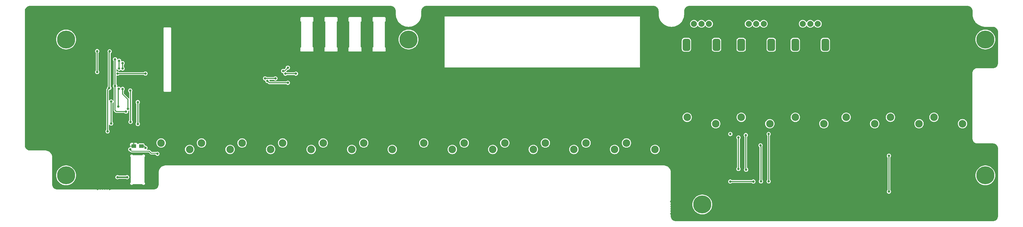
<source format=gbr>
%TF.GenerationSoftware,KiCad,Pcbnew,8.0.4*%
%TF.CreationDate,2024-09-25T08:52:03+09:00*%
%TF.ProjectId,FullHouse_Cover_V6.0,46756c6c-486f-4757-9365-5f436f766572,rev?*%
%TF.SameCoordinates,Original*%
%TF.FileFunction,Copper,L1,Top*%
%TF.FilePolarity,Positive*%
%FSLAX46Y46*%
G04 Gerber Fmt 4.6, Leading zero omitted, Abs format (unit mm)*
G04 Created by KiCad (PCBNEW 8.0.4) date 2024-09-25 08:52:03*
%MOMM*%
%LPD*%
G01*
G04 APERTURE LIST*
G04 Aperture macros list*
%AMRoundRect*
0 Rectangle with rounded corners*
0 $1 Rounding radius*
0 $2 $3 $4 $5 $6 $7 $8 $9 X,Y pos of 4 corners*
0 Add a 4 corners polygon primitive as box body*
4,1,4,$2,$3,$4,$5,$6,$7,$8,$9,$2,$3,0*
0 Add four circle primitives for the rounded corners*
1,1,$1+$1,$2,$3*
1,1,$1+$1,$4,$5*
1,1,$1+$1,$6,$7*
1,1,$1+$1,$8,$9*
0 Add four rect primitives between the rounded corners*
20,1,$1+$1,$2,$3,$4,$5,0*
20,1,$1+$1,$4,$5,$6,$7,0*
20,1,$1+$1,$6,$7,$8,$9,0*
20,1,$1+$1,$8,$9,$2,$3,0*%
G04 Aperture macros list end*
%TA.AperFunction,ComponentPad*%
%ADD10C,2.500000*%
%TD*%
%TA.AperFunction,ComponentPad*%
%ADD11RoundRect,0.625000X-0.625000X1.375000X-0.625000X-1.375000X0.625000X-1.375000X0.625000X1.375000X0*%
%TD*%
%TA.AperFunction,ComponentPad*%
%ADD12C,2.000000*%
%TD*%
%TA.AperFunction,ComponentPad*%
%ADD13C,6.000000*%
%TD*%
%TA.AperFunction,SMDPad,CuDef*%
%ADD14R,1.500000X1.250000*%
%TD*%
%TA.AperFunction,ViaPad*%
%ADD15C,0.800000*%
%TD*%
%TA.AperFunction,Conductor*%
%ADD16C,0.250000*%
%TD*%
%TA.AperFunction,Conductor*%
%ADD17C,0.300000*%
%TD*%
%TA.AperFunction,Conductor*%
%ADD18C,0.500000*%
%TD*%
G04 APERTURE END LIST*
D10*
%TO.P,SW4,1,A*%
%TO.N,Net-(D10-K)*%
X136725000Y-195490000D03*
%TO.P,SW4,2,B*%
%TO.N,Net-(Q2-C)*%
X146225000Y-197640000D03*
%TD*%
D11*
%TO.P,RV2,*%
%TO.N,*%
X299365000Y-162705000D03*
X289365000Y-162705000D03*
D12*
%TO.P,RV2,1,1*%
%TO.N,Net-(D5-K)*%
X291865000Y-155705000D03*
%TO.P,RV2,2,2*%
%TO.N,Net-(U2-THR)*%
X294365000Y-155705000D03*
%TO.P,RV2,3,3*%
%TO.N,Net-(D2-A)*%
X296865000Y-155705000D03*
%TD*%
D10*
%TO.P,SW13,1,A*%
%TO.N,Net-(D16-K)*%
X224175000Y-195490000D03*
%TO.P,SW13,2,B*%
%TO.N,Net-(Q7-C)*%
X233675000Y-197640000D03*
%TD*%
%TO.P,SW14,1,A*%
%TO.N,Net-(D17-K)*%
X237725000Y-195490000D03*
%TO.P,SW14,2,B*%
%TO.N,Net-(Q8-C)*%
X247225000Y-197640000D03*
%TD*%
D13*
%TO.P,H7,1*%
%TO.N,N/C*%
X370640000Y-206300000D03*
%TD*%
D14*
%TO.P,D19,1,K*%
%TO.N,GNDPWR*%
X87175000Y-196550000D03*
%TO.P,D19,2,A*%
%TO.N,Net-(D19-A)*%
X89675000Y-196550000D03*
%TD*%
D10*
%TO.P,SW9,1,A*%
%TO.N,Net-(Q5-C)*%
X307390000Y-186905000D03*
%TO.P,SW9,2,B*%
%TO.N,Net-(D22-A)*%
X316890000Y-189055000D03*
%TD*%
D13*
%TO.P,H6,1*%
%TO.N,N/C*%
X178640000Y-160950000D03*
%TD*%
%TO.P,H4,1*%
%TO.N,N/C*%
X370640000Y-160950000D03*
%TD*%
D10*
%TO.P,SW12,1,A*%
%TO.N,Net-(D15-K)*%
X210675000Y-195490000D03*
%TO.P,SW12,2,B*%
%TO.N,Net-(Q7-C)*%
X220175000Y-197640000D03*
%TD*%
%TO.P,SW1,1,A*%
%TO.N,Net-(D7-K)*%
X96270000Y-195490000D03*
%TO.P,SW1,2,B*%
%TO.N,Net-(Q1-C)*%
X105770000Y-197640000D03*
%TD*%
D13*
%TO.P,H1,1*%
%TO.N,N/C*%
X64640000Y-160950000D03*
%TD*%
%TO.P,H5,1*%
%TO.N,N/C*%
X64640000Y-206300000D03*
%TD*%
D10*
%TO.P,SW16,1,A*%
%TO.N,+12V*%
X339050000Y-186900000D03*
%TO.P,SW16,2,B*%
%TO.N,Net-(SW16A-B)*%
X348550000Y-189050000D03*
%TD*%
D13*
%TO.P,H2,1*%
%TO.N,N/C*%
X276415000Y-216015000D03*
%TD*%
D10*
%TO.P,SW8,1,A*%
%TO.N,Net-(Q4-C)*%
X289390000Y-186905000D03*
%TO.P,SW8,2,B*%
%TO.N,Net-(D20-A)*%
X298890000Y-189055000D03*
%TD*%
%TO.P,SW18,1,A*%
%TO.N,+12V*%
X324300000Y-186900000D03*
%TO.P,SW18,2,B*%
%TO.N,Net-(SW18A-B)*%
X333800000Y-189050000D03*
%TD*%
%TO.P,SW7,1,A*%
%TO.N,Net-(Q3-C)*%
X271390000Y-186905000D03*
%TO.P,SW7,2,B*%
%TO.N,Net-(D21-A)*%
X280890000Y-189055000D03*
%TD*%
%TO.P,SW11,1,A*%
%TO.N,Net-(D14-K)*%
X197175000Y-195490000D03*
%TO.P,SW11,2,B*%
%TO.N,Net-(Q6-C)*%
X206675000Y-197640000D03*
%TD*%
%TO.P,SW3,1,A*%
%TO.N,Net-(D9-K)*%
X123225000Y-195490000D03*
%TO.P,SW3,2,B*%
%TO.N,Net-(Q1-C)*%
X132725000Y-197640000D03*
%TD*%
D11*
%TO.P,RV1,*%
%TO.N,*%
X281140000Y-162705000D03*
X271140000Y-162705000D03*
D12*
%TO.P,RV1,1,1*%
%TO.N,Net-(D4-K)*%
X273640000Y-155705000D03*
%TO.P,RV1,2,2*%
%TO.N,Net-(U1-THR)*%
X276140000Y-155705000D03*
%TO.P,RV1,3,3*%
%TO.N,Net-(D1-A)*%
X278640000Y-155705000D03*
%TD*%
D10*
%TO.P,SW10,1,A*%
%TO.N,Net-(D13-K)*%
X183705000Y-195490000D03*
%TO.P,SW10,2,B*%
%TO.N,Net-(Q6-C)*%
X193205000Y-197640000D03*
%TD*%
%TO.P,SW15,1,A*%
%TO.N,Net-(D18-K)*%
X251175000Y-195490000D03*
%TO.P,SW15,2,B*%
%TO.N,Net-(Q8-C)*%
X260675000Y-197640000D03*
%TD*%
%TO.P,SW5,1,A*%
%TO.N,Net-(D11-K)*%
X150225000Y-195490000D03*
%TO.P,SW5,2,B*%
%TO.N,Net-(Q2-C)*%
X159725000Y-197640000D03*
%TD*%
D11*
%TO.P,RV3,*%
%TO.N,*%
X317365000Y-162705000D03*
X307365000Y-162705000D03*
D12*
%TO.P,RV3,1,1*%
%TO.N,Net-(D6-K)*%
X309865000Y-155705000D03*
%TO.P,RV3,2,2*%
%TO.N,Net-(U3-THR)*%
X312365000Y-155705000D03*
%TO.P,RV3,3,3*%
%TO.N,Net-(D3-A)*%
X314865000Y-155705000D03*
%TD*%
D10*
%TO.P,SW17,1,A*%
%TO.N,+12V*%
X353535000Y-186900000D03*
%TO.P,SW17,2,B*%
%TO.N,Net-(SW17A-B)*%
X363035000Y-189050000D03*
%TD*%
%TO.P,SW6,1,A*%
%TO.N,Net-(D12-K)*%
X163725000Y-195490000D03*
%TO.P,SW6,2,B*%
%TO.N,Net-(Q2-C)*%
X173225000Y-197640000D03*
%TD*%
%TO.P,SW2,1,A*%
%TO.N,Net-(D8-K)*%
X109725000Y-195490000D03*
%TO.P,SW2,2,B*%
%TO.N,Net-(Q1-C)*%
X119225000Y-197640000D03*
%TD*%
D15*
%TO.N,GNDPWR*%
X142550000Y-183300000D03*
X299900000Y-200650000D03*
X297300000Y-200200000D03*
X87300000Y-185100000D03*
X141730000Y-199230000D03*
X343415000Y-203755000D03*
X286750000Y-193850000D03*
X138250000Y-198080000D03*
X137500000Y-192760000D03*
X266470000Y-193500000D03*
X77100000Y-175250000D03*
X84800000Y-175400000D03*
X199650000Y-192290000D03*
X93620000Y-200540000D03*
X316845000Y-173985000D03*
X103640000Y-192340000D03*
X141400000Y-191960000D03*
X245430000Y-192690000D03*
X165960000Y-198620000D03*
X311790000Y-201855000D03*
X131530000Y-194350000D03*
X191430000Y-192290000D03*
X139700000Y-183300000D03*
X152090000Y-198590000D03*
X128230000Y-199190000D03*
X111660000Y-192410000D03*
X282845000Y-167985000D03*
X140000000Y-177350000D03*
X318845000Y-167985000D03*
X329215000Y-203780000D03*
X89800000Y-184750000D03*
X289650000Y-195850000D03*
X231780000Y-193720000D03*
X298845000Y-173985000D03*
X258800000Y-195100000D03*
X134700000Y-171300000D03*
X300845000Y-167985000D03*
X217940000Y-192620000D03*
X142750000Y-173600000D03*
X85850000Y-168400000D03*
X118580000Y-172590000D03*
X226050000Y-192650000D03*
X234900000Y-193400000D03*
X280845000Y-173985000D03*
X207840000Y-193390000D03*
X79950000Y-171050000D03*
X294750000Y-197850000D03*
X316690000Y-201905000D03*
X112480000Y-172600000D03*
X144890000Y-192660000D03*
X266470000Y-188160000D03*
%TO.N,+12V*%
X95050000Y-199100000D03*
X86027675Y-197623926D03*
%TO.N,/LED 01*%
X130867000Y-173950000D03*
X134300000Y-173950000D03*
%TO.N,/LED 04*%
X136900000Y-171450000D03*
X138450000Y-170350000D03*
%TO.N,Net-(D19-A)*%
X91040000Y-197090000D03*
%TO.N,CLN_VALVE*%
X338540000Y-211715000D03*
X288450000Y-193650000D03*
X338540000Y-199755000D03*
X288450000Y-204150000D03*
%TO.N,WST_VALVE*%
X291000000Y-204400000D03*
X290900000Y-192849500D03*
%TO.N,/LED 05*%
X137650000Y-172350000D03*
X141150000Y-172350000D03*
%TO.N,HT FAN*%
X293400000Y-208350000D03*
X285750000Y-192500000D03*
X285750000Y-208350000D03*
%TO.N,HM_1*%
X295800000Y-196300000D03*
X295950000Y-208300000D03*
%TO.N,HM_2*%
X298500000Y-208300000D03*
X298500000Y-192500000D03*
%TO.N,INVERTOR 2*%
X131645023Y-174745023D03*
X138450000Y-175400000D03*
%TO.N,ST-7789V-LED_K*%
X91050000Y-172300000D03*
X81750000Y-172300000D03*
%TO.N,ST-7789V-D{slash}C*%
X86100000Y-188450000D03*
X85995000Y-178000000D03*
%TO.N,ST-7789V-SCL*%
X83455000Y-177450000D03*
X83450000Y-168850000D03*
X83455000Y-170655000D03*
X85200000Y-184050000D03*
%TO.N,ST-7789V-SDA*%
X82300000Y-170650000D03*
X82300000Y-168050000D03*
X82185000Y-177400000D03*
X82050000Y-183300000D03*
%TO.N,ST-7789V-RESET*%
X80950000Y-176450000D03*
X84590500Y-185000000D03*
X80950000Y-167569500D03*
%TO.N,ST-7789V-TP_SDA*%
X88500000Y-189150000D03*
X88500000Y-181850000D03*
%TO.N,ST-7789V-TP_TINT*%
X78450000Y-191600000D03*
X79150000Y-164900000D03*
X79000000Y-177150000D03*
%TO.N,MA-AUTO-OUT*%
X81740000Y-206900000D03*
X84950000Y-206900000D03*
%TO.N,+3.3V*%
X79650000Y-189000000D03*
X75000000Y-164820000D03*
X79645000Y-181655000D03*
X74980000Y-171820000D03*
%TD*%
D16*
%TO.N,+12V*%
X92950000Y-198870000D02*
X94820000Y-198870000D01*
X92270000Y-198190000D02*
X92950000Y-198870000D01*
X94820000Y-198870000D02*
X95050000Y-199100000D01*
X86460000Y-198190000D02*
X92270000Y-198190000D01*
X86027675Y-197757675D02*
X86460000Y-198190000D01*
X86027675Y-197623926D02*
X86027675Y-197757675D01*
D17*
%TO.N,/LED 01*%
X134300000Y-173950000D02*
X130867000Y-173950000D01*
%TO.N,/LED 04*%
X137350000Y-171450000D02*
X138450000Y-170350000D01*
X136900000Y-171450000D02*
X137350000Y-171450000D01*
D16*
%TO.N,Net-(D19-A)*%
X91040000Y-197090000D02*
X91040000Y-197020000D01*
X90570000Y-196550000D02*
X89675000Y-196550000D01*
X91040000Y-197020000D02*
X90570000Y-196550000D01*
D17*
%TO.N,CLN_VALVE*%
X288450000Y-204150000D02*
X288450000Y-193650000D01*
X338540000Y-211715000D02*
X338540000Y-199755000D01*
%TO.N,WST_VALVE*%
X290900000Y-204300000D02*
X291000000Y-204400000D01*
X290900000Y-192849500D02*
X290900000Y-204300000D01*
%TO.N,/LED 05*%
X137650000Y-172350000D02*
X141150000Y-172350000D01*
%TO.N,HT FAN*%
X293400000Y-208350000D02*
X285750000Y-208350000D01*
%TO.N,HM_1*%
X295950000Y-196450000D02*
X295800000Y-196300000D01*
X295950000Y-208300000D02*
X295950000Y-196450000D01*
%TO.N,HM_2*%
X298500000Y-208300000D02*
X298500000Y-192500000D01*
%TO.N,INVERTOR 2*%
X138450000Y-175400000D02*
X132300000Y-175400000D01*
X132300000Y-175400000D02*
X131645023Y-174745023D01*
%TO.N,ST-7789V-LED_K*%
X81750000Y-172300000D02*
X91050000Y-172300000D01*
%TO.N,ST-7789V-D{slash}C*%
X86100000Y-178105000D02*
X85995000Y-178000000D01*
X86100000Y-188450000D02*
X86100000Y-178105000D01*
%TO.N,ST-7789V-SCL*%
X85200000Y-184050000D02*
X85200000Y-180950000D01*
X85200000Y-180950000D02*
X83455000Y-179205000D01*
X83450000Y-177455000D02*
X83455000Y-177450000D01*
X83455000Y-179205000D02*
X83455000Y-177450000D01*
X83455000Y-170655000D02*
X83455000Y-168855000D01*
X83455000Y-168855000D02*
X83450000Y-168850000D01*
%TO.N,ST-7789V-SDA*%
X82300000Y-170650000D02*
X82300000Y-168050000D01*
X82050000Y-183300000D02*
X82050000Y-177535000D01*
X82050000Y-177535000D02*
X82185000Y-177400000D01*
%TO.N,ST-7789V-RESET*%
X80950000Y-184550000D02*
X80950000Y-176450000D01*
X84590500Y-185000000D02*
X81400000Y-185000000D01*
X80950000Y-176450000D02*
X80950000Y-167569500D01*
X81400000Y-185000000D02*
X80950000Y-184550000D01*
%TO.N,ST-7789V-TP_SDA*%
X88500000Y-181850000D02*
X88500000Y-189150000D01*
%TO.N,ST-7789V-TP_TINT*%
X78450000Y-177700000D02*
X79000000Y-177150000D01*
X79000000Y-165050000D02*
X79150000Y-164900000D01*
X78450000Y-191600000D02*
X78450000Y-177700000D01*
X79000000Y-177150000D02*
X79000000Y-165050000D01*
D18*
%TO.N,MA-AUTO-OUT*%
X81740000Y-206900000D02*
X84950000Y-206900000D01*
D17*
%TO.N,+3.3V*%
X79650000Y-181660000D02*
X79645000Y-181655000D01*
X79650000Y-189000000D02*
X79650000Y-181660000D01*
X74980000Y-171820000D02*
X74980000Y-164840000D01*
X74980000Y-164840000D02*
X75000000Y-164820000D01*
%TD*%
%TA.AperFunction,Conductor*%
%TO.N,GNDPWR*%
G36*
X172644487Y-149700821D02*
G01*
X172696090Y-149704511D01*
X172879998Y-149717664D01*
X172897784Y-149720222D01*
X173124083Y-149769451D01*
X173141322Y-149774511D01*
X173358331Y-149855452D01*
X173374678Y-149862918D01*
X173577944Y-149973910D01*
X173593067Y-149983629D01*
X173778467Y-150122417D01*
X173792053Y-150134190D01*
X173955809Y-150297946D01*
X173967582Y-150311532D01*
X174106370Y-150496932D01*
X174116089Y-150512055D01*
X174227081Y-150715321D01*
X174234550Y-150731674D01*
X174315485Y-150948669D01*
X174320549Y-150965919D01*
X174369776Y-151192210D01*
X174372335Y-151210004D01*
X174389179Y-151445511D01*
X174389500Y-151454500D01*
X174389500Y-152652474D01*
X174389501Y-152652495D01*
X174427992Y-153055588D01*
X174427994Y-153055607D01*
X174504630Y-153453225D01*
X174504634Y-153453241D01*
X174618720Y-153841782D01*
X174769218Y-154217709D01*
X174769228Y-154217731D01*
X174954787Y-154577665D01*
X175173718Y-154918326D01*
X175173722Y-154918332D01*
X175177048Y-154922561D01*
X175424044Y-155236642D01*
X175703493Y-155529720D01*
X175961842Y-155753580D01*
X176009529Y-155794901D01*
X176009543Y-155794913D01*
X176339397Y-156029801D01*
X176339402Y-156029805D01*
X176690098Y-156232278D01*
X176690100Y-156232279D01*
X177058457Y-156400503D01*
X177058460Y-156400504D01*
X177058462Y-156400505D01*
X177281500Y-156477698D01*
X177441138Y-156532950D01*
X177834675Y-156628421D01*
X178235506Y-156686052D01*
X178235521Y-156686052D01*
X178235523Y-156686053D01*
X178235521Y-156686053D01*
X178639994Y-156705320D01*
X178640000Y-156705320D01*
X178640006Y-156705320D01*
X179044477Y-156686053D01*
X179044478Y-156686052D01*
X179044494Y-156686052D01*
X179445325Y-156628421D01*
X179838862Y-156532950D01*
X180221543Y-156400503D01*
X180589900Y-156232279D01*
X180880184Y-156064684D01*
X180940597Y-156029805D01*
X180940598Y-156029804D01*
X180940600Y-156029803D01*
X181270464Y-155794907D01*
X181576507Y-155529720D01*
X181855956Y-155236642D01*
X182106281Y-154918328D01*
X182325215Y-154577660D01*
X182510775Y-154217724D01*
X182661281Y-153841779D01*
X182775369Y-153453230D01*
X182852007Y-153055595D01*
X182890500Y-152652476D01*
X182890500Y-152450000D01*
X182890500Y-152405830D01*
X182890500Y-151454500D01*
X182890821Y-151445512D01*
X182907664Y-151210005D01*
X182910221Y-151192216D01*
X182959451Y-150965912D01*
X182964510Y-150948681D01*
X183045454Y-150731662D01*
X183052918Y-150715321D01*
X183163910Y-150512055D01*
X183173625Y-150496937D01*
X183312423Y-150311524D01*
X183324183Y-150297953D01*
X183487953Y-150134183D01*
X183501524Y-150122423D01*
X183686937Y-149983625D01*
X183702055Y-149973910D01*
X183905321Y-149862918D01*
X183921662Y-149855454D01*
X184138681Y-149774510D01*
X184155912Y-149769451D01*
X184382216Y-149720221D01*
X184399999Y-149717664D01*
X184591515Y-149703967D01*
X184635513Y-149700821D01*
X184644501Y-149700500D01*
X184684170Y-149700500D01*
X260095830Y-149700500D01*
X260135499Y-149700500D01*
X260144487Y-149700821D01*
X260196090Y-149704511D01*
X260379998Y-149717664D01*
X260397784Y-149720222D01*
X260624083Y-149769451D01*
X260641322Y-149774511D01*
X260858331Y-149855452D01*
X260874678Y-149862918D01*
X261077944Y-149973910D01*
X261093067Y-149983629D01*
X261278467Y-150122417D01*
X261292053Y-150134190D01*
X261455809Y-150297946D01*
X261467582Y-150311532D01*
X261606370Y-150496932D01*
X261616089Y-150512055D01*
X261727081Y-150715321D01*
X261734550Y-150731674D01*
X261815485Y-150948669D01*
X261820549Y-150965919D01*
X261869776Y-151192210D01*
X261872335Y-151210004D01*
X261889179Y-151445511D01*
X261889500Y-151454500D01*
X261889500Y-152652474D01*
X261889501Y-152652495D01*
X261927992Y-153055588D01*
X261927994Y-153055607D01*
X262004630Y-153453225D01*
X262004634Y-153453241D01*
X262118720Y-153841782D01*
X262269218Y-154217709D01*
X262269228Y-154217731D01*
X262454787Y-154577665D01*
X262673718Y-154918326D01*
X262673722Y-154918332D01*
X262677048Y-154922561D01*
X262924044Y-155236642D01*
X263203493Y-155529720D01*
X263461842Y-155753580D01*
X263509529Y-155794901D01*
X263509543Y-155794913D01*
X263839397Y-156029801D01*
X263839402Y-156029805D01*
X264190098Y-156232278D01*
X264190100Y-156232279D01*
X264558457Y-156400503D01*
X264558460Y-156400504D01*
X264558462Y-156400505D01*
X264781500Y-156477698D01*
X264941138Y-156532950D01*
X265334675Y-156628421D01*
X265735506Y-156686052D01*
X265735521Y-156686052D01*
X265735523Y-156686053D01*
X265735521Y-156686053D01*
X266139994Y-156705320D01*
X266140000Y-156705320D01*
X266140006Y-156705320D01*
X266544477Y-156686053D01*
X266544478Y-156686052D01*
X266544494Y-156686052D01*
X266945325Y-156628421D01*
X267338862Y-156532950D01*
X267721543Y-156400503D01*
X268089900Y-156232279D01*
X268380184Y-156064684D01*
X268440597Y-156029805D01*
X268440598Y-156029804D01*
X268440600Y-156029803D01*
X268770464Y-155794907D01*
X268874223Y-155705000D01*
X272334532Y-155705000D01*
X272354365Y-155931695D01*
X272413260Y-156151493D01*
X272413262Y-156151498D01*
X272509433Y-156357737D01*
X272639948Y-156544134D01*
X272639957Y-156544144D01*
X272800855Y-156705042D01*
X272800865Y-156705051D01*
X272987262Y-156835566D01*
X272987261Y-156835566D01*
X273030542Y-156855748D01*
X273193504Y-156931739D01*
X273413308Y-156990635D01*
X273640000Y-157010468D01*
X273866692Y-156990635D01*
X274086496Y-156931739D01*
X274292734Y-156835568D01*
X274379929Y-156774514D01*
X274479134Y-156705051D01*
X274479136Y-156705048D01*
X274479139Y-156705047D01*
X274640047Y-156544139D01*
X274647885Y-156532946D01*
X274770566Y-156357737D01*
X274770568Y-156357734D01*
X274775805Y-156346504D01*
X274822722Y-156293218D01*
X274890999Y-156273757D01*
X274958959Y-156294298D01*
X275004195Y-156346504D01*
X275009431Y-156357734D01*
X275009433Y-156357737D01*
X275139948Y-156544134D01*
X275139957Y-156544144D01*
X275300855Y-156705042D01*
X275300865Y-156705051D01*
X275487262Y-156835566D01*
X275487261Y-156835566D01*
X275530542Y-156855748D01*
X275693504Y-156931739D01*
X275913308Y-156990635D01*
X276140000Y-157010468D01*
X276366692Y-156990635D01*
X276586496Y-156931739D01*
X276792734Y-156835568D01*
X276879929Y-156774514D01*
X276979134Y-156705051D01*
X276979136Y-156705048D01*
X276979139Y-156705047D01*
X277140047Y-156544139D01*
X277147885Y-156532946D01*
X277270566Y-156357737D01*
X277270568Y-156357734D01*
X277275805Y-156346504D01*
X277322722Y-156293218D01*
X277390999Y-156273757D01*
X277458959Y-156294298D01*
X277504195Y-156346504D01*
X277509431Y-156357734D01*
X277509433Y-156357737D01*
X277639948Y-156544134D01*
X277639957Y-156544144D01*
X277800855Y-156705042D01*
X277800865Y-156705051D01*
X277987262Y-156835566D01*
X277987261Y-156835566D01*
X278030542Y-156855748D01*
X278193504Y-156931739D01*
X278413308Y-156990635D01*
X278640000Y-157010468D01*
X278866692Y-156990635D01*
X279086496Y-156931739D01*
X279292734Y-156835568D01*
X279379929Y-156774514D01*
X279479134Y-156705051D01*
X279479136Y-156705048D01*
X279479139Y-156705047D01*
X279640047Y-156544139D01*
X279647885Y-156532946D01*
X279770566Y-156357737D01*
X279770566Y-156357736D01*
X279770568Y-156357734D01*
X279866739Y-156151496D01*
X279925635Y-155931692D01*
X279945468Y-155705000D01*
X290559532Y-155705000D01*
X290579365Y-155931695D01*
X290638260Y-156151493D01*
X290638262Y-156151498D01*
X290734433Y-156357737D01*
X290864948Y-156544134D01*
X290864957Y-156544144D01*
X291025855Y-156705042D01*
X291025865Y-156705051D01*
X291212262Y-156835566D01*
X291212261Y-156835566D01*
X291255542Y-156855748D01*
X291418504Y-156931739D01*
X291638308Y-156990635D01*
X291865000Y-157010468D01*
X292091692Y-156990635D01*
X292311496Y-156931739D01*
X292517734Y-156835568D01*
X292604929Y-156774514D01*
X292704134Y-156705051D01*
X292704136Y-156705048D01*
X292704139Y-156705047D01*
X292865047Y-156544139D01*
X292872885Y-156532946D01*
X292995566Y-156357737D01*
X292995568Y-156357734D01*
X293000805Y-156346504D01*
X293047722Y-156293218D01*
X293115999Y-156273757D01*
X293183959Y-156294298D01*
X293229195Y-156346504D01*
X293234431Y-156357734D01*
X293234433Y-156357737D01*
X293364948Y-156544134D01*
X293364957Y-156544144D01*
X293525855Y-156705042D01*
X293525865Y-156705051D01*
X293712262Y-156835566D01*
X293712261Y-156835566D01*
X293755542Y-156855748D01*
X293918504Y-156931739D01*
X294138308Y-156990635D01*
X294365000Y-157010468D01*
X294591692Y-156990635D01*
X294811496Y-156931739D01*
X295017734Y-156835568D01*
X295104929Y-156774514D01*
X295204134Y-156705051D01*
X295204136Y-156705048D01*
X295204139Y-156705047D01*
X295365047Y-156544139D01*
X295372885Y-156532946D01*
X295495566Y-156357737D01*
X295495568Y-156357734D01*
X295500805Y-156346504D01*
X295547722Y-156293218D01*
X295615999Y-156273757D01*
X295683959Y-156294298D01*
X295729195Y-156346504D01*
X295734431Y-156357734D01*
X295734433Y-156357737D01*
X295864948Y-156544134D01*
X295864957Y-156544144D01*
X296025855Y-156705042D01*
X296025865Y-156705051D01*
X296212262Y-156835566D01*
X296212261Y-156835566D01*
X296255542Y-156855748D01*
X296418504Y-156931739D01*
X296638308Y-156990635D01*
X296865000Y-157010468D01*
X297091692Y-156990635D01*
X297311496Y-156931739D01*
X297517734Y-156835568D01*
X297604929Y-156774514D01*
X297704134Y-156705051D01*
X297704136Y-156705048D01*
X297704139Y-156705047D01*
X297865047Y-156544139D01*
X297872885Y-156532946D01*
X297995566Y-156357737D01*
X297995566Y-156357736D01*
X297995568Y-156357734D01*
X298091739Y-156151496D01*
X298150635Y-155931692D01*
X298170468Y-155705000D01*
X308559532Y-155705000D01*
X308579365Y-155931695D01*
X308638260Y-156151493D01*
X308638262Y-156151498D01*
X308734433Y-156357737D01*
X308864948Y-156544134D01*
X308864957Y-156544144D01*
X309025855Y-156705042D01*
X309025865Y-156705051D01*
X309212262Y-156835566D01*
X309212261Y-156835566D01*
X309255542Y-156855748D01*
X309418504Y-156931739D01*
X309638308Y-156990635D01*
X309865000Y-157010468D01*
X310091692Y-156990635D01*
X310311496Y-156931739D01*
X310517734Y-156835568D01*
X310604929Y-156774514D01*
X310704134Y-156705051D01*
X310704136Y-156705048D01*
X310704139Y-156705047D01*
X310865047Y-156544139D01*
X310872885Y-156532946D01*
X310995566Y-156357737D01*
X310995568Y-156357734D01*
X311000805Y-156346504D01*
X311047722Y-156293218D01*
X311115999Y-156273757D01*
X311183959Y-156294298D01*
X311229195Y-156346504D01*
X311234431Y-156357734D01*
X311234433Y-156357737D01*
X311364948Y-156544134D01*
X311364957Y-156544144D01*
X311525855Y-156705042D01*
X311525865Y-156705051D01*
X311712262Y-156835566D01*
X311712261Y-156835566D01*
X311755542Y-156855748D01*
X311918504Y-156931739D01*
X312138308Y-156990635D01*
X312365000Y-157010468D01*
X312591692Y-156990635D01*
X312811496Y-156931739D01*
X313017734Y-156835568D01*
X313104929Y-156774514D01*
X313204134Y-156705051D01*
X313204136Y-156705048D01*
X313204139Y-156705047D01*
X313365047Y-156544139D01*
X313372885Y-156532946D01*
X313495566Y-156357737D01*
X313495568Y-156357734D01*
X313500805Y-156346504D01*
X313547722Y-156293218D01*
X313615999Y-156273757D01*
X313683959Y-156294298D01*
X313729195Y-156346504D01*
X313734431Y-156357734D01*
X313734433Y-156357737D01*
X313864948Y-156544134D01*
X313864957Y-156544144D01*
X314025855Y-156705042D01*
X314025865Y-156705051D01*
X314212262Y-156835566D01*
X314212261Y-156835566D01*
X314255542Y-156855748D01*
X314418504Y-156931739D01*
X314638308Y-156990635D01*
X314865000Y-157010468D01*
X315091692Y-156990635D01*
X315311496Y-156931739D01*
X315517734Y-156835568D01*
X315604929Y-156774514D01*
X315704134Y-156705051D01*
X315704136Y-156705048D01*
X315704139Y-156705047D01*
X315865047Y-156544139D01*
X315872885Y-156532946D01*
X315995566Y-156357737D01*
X315995566Y-156357736D01*
X315995568Y-156357734D01*
X316091739Y-156151496D01*
X316150635Y-155931692D01*
X316170468Y-155705000D01*
X316150635Y-155478308D01*
X316091739Y-155258504D01*
X315995568Y-155052266D01*
X315995566Y-155052263D01*
X315995566Y-155052262D01*
X315865051Y-154865865D01*
X315865042Y-154865855D01*
X315704144Y-154704957D01*
X315704134Y-154704948D01*
X315517737Y-154574433D01*
X315517738Y-154574433D01*
X315311498Y-154478262D01*
X315311493Y-154478260D01*
X315091695Y-154419365D01*
X314865000Y-154399532D01*
X314638304Y-154419365D01*
X314418506Y-154478260D01*
X314418501Y-154478262D01*
X314212262Y-154574433D01*
X314025865Y-154704948D01*
X314025855Y-154704957D01*
X313864957Y-154865855D01*
X313864948Y-154865865D01*
X313734433Y-155052262D01*
X313734433Y-155052263D01*
X313729194Y-155063498D01*
X313682276Y-155116782D01*
X313613998Y-155136242D01*
X313546039Y-155115699D01*
X313500806Y-155063498D01*
X313498720Y-155059025D01*
X313495568Y-155052266D01*
X313495566Y-155052263D01*
X313495566Y-155052262D01*
X313365051Y-154865865D01*
X313365042Y-154865855D01*
X313204144Y-154704957D01*
X313204134Y-154704948D01*
X313017737Y-154574433D01*
X313017738Y-154574433D01*
X312811498Y-154478262D01*
X312811493Y-154478260D01*
X312591695Y-154419365D01*
X312365000Y-154399532D01*
X312138304Y-154419365D01*
X311918506Y-154478260D01*
X311918501Y-154478262D01*
X311712262Y-154574433D01*
X311525865Y-154704948D01*
X311525855Y-154704957D01*
X311364957Y-154865855D01*
X311364948Y-154865865D01*
X311234433Y-155052262D01*
X311234433Y-155052263D01*
X311229194Y-155063498D01*
X311182276Y-155116782D01*
X311113998Y-155136242D01*
X311046039Y-155115699D01*
X311000806Y-155063498D01*
X310998720Y-155059025D01*
X310995568Y-155052266D01*
X310995566Y-155052263D01*
X310995566Y-155052262D01*
X310865051Y-154865865D01*
X310865042Y-154865855D01*
X310704144Y-154704957D01*
X310704134Y-154704948D01*
X310517737Y-154574433D01*
X310517738Y-154574433D01*
X310311498Y-154478262D01*
X310311493Y-154478260D01*
X310091695Y-154419365D01*
X309865000Y-154399532D01*
X309638304Y-154419365D01*
X309418506Y-154478260D01*
X309418501Y-154478262D01*
X309212262Y-154574433D01*
X309025865Y-154704948D01*
X309025855Y-154704957D01*
X308864957Y-154865855D01*
X308864948Y-154865865D01*
X308734433Y-155052262D01*
X308638262Y-155258501D01*
X308638260Y-155258506D01*
X308579365Y-155478304D01*
X308559532Y-155705000D01*
X298170468Y-155705000D01*
X298150635Y-155478308D01*
X298091739Y-155258504D01*
X297995568Y-155052266D01*
X297995566Y-155052263D01*
X297995566Y-155052262D01*
X297865051Y-154865865D01*
X297865042Y-154865855D01*
X297704144Y-154704957D01*
X297704134Y-154704948D01*
X297517737Y-154574433D01*
X297517738Y-154574433D01*
X297311498Y-154478262D01*
X297311493Y-154478260D01*
X297091695Y-154419365D01*
X296865000Y-154399532D01*
X296638304Y-154419365D01*
X296418506Y-154478260D01*
X296418501Y-154478262D01*
X296212262Y-154574433D01*
X296025865Y-154704948D01*
X296025855Y-154704957D01*
X295864957Y-154865855D01*
X295864948Y-154865865D01*
X295734433Y-155052262D01*
X295734433Y-155052263D01*
X295729194Y-155063498D01*
X295682276Y-155116782D01*
X295613998Y-155136242D01*
X295546039Y-155115699D01*
X295500806Y-155063498D01*
X295498720Y-155059025D01*
X295495568Y-155052266D01*
X295495566Y-155052263D01*
X295495566Y-155052262D01*
X295365051Y-154865865D01*
X295365042Y-154865855D01*
X295204144Y-154704957D01*
X295204134Y-154704948D01*
X295017737Y-154574433D01*
X295017738Y-154574433D01*
X294811498Y-154478262D01*
X294811493Y-154478260D01*
X294591695Y-154419365D01*
X294365000Y-154399532D01*
X294138304Y-154419365D01*
X293918506Y-154478260D01*
X293918501Y-154478262D01*
X293712262Y-154574433D01*
X293525865Y-154704948D01*
X293525855Y-154704957D01*
X293364957Y-154865855D01*
X293364948Y-154865865D01*
X293234433Y-155052262D01*
X293234433Y-155052263D01*
X293229194Y-155063498D01*
X293182276Y-155116782D01*
X293113998Y-155136242D01*
X293046039Y-155115699D01*
X293000806Y-155063498D01*
X292998720Y-155059025D01*
X292995568Y-155052266D01*
X292995566Y-155052263D01*
X292995566Y-155052262D01*
X292865051Y-154865865D01*
X292865042Y-154865855D01*
X292704144Y-154704957D01*
X292704134Y-154704948D01*
X292517737Y-154574433D01*
X292517738Y-154574433D01*
X292311498Y-154478262D01*
X292311493Y-154478260D01*
X292091695Y-154419365D01*
X291865000Y-154399532D01*
X291638304Y-154419365D01*
X291418506Y-154478260D01*
X291418501Y-154478262D01*
X291212262Y-154574433D01*
X291025865Y-154704948D01*
X291025855Y-154704957D01*
X290864957Y-154865855D01*
X290864948Y-154865865D01*
X290734433Y-155052262D01*
X290638262Y-155258501D01*
X290638260Y-155258506D01*
X290579365Y-155478304D01*
X290559532Y-155705000D01*
X279945468Y-155705000D01*
X279925635Y-155478308D01*
X279866739Y-155258504D01*
X279770568Y-155052266D01*
X279770566Y-155052263D01*
X279770566Y-155052262D01*
X279640051Y-154865865D01*
X279640042Y-154865855D01*
X279479144Y-154704957D01*
X279479134Y-154704948D01*
X279292737Y-154574433D01*
X279292738Y-154574433D01*
X279086498Y-154478262D01*
X279086493Y-154478260D01*
X278866695Y-154419365D01*
X278640000Y-154399532D01*
X278413304Y-154419365D01*
X278193506Y-154478260D01*
X278193501Y-154478262D01*
X277987262Y-154574433D01*
X277800865Y-154704948D01*
X277800855Y-154704957D01*
X277639957Y-154865855D01*
X277639948Y-154865865D01*
X277509433Y-155052262D01*
X277509433Y-155052263D01*
X277504194Y-155063498D01*
X277457276Y-155116782D01*
X277388998Y-155136242D01*
X277321039Y-155115699D01*
X277275806Y-155063498D01*
X277273720Y-155059025D01*
X277270568Y-155052266D01*
X277270566Y-155052263D01*
X277270566Y-155052262D01*
X277140051Y-154865865D01*
X277140042Y-154865855D01*
X276979144Y-154704957D01*
X276979134Y-154704948D01*
X276792737Y-154574433D01*
X276792738Y-154574433D01*
X276586498Y-154478262D01*
X276586493Y-154478260D01*
X276366695Y-154419365D01*
X276140000Y-154399532D01*
X275913304Y-154419365D01*
X275693506Y-154478260D01*
X275693501Y-154478262D01*
X275487262Y-154574433D01*
X275300865Y-154704948D01*
X275300855Y-154704957D01*
X275139957Y-154865855D01*
X275139948Y-154865865D01*
X275009433Y-155052262D01*
X275009433Y-155052263D01*
X275004194Y-155063498D01*
X274957276Y-155116782D01*
X274888998Y-155136242D01*
X274821039Y-155115699D01*
X274775806Y-155063498D01*
X274773720Y-155059025D01*
X274770568Y-155052266D01*
X274770566Y-155052263D01*
X274770566Y-155052262D01*
X274640051Y-154865865D01*
X274640042Y-154865855D01*
X274479144Y-154704957D01*
X274479134Y-154704948D01*
X274292737Y-154574433D01*
X274292738Y-154574433D01*
X274086498Y-154478262D01*
X274086493Y-154478260D01*
X273866695Y-154419365D01*
X273640000Y-154399532D01*
X273413304Y-154419365D01*
X273193506Y-154478260D01*
X273193501Y-154478262D01*
X272987262Y-154574433D01*
X272800865Y-154704948D01*
X272800855Y-154704957D01*
X272639957Y-154865855D01*
X272639948Y-154865865D01*
X272509433Y-155052262D01*
X272413262Y-155258501D01*
X272413260Y-155258506D01*
X272354365Y-155478304D01*
X272334532Y-155705000D01*
X268874223Y-155705000D01*
X269076507Y-155529720D01*
X269355956Y-155236642D01*
X269606281Y-154918328D01*
X269825215Y-154577660D01*
X270010775Y-154217724D01*
X270161281Y-153841779D01*
X270275369Y-153453230D01*
X270352007Y-153055595D01*
X270390500Y-152652476D01*
X270390500Y-152450000D01*
X270390500Y-152405830D01*
X270390500Y-151454500D01*
X270390821Y-151445512D01*
X270407664Y-151210005D01*
X270410221Y-151192216D01*
X270459451Y-150965912D01*
X270464510Y-150948681D01*
X270545454Y-150731662D01*
X270552918Y-150715321D01*
X270663910Y-150512055D01*
X270673625Y-150496937D01*
X270812423Y-150311524D01*
X270824183Y-150297953D01*
X270987953Y-150134183D01*
X271001524Y-150122423D01*
X271186937Y-149983625D01*
X271202055Y-149973910D01*
X271405321Y-149862918D01*
X271421662Y-149855454D01*
X271638681Y-149774510D01*
X271655912Y-149769451D01*
X271882216Y-149720221D01*
X271899999Y-149717664D01*
X272091515Y-149703967D01*
X272135513Y-149700821D01*
X272144501Y-149700500D01*
X272184170Y-149700500D01*
X363750172Y-149700500D01*
X364595830Y-149700500D01*
X364635499Y-149700500D01*
X364644487Y-149700821D01*
X364696090Y-149704511D01*
X364879998Y-149717664D01*
X364897784Y-149720222D01*
X365124083Y-149769451D01*
X365141322Y-149774511D01*
X365358331Y-149855452D01*
X365374678Y-149862918D01*
X365577944Y-149973910D01*
X365593067Y-149983629D01*
X365778467Y-150122417D01*
X365792053Y-150134190D01*
X365955809Y-150297946D01*
X365967582Y-150311532D01*
X366106370Y-150496932D01*
X366116089Y-150512055D01*
X366227081Y-150715321D01*
X366234550Y-150731674D01*
X366315485Y-150948669D01*
X366320549Y-150965919D01*
X366369776Y-151192210D01*
X366372335Y-151210004D01*
X366389179Y-151445511D01*
X366389500Y-151454500D01*
X366389500Y-152405830D01*
X366389500Y-152450000D01*
X366389500Y-152646512D01*
X366404773Y-152811332D01*
X366425764Y-153037866D01*
X366497981Y-153424193D01*
X366497983Y-153424201D01*
X366540168Y-153572462D01*
X366605539Y-153802215D01*
X366747515Y-154168700D01*
X366922702Y-154520522D01*
X366922704Y-154520526D01*
X366922706Y-154520529D01*
X367129598Y-154854672D01*
X367129602Y-154854678D01*
X367366449Y-155168314D01*
X367366454Y-155168321D01*
X367631231Y-155458768D01*
X367921678Y-155723545D01*
X367921685Y-155723550D01*
X368235321Y-155960397D01*
X368235327Y-155960401D01*
X368428172Y-156079805D01*
X368569478Y-156167298D01*
X368921300Y-156342485D01*
X369287785Y-156484461D01*
X369583984Y-156568737D01*
X369665798Y-156592016D01*
X369665806Y-156592018D01*
X370052133Y-156664235D01*
X370052134Y-156664235D01*
X370052139Y-156664236D01*
X370443488Y-156700500D01*
X370590172Y-156700500D01*
X373095830Y-156700500D01*
X373135499Y-156700500D01*
X373144487Y-156700821D01*
X373196090Y-156704511D01*
X373379998Y-156717664D01*
X373397784Y-156720222D01*
X373624083Y-156769451D01*
X373641322Y-156774511D01*
X373858331Y-156855452D01*
X373874678Y-156862918D01*
X374077944Y-156973910D01*
X374093067Y-156983629D01*
X374278467Y-157122417D01*
X374292053Y-157134190D01*
X374455809Y-157297946D01*
X374467582Y-157311532D01*
X374606370Y-157496932D01*
X374616089Y-157512055D01*
X374727081Y-157715321D01*
X374734550Y-157731674D01*
X374815485Y-157948669D01*
X374820549Y-157965919D01*
X374869776Y-158192210D01*
X374872335Y-158210004D01*
X374889179Y-158445511D01*
X374889500Y-158454500D01*
X374889500Y-168775499D01*
X374889179Y-168784488D01*
X374872335Y-169019995D01*
X374869776Y-169037789D01*
X374820549Y-169264080D01*
X374815485Y-169281330D01*
X374734550Y-169498325D01*
X374727081Y-169514678D01*
X374616089Y-169717944D01*
X374606370Y-169733067D01*
X374467582Y-169918467D01*
X374455809Y-169932053D01*
X374292053Y-170095809D01*
X374278467Y-170107582D01*
X374093067Y-170246370D01*
X374077944Y-170256089D01*
X373874678Y-170367081D01*
X373858325Y-170374550D01*
X373641330Y-170455485D01*
X373624080Y-170460549D01*
X373397789Y-170509776D01*
X373379995Y-170512335D01*
X373144488Y-170529179D01*
X373135499Y-170529500D01*
X367954170Y-170529500D01*
X367910000Y-170529500D01*
X367799106Y-170529500D01*
X367623207Y-170554790D01*
X367579576Y-170561063D01*
X367579567Y-170561065D01*
X367366772Y-170623547D01*
X367165024Y-170715682D01*
X366978443Y-170835591D01*
X366978441Y-170835592D01*
X366810829Y-170980829D01*
X366665592Y-171148441D01*
X366665591Y-171148443D01*
X366545682Y-171335024D01*
X366453547Y-171536772D01*
X366391065Y-171749567D01*
X366391063Y-171749576D01*
X366359500Y-171969106D01*
X366359500Y-172030172D01*
X366359500Y-194030830D01*
X366359500Y-194075000D01*
X366359500Y-194185894D01*
X366371289Y-194267891D01*
X366391063Y-194405423D01*
X366391065Y-194405432D01*
X366453547Y-194618227D01*
X366545682Y-194819975D01*
X366665591Y-195006556D01*
X366665592Y-195006558D01*
X366810829Y-195174170D01*
X366978441Y-195319407D01*
X366978443Y-195319408D01*
X367140420Y-195423505D01*
X367165026Y-195439318D01*
X367366772Y-195531452D01*
X367579576Y-195593937D01*
X367799106Y-195625500D01*
X367860172Y-195625500D01*
X373095830Y-195625500D01*
X373135499Y-195625500D01*
X373144487Y-195625821D01*
X373196090Y-195629511D01*
X373379998Y-195642664D01*
X373397784Y-195645222D01*
X373624083Y-195694451D01*
X373641322Y-195699511D01*
X373858331Y-195780452D01*
X373874678Y-195787918D01*
X374077944Y-195898910D01*
X374093067Y-195908629D01*
X374278467Y-196047417D01*
X374292053Y-196059190D01*
X374455809Y-196222946D01*
X374467582Y-196236532D01*
X374606370Y-196421932D01*
X374616089Y-196437055D01*
X374727081Y-196640321D01*
X374734550Y-196656674D01*
X374815485Y-196873669D01*
X374820549Y-196890919D01*
X374869776Y-197117210D01*
X374872335Y-197135004D01*
X374889179Y-197370511D01*
X374889500Y-197379500D01*
X374889500Y-219825499D01*
X374889179Y-219834488D01*
X374872335Y-220069995D01*
X374869776Y-220087789D01*
X374820549Y-220314080D01*
X374815485Y-220331330D01*
X374734550Y-220548325D01*
X374727081Y-220564678D01*
X374616089Y-220767944D01*
X374606370Y-220783067D01*
X374467582Y-220968467D01*
X374455809Y-220982053D01*
X374292053Y-221145809D01*
X374278467Y-221157582D01*
X374093067Y-221296370D01*
X374077944Y-221306089D01*
X373874678Y-221417081D01*
X373858325Y-221424550D01*
X373641330Y-221505485D01*
X373624080Y-221510549D01*
X373397789Y-221559776D01*
X373379995Y-221562335D01*
X373144488Y-221579179D01*
X373135499Y-221579500D01*
X267654501Y-221579500D01*
X267645512Y-221579179D01*
X267410004Y-221562335D01*
X267392210Y-221559776D01*
X267165919Y-221510549D01*
X267148669Y-221505485D01*
X266931674Y-221424550D01*
X266915321Y-221417081D01*
X266712055Y-221306089D01*
X266696932Y-221296370D01*
X266511532Y-221157582D01*
X266497946Y-221145809D01*
X266334190Y-220982053D01*
X266322417Y-220968467D01*
X266183629Y-220783067D01*
X266173910Y-220767944D01*
X266062918Y-220564678D01*
X266055452Y-220548331D01*
X265974511Y-220331322D01*
X265969450Y-220314080D01*
X265920223Y-220087789D01*
X265917664Y-220069994D01*
X265900821Y-219834487D01*
X265900500Y-219825499D01*
X265900500Y-219714385D01*
X265900500Y-219714381D01*
X265866390Y-219509968D01*
X265799100Y-219313958D01*
X265700465Y-219131697D01*
X265700461Y-219131692D01*
X265700457Y-219131684D01*
X265699387Y-219130046D01*
X265699155Y-219129278D01*
X265697984Y-219127114D01*
X265698429Y-219126872D01*
X265678875Y-219062077D01*
X265698366Y-218993809D01*
X265715772Y-218972041D01*
X265800500Y-218887314D01*
X265866392Y-218773186D01*
X265900500Y-218645892D01*
X265900500Y-218514108D01*
X265866392Y-218386814D01*
X265800500Y-218272686D01*
X265796371Y-218265534D01*
X265798426Y-218264347D01*
X265777215Y-218209490D01*
X265791477Y-218139940D01*
X265797174Y-218131074D01*
X265864010Y-218015311D01*
X265866392Y-218011186D01*
X265900500Y-217883892D01*
X265900500Y-217752108D01*
X265866392Y-217624814D01*
X265800500Y-217510686D01*
X265800496Y-217510682D01*
X265798213Y-217507706D01*
X265797064Y-217504734D01*
X265796371Y-217503534D01*
X265796558Y-217503425D01*
X265772611Y-217441486D01*
X265786875Y-217371937D01*
X265798213Y-217354294D01*
X265800494Y-217351319D01*
X265800500Y-217351314D01*
X265866392Y-217237186D01*
X265900500Y-217109892D01*
X265900500Y-216978108D01*
X265866392Y-216850814D01*
X265800500Y-216736686D01*
X265800498Y-216736684D01*
X265797794Y-216732000D01*
X265781056Y-216663005D01*
X265797794Y-216606000D01*
X265800498Y-216601315D01*
X265800500Y-216601314D01*
X265866392Y-216487186D01*
X265900500Y-216359892D01*
X265900500Y-216228108D01*
X265866392Y-216100814D01*
X265816845Y-216014996D01*
X273109652Y-216014996D01*
X273109652Y-216015003D01*
X273129028Y-216372371D01*
X273186928Y-216725548D01*
X273186928Y-216725551D01*
X273282674Y-217070399D01*
X273282675Y-217070402D01*
X273415142Y-217402868D01*
X273415149Y-217402884D01*
X273582782Y-217719074D01*
X273582788Y-217719084D01*
X273582789Y-217719085D01*
X273783635Y-218015311D01*
X274015332Y-218288086D01*
X274015335Y-218288088D01*
X274015336Y-218288090D01*
X274275148Y-218534198D01*
X274275156Y-218534205D01*
X274275163Y-218534211D01*
X274560081Y-218750800D01*
X274866747Y-218935315D01*
X275191565Y-219085591D01*
X275412928Y-219160177D01*
X275530719Y-219199866D01*
X275530721Y-219199866D01*
X275530726Y-219199868D01*
X275880254Y-219276805D01*
X276236052Y-219315500D01*
X276236060Y-219315500D01*
X276593940Y-219315500D01*
X276593948Y-219315500D01*
X276949746Y-219276805D01*
X277299274Y-219199868D01*
X277638435Y-219085591D01*
X277963253Y-218935315D01*
X278269919Y-218750800D01*
X278554837Y-218534211D01*
X278576059Y-218514109D01*
X278710447Y-218386809D01*
X278814668Y-218288086D01*
X279046365Y-218015311D01*
X279247211Y-217719085D01*
X279414853Y-217402880D01*
X279547324Y-217070403D01*
X279643071Y-216725552D01*
X279700972Y-216372371D01*
X279720348Y-216015000D01*
X279700972Y-215657629D01*
X279643071Y-215304448D01*
X279583578Y-215090173D01*
X279547325Y-214959600D01*
X279547324Y-214959597D01*
X279504050Y-214850987D01*
X279414853Y-214627120D01*
X279327537Y-214462425D01*
X279247217Y-214310925D01*
X279247211Y-214310915D01*
X279112026Y-214111532D01*
X279046365Y-214014689D01*
X278814668Y-213741914D01*
X278770602Y-213700172D01*
X278554851Y-213495801D01*
X278554841Y-213495793D01*
X278554837Y-213495789D01*
X278269919Y-213279200D01*
X277963253Y-213094685D01*
X277638435Y-212944409D01*
X277609626Y-212934702D01*
X277299280Y-212830133D01*
X277299275Y-212830132D01*
X276949762Y-212753198D01*
X276949749Y-212753195D01*
X276949746Y-212753195D01*
X276949743Y-212753194D01*
X276949734Y-212753193D01*
X276593955Y-212714500D01*
X276593948Y-212714500D01*
X276236052Y-212714500D01*
X276236044Y-212714500D01*
X275880265Y-212753193D01*
X275880237Y-212753198D01*
X275530724Y-212830132D01*
X275530719Y-212830133D01*
X275191567Y-212944408D01*
X275191565Y-212944409D01*
X274887863Y-213084916D01*
X274866741Y-213094688D01*
X274560082Y-213279199D01*
X274560076Y-213279203D01*
X274275164Y-213495788D01*
X274275148Y-213495801D01*
X274015336Y-213741909D01*
X274000040Y-213759917D01*
X273783635Y-214014689D01*
X273783631Y-214014694D01*
X273783630Y-214014696D01*
X273582788Y-214310915D01*
X273582782Y-214310925D01*
X273415149Y-214627115D01*
X273415142Y-214627131D01*
X273282675Y-214959597D01*
X273282674Y-214959600D01*
X273186928Y-215304448D01*
X273186928Y-215304451D01*
X273129028Y-215657628D01*
X273109652Y-216014996D01*
X265816845Y-216014996D01*
X265800500Y-215986686D01*
X265800498Y-215986684D01*
X265797794Y-215982000D01*
X265781056Y-215913005D01*
X265797794Y-215856000D01*
X265800498Y-215851315D01*
X265800500Y-215851314D01*
X265866392Y-215737186D01*
X265900500Y-215609892D01*
X265900500Y-215478108D01*
X265866392Y-215350814D01*
X265800500Y-215236686D01*
X265800497Y-215236683D01*
X265800494Y-215236679D01*
X265710715Y-215146900D01*
X265676689Y-215084588D01*
X265681754Y-215013773D01*
X265697900Y-214984853D01*
X265697614Y-214984666D01*
X265700305Y-214980545D01*
X265700380Y-214980413D01*
X265700414Y-214980367D01*
X265700465Y-214980303D01*
X265799100Y-214798042D01*
X265866390Y-214602032D01*
X265900500Y-214397619D01*
X265900500Y-214294000D01*
X265900500Y-214249830D01*
X265900500Y-208349997D01*
X285044355Y-208349997D01*
X285044355Y-208350002D01*
X285064859Y-208518871D01*
X285125179Y-208677925D01*
X285125181Y-208677929D01*
X285209787Y-208800500D01*
X285221817Y-208817929D01*
X285349148Y-208930734D01*
X285499775Y-209009790D01*
X285499776Y-209009790D01*
X285499778Y-209009791D01*
X285605303Y-209035800D01*
X285664944Y-209050500D01*
X285664947Y-209050500D01*
X285835053Y-209050500D01*
X285835056Y-209050500D01*
X286000225Y-209009790D01*
X286150852Y-208930734D01*
X286262089Y-208832187D01*
X286326342Y-208801987D01*
X286345642Y-208800500D01*
X292804358Y-208800500D01*
X292872479Y-208820502D01*
X292887911Y-208832187D01*
X292999148Y-208930734D01*
X293149775Y-209009790D01*
X293149776Y-209009790D01*
X293149778Y-209009791D01*
X293255303Y-209035800D01*
X293314944Y-209050500D01*
X293314947Y-209050500D01*
X293485053Y-209050500D01*
X293485056Y-209050500D01*
X293650225Y-209009790D01*
X293800852Y-208930734D01*
X293928183Y-208817929D01*
X294024818Y-208677930D01*
X294085140Y-208518872D01*
X294105645Y-208350000D01*
X294099573Y-208299997D01*
X294085140Y-208181128D01*
X294024820Y-208022074D01*
X294024818Y-208022070D01*
X293928183Y-207882071D01*
X293928181Y-207882069D01*
X293800857Y-207769270D01*
X293800851Y-207769265D01*
X293650225Y-207690210D01*
X293650221Y-207690208D01*
X293485059Y-207649500D01*
X293485056Y-207649500D01*
X293314944Y-207649500D01*
X293314940Y-207649500D01*
X293149778Y-207690208D01*
X293149774Y-207690210D01*
X292999148Y-207769265D01*
X292999147Y-207769266D01*
X292993056Y-207774663D01*
X292887911Y-207867813D01*
X292823658Y-207898013D01*
X292804358Y-207899500D01*
X286345642Y-207899500D01*
X286277521Y-207879498D01*
X286262089Y-207867813D01*
X286260599Y-207866493D01*
X286150852Y-207769266D01*
X286150851Y-207769265D01*
X286000225Y-207690210D01*
X286000221Y-207690208D01*
X285835059Y-207649500D01*
X285835056Y-207649500D01*
X285664944Y-207649500D01*
X285664940Y-207649500D01*
X285499778Y-207690208D01*
X285499774Y-207690210D01*
X285349148Y-207769265D01*
X285349142Y-207769270D01*
X285221818Y-207882069D01*
X285221816Y-207882071D01*
X285125181Y-208022070D01*
X285125179Y-208022074D01*
X285064859Y-208181128D01*
X285044355Y-208349997D01*
X265900500Y-208349997D01*
X265900500Y-205200172D01*
X265900500Y-205113870D01*
X265867682Y-204843595D01*
X265802526Y-204579246D01*
X265705981Y-204324678D01*
X265579456Y-204083603D01*
X265424794Y-203859538D01*
X265424790Y-203859533D01*
X265424786Y-203859528D01*
X265244252Y-203655747D01*
X265040471Y-203475213D01*
X265040466Y-203475209D01*
X264816400Y-203320546D01*
X264816399Y-203320545D01*
X264816397Y-203320544D01*
X264575322Y-203194019D01*
X264575321Y-203194018D01*
X264575320Y-203194018D01*
X264575318Y-203194017D01*
X264320753Y-203097473D01*
X264056407Y-203032318D01*
X264056401Y-203032317D01*
X263786133Y-202999500D01*
X263786130Y-202999500D01*
X263699828Y-202999500D01*
X97794170Y-202999500D01*
X97750000Y-202999500D01*
X97613870Y-202999500D01*
X97613866Y-202999500D01*
X97343598Y-203032317D01*
X97343592Y-203032318D01*
X97079246Y-203097473D01*
X96824681Y-203194017D01*
X96824679Y-203194018D01*
X96583599Y-203320546D01*
X96359533Y-203475209D01*
X96359528Y-203475213D01*
X96155747Y-203655747D01*
X95975213Y-203859528D01*
X95975209Y-203859533D01*
X95820546Y-204083599D01*
X95694018Y-204324679D01*
X95694017Y-204324681D01*
X95597473Y-204579246D01*
X95532318Y-204843592D01*
X95532317Y-204843598D01*
X95499500Y-205113866D01*
X95499500Y-209245499D01*
X95499179Y-209254488D01*
X95482335Y-209489995D01*
X95479776Y-209507789D01*
X95430549Y-209734080D01*
X95425485Y-209751330D01*
X95344550Y-209968325D01*
X95337081Y-209984678D01*
X95226089Y-210187944D01*
X95216370Y-210203067D01*
X95077582Y-210388467D01*
X95065809Y-210402053D01*
X94902053Y-210565809D01*
X94888467Y-210577582D01*
X94703067Y-210716370D01*
X94687944Y-210726089D01*
X94484678Y-210837081D01*
X94468325Y-210844550D01*
X94251330Y-210925485D01*
X94234080Y-210930549D01*
X94007789Y-210979776D01*
X93989995Y-210982335D01*
X93754488Y-210999179D01*
X93745499Y-210999500D01*
X79956170Y-210999500D01*
X79912000Y-210999500D01*
X79808381Y-210999500D01*
X79671945Y-211022266D01*
X79603972Y-211033609D01*
X79603963Y-211033611D01*
X79407962Y-211100898D01*
X79407958Y-211100899D01*
X79407958Y-211100900D01*
X79244638Y-211189285D01*
X79225679Y-211199545D01*
X79224034Y-211200620D01*
X79223264Y-211200852D01*
X79221114Y-211202016D01*
X79220874Y-211201573D01*
X79156063Y-211221125D01*
X79087796Y-211201626D01*
X79066038Y-211184223D01*
X78981320Y-211099505D01*
X78981310Y-211099497D01*
X78867190Y-211033610D01*
X78867187Y-211033609D01*
X78867186Y-211033608D01*
X78867184Y-211033607D01*
X78867183Y-211033607D01*
X78833073Y-211024467D01*
X78739892Y-210999500D01*
X78608108Y-210999500D01*
X78539894Y-211017777D01*
X78480816Y-211033607D01*
X78480809Y-211033610D01*
X78359534Y-211103629D01*
X78358349Y-211101576D01*
X78303467Y-211122785D01*
X78233920Y-211108512D01*
X78225048Y-211102810D01*
X78105190Y-211033610D01*
X78105187Y-211033609D01*
X78105186Y-211033608D01*
X78105184Y-211033607D01*
X78105183Y-211033607D01*
X78071073Y-211024467D01*
X77977892Y-210999500D01*
X77846108Y-210999500D01*
X77777894Y-211017777D01*
X77718816Y-211033607D01*
X77718809Y-211033610D01*
X77604682Y-211099501D01*
X77601699Y-211101791D01*
X77598729Y-211102939D01*
X77597534Y-211103629D01*
X77597426Y-211103442D01*
X77535478Y-211127389D01*
X77465930Y-211113121D01*
X77448301Y-211101791D01*
X77445317Y-211099501D01*
X77331190Y-211033610D01*
X77331187Y-211033609D01*
X77331186Y-211033608D01*
X77331184Y-211033607D01*
X77331183Y-211033607D01*
X77297073Y-211024467D01*
X77203892Y-210999500D01*
X77072108Y-210999500D01*
X77003894Y-211017777D01*
X76944816Y-211033607D01*
X76944809Y-211033610D01*
X76826000Y-211102205D01*
X76757004Y-211118943D01*
X76700000Y-211102205D01*
X76581190Y-211033610D01*
X76581187Y-211033609D01*
X76581186Y-211033608D01*
X76581184Y-211033607D01*
X76581183Y-211033607D01*
X76547073Y-211024467D01*
X76453892Y-210999500D01*
X76322108Y-210999500D01*
X76253894Y-211017777D01*
X76194816Y-211033607D01*
X76194809Y-211033610D01*
X76076000Y-211102205D01*
X76007004Y-211118943D01*
X75950000Y-211102205D01*
X75831190Y-211033610D01*
X75831187Y-211033609D01*
X75831186Y-211033608D01*
X75831184Y-211033607D01*
X75831183Y-211033607D01*
X75797073Y-211024467D01*
X75703892Y-210999500D01*
X75572108Y-210999500D01*
X75503894Y-211017777D01*
X75444816Y-211033607D01*
X75444809Y-211033610D01*
X75330689Y-211099497D01*
X75330683Y-211099502D01*
X75240900Y-211189285D01*
X75178588Y-211223310D01*
X75107772Y-211218244D01*
X75078854Y-211202101D01*
X75078668Y-211202387D01*
X75074566Y-211199707D01*
X75074424Y-211199628D01*
X75074315Y-211199543D01*
X75074306Y-211199537D01*
X75074304Y-211199536D01*
X75074303Y-211199535D01*
X74892042Y-211100900D01*
X74892038Y-211100898D01*
X74892037Y-211100898D01*
X74696036Y-211033611D01*
X74696027Y-211033609D01*
X74643152Y-211024786D01*
X74491619Y-210999500D01*
X74491615Y-210999500D01*
X61754501Y-210999500D01*
X61745512Y-210999179D01*
X61510004Y-210982335D01*
X61492210Y-210979776D01*
X61265919Y-210930549D01*
X61248669Y-210925485D01*
X61031674Y-210844550D01*
X61015321Y-210837081D01*
X60812055Y-210726089D01*
X60796932Y-210716370D01*
X60611532Y-210577582D01*
X60597946Y-210565809D01*
X60434190Y-210402053D01*
X60422417Y-210388467D01*
X60283629Y-210203067D01*
X60273910Y-210187944D01*
X60162918Y-209984678D01*
X60155452Y-209968331D01*
X60074511Y-209751322D01*
X60069450Y-209734080D01*
X60020223Y-209507789D01*
X60017664Y-209489994D01*
X60017297Y-209484868D01*
X60000821Y-209254487D01*
X60000500Y-209245499D01*
X60000500Y-206299996D01*
X61334652Y-206299996D01*
X61334652Y-206300003D01*
X61354028Y-206657371D01*
X61411928Y-207010548D01*
X61411928Y-207010551D01*
X61507674Y-207355399D01*
X61507675Y-207355402D01*
X61640142Y-207687868D01*
X61640149Y-207687884D01*
X61807782Y-208004074D01*
X61807788Y-208004084D01*
X61807789Y-208004085D01*
X62008635Y-208300311D01*
X62240332Y-208573086D01*
X62240335Y-208573088D01*
X62240336Y-208573090D01*
X62500148Y-208819198D01*
X62500156Y-208819205D01*
X62500163Y-208819211D01*
X62785081Y-209035800D01*
X63091747Y-209220315D01*
X63416565Y-209370591D01*
X63637928Y-209445177D01*
X63755719Y-209484866D01*
X63755721Y-209484866D01*
X63755726Y-209484868D01*
X64105254Y-209561805D01*
X64461052Y-209600500D01*
X64461060Y-209600500D01*
X64818940Y-209600500D01*
X64818948Y-209600500D01*
X65174746Y-209561805D01*
X65524274Y-209484868D01*
X65863435Y-209370591D01*
X66188253Y-209220315D01*
X66494919Y-209035800D01*
X66779837Y-208819211D01*
X66781190Y-208817930D01*
X66865450Y-208738114D01*
X67039668Y-208573086D01*
X67271365Y-208300311D01*
X67472211Y-208004085D01*
X67639853Y-207687880D01*
X67772324Y-207355403D01*
X67868071Y-207010552D01*
X67886196Y-206899997D01*
X81034355Y-206899997D01*
X81034355Y-206900002D01*
X81054859Y-207068871D01*
X81115179Y-207227925D01*
X81115181Y-207227929D01*
X81211816Y-207367928D01*
X81211818Y-207367930D01*
X81336016Y-207477960D01*
X81339148Y-207480734D01*
X81489775Y-207559790D01*
X81489776Y-207559790D01*
X81489778Y-207559791D01*
X81646461Y-207598409D01*
X81654944Y-207600500D01*
X81654947Y-207600500D01*
X81825053Y-207600500D01*
X81825056Y-207600500D01*
X81990225Y-207559790D01*
X82140852Y-207480734D01*
X82140858Y-207480729D01*
X82147126Y-207476403D01*
X82148201Y-207477960D01*
X82203471Y-207451986D01*
X82222765Y-207450500D01*
X84467235Y-207450500D01*
X84535356Y-207470502D01*
X84545988Y-207478553D01*
X84549148Y-207480734D01*
X84699775Y-207559790D01*
X84699776Y-207559790D01*
X84699778Y-207559791D01*
X84856461Y-207598409D01*
X84864944Y-207600500D01*
X84864947Y-207600500D01*
X85035053Y-207600500D01*
X85035056Y-207600500D01*
X85200225Y-207559790D01*
X85350852Y-207480734D01*
X85478183Y-207367929D01*
X85574818Y-207227930D01*
X85635140Y-207068872D01*
X85655645Y-206900000D01*
X85635140Y-206731128D01*
X85574818Y-206572070D01*
X85478183Y-206432071D01*
X85478181Y-206432069D01*
X85350857Y-206319270D01*
X85350851Y-206319265D01*
X85200225Y-206240210D01*
X85200221Y-206240208D01*
X85035059Y-206199500D01*
X85035056Y-206199500D01*
X84864944Y-206199500D01*
X84864940Y-206199500D01*
X84699778Y-206240208D01*
X84699774Y-206240210D01*
X84549148Y-206319265D01*
X84542874Y-206323597D01*
X84541798Y-206322039D01*
X84486529Y-206348014D01*
X84467235Y-206349500D01*
X82222765Y-206349500D01*
X82154644Y-206329498D01*
X82144011Y-206321446D01*
X82140851Y-206319265D01*
X81990225Y-206240210D01*
X81990221Y-206240208D01*
X81825059Y-206199500D01*
X81825056Y-206199500D01*
X81654944Y-206199500D01*
X81654940Y-206199500D01*
X81489778Y-206240208D01*
X81489774Y-206240210D01*
X81339148Y-206319265D01*
X81339142Y-206319270D01*
X81211818Y-206432069D01*
X81211816Y-206432071D01*
X81115181Y-206572070D01*
X81115179Y-206572074D01*
X81054859Y-206731128D01*
X81034355Y-206899997D01*
X67886196Y-206899997D01*
X67925972Y-206657371D01*
X67944303Y-206319270D01*
X67945348Y-206300003D01*
X67945348Y-206299996D01*
X67939899Y-206199500D01*
X67925972Y-205942629D01*
X67868071Y-205589448D01*
X67772324Y-205244597D01*
X67639853Y-204912120D01*
X67557671Y-204757109D01*
X67472217Y-204595925D01*
X67472211Y-204595915D01*
X67453875Y-204568871D01*
X67271365Y-204299689D01*
X67039668Y-204026914D01*
X67039663Y-204026909D01*
X66779851Y-203780801D01*
X66779841Y-203780793D01*
X66779837Y-203780789D01*
X66494919Y-203564200D01*
X66188253Y-203379685D01*
X65863435Y-203229409D01*
X65758399Y-203194018D01*
X65524280Y-203115133D01*
X65524275Y-203115132D01*
X65174762Y-203038198D01*
X65174749Y-203038195D01*
X65174746Y-203038195D01*
X65174743Y-203038194D01*
X65174734Y-203038193D01*
X64818955Y-202999500D01*
X64818948Y-202999500D01*
X64461052Y-202999500D01*
X64461044Y-202999500D01*
X64105265Y-203038193D01*
X64105237Y-203038198D01*
X63755724Y-203115132D01*
X63755719Y-203115133D01*
X63416567Y-203229408D01*
X63091741Y-203379688D01*
X62785082Y-203564199D01*
X62785076Y-203564203D01*
X62500164Y-203780788D01*
X62500148Y-203780801D01*
X62240336Y-204026909D01*
X62240332Y-204026914D01*
X62008635Y-204299689D01*
X62008631Y-204299694D01*
X62008630Y-204299696D01*
X61807788Y-204595915D01*
X61807782Y-204595925D01*
X61640149Y-204912115D01*
X61640142Y-204912131D01*
X61507675Y-205244597D01*
X61507674Y-205244600D01*
X61411928Y-205589448D01*
X61411928Y-205589451D01*
X61354028Y-205942628D01*
X61334652Y-206299996D01*
X60000500Y-206299996D01*
X60000500Y-200113873D01*
X60000500Y-200113870D01*
X59967682Y-199843595D01*
X59962344Y-199821936D01*
X85975584Y-199821936D01*
X85999696Y-199950925D01*
X86058191Y-200068398D01*
X86146594Y-200165372D01*
X86153323Y-200170959D01*
X86151045Y-200173702D01*
X86187205Y-200214023D01*
X86199500Y-200268311D01*
X86199500Y-208531687D01*
X86179498Y-208599808D01*
X86151736Y-208627129D01*
X86153323Y-208629040D01*
X86146594Y-208634626D01*
X86058191Y-208731600D01*
X85999696Y-208849073D01*
X85975584Y-208978063D01*
X85987691Y-209108732D01*
X86035096Y-209231099D01*
X86035098Y-209231102D01*
X86114175Y-209335817D01*
X86114178Y-209335821D01*
X86218894Y-209414900D01*
X86218901Y-209414904D01*
X86280082Y-209438605D01*
X86341265Y-209462308D01*
X86471932Y-209474416D01*
X86600925Y-209450304D01*
X86718395Y-209391811D01*
X86815373Y-209303404D01*
X86815373Y-209303403D01*
X86820960Y-209296676D01*
X86823703Y-209298953D01*
X86864023Y-209262795D01*
X86918311Y-209250500D01*
X89981688Y-209250500D01*
X90049809Y-209270502D01*
X90077113Y-209298276D01*
X90079040Y-209296677D01*
X90084626Y-209303405D01*
X90181601Y-209391808D01*
X90181603Y-209391810D01*
X90299073Y-209450303D01*
X90428066Y-209474416D01*
X90558733Y-209462308D01*
X90681099Y-209414904D01*
X90785821Y-209335822D01*
X90864903Y-209231101D01*
X90912308Y-209108735D01*
X90924416Y-208978068D01*
X90900304Y-208849075D01*
X90841811Y-208731605D01*
X90841809Y-208731603D01*
X90841809Y-208731602D01*
X90753406Y-208634628D01*
X90746675Y-208629039D01*
X90748943Y-208626307D01*
X90712751Y-208585883D01*
X90700500Y-208531688D01*
X90700500Y-200268312D01*
X90720502Y-200200191D01*
X90748279Y-200172894D01*
X90746675Y-200170962D01*
X90753404Y-200165374D01*
X90800360Y-200113866D01*
X90841810Y-200068397D01*
X90900303Y-199950927D01*
X90924416Y-199821934D01*
X90912308Y-199691267D01*
X90864904Y-199568901D01*
X90785822Y-199464179D01*
X90785821Y-199464178D01*
X90681105Y-199385099D01*
X90681098Y-199385095D01*
X90558736Y-199337692D01*
X90526068Y-199334665D01*
X90428068Y-199325584D01*
X90428067Y-199325584D01*
X90428065Y-199325584D01*
X90299076Y-199349695D01*
X90181602Y-199408190D01*
X90084628Y-199496593D01*
X90079039Y-199503325D01*
X90076300Y-199501051D01*
X90035930Y-199537226D01*
X89981689Y-199549499D01*
X86918311Y-199549499D01*
X86850190Y-199529497D01*
X86822888Y-199501726D01*
X86820962Y-199503326D01*
X86815372Y-199496594D01*
X86718397Y-199408191D01*
X86718398Y-199408191D01*
X86600925Y-199349696D01*
X86471935Y-199325584D01*
X86471934Y-199325584D01*
X86341266Y-199337692D01*
X86341263Y-199337692D01*
X86218902Y-199385095D01*
X86218896Y-199385099D01*
X86114178Y-199464178D01*
X86035099Y-199568896D01*
X86035095Y-199568902D01*
X85987692Y-199691263D01*
X85987692Y-199691266D01*
X85980775Y-199765919D01*
X85975584Y-199821936D01*
X59962344Y-199821936D01*
X59902526Y-199579246D01*
X59805981Y-199324678D01*
X59679456Y-199083603D01*
X59524794Y-198859538D01*
X59524790Y-198859533D01*
X59524786Y-198859528D01*
X59344252Y-198655747D01*
X59140471Y-198475213D01*
X59140466Y-198475209D01*
X59129561Y-198467682D01*
X58916397Y-198320544D01*
X58675322Y-198194019D01*
X58675321Y-198194018D01*
X58675320Y-198194018D01*
X58675318Y-198194017D01*
X58420753Y-198097473D01*
X58156407Y-198032318D01*
X58156401Y-198032317D01*
X57886133Y-197999500D01*
X57886130Y-197999500D01*
X57799828Y-197999500D01*
X52654501Y-197999500D01*
X52645512Y-197999179D01*
X52410004Y-197982335D01*
X52392210Y-197979776D01*
X52165919Y-197930549D01*
X52148669Y-197925485D01*
X51931674Y-197844550D01*
X51915321Y-197837081D01*
X51712055Y-197726089D01*
X51696932Y-197716370D01*
X51573437Y-197623923D01*
X85322030Y-197623923D01*
X85322030Y-197623928D01*
X85342534Y-197792797D01*
X85402854Y-197951851D01*
X85402856Y-197951855D01*
X85499491Y-198091854D01*
X85499493Y-198091856D01*
X85614811Y-198194019D01*
X85626823Y-198204660D01*
X85777450Y-198283716D01*
X85777451Y-198283716D01*
X85777453Y-198283717D01*
X85926869Y-198320544D01*
X85942619Y-198324426D01*
X85942623Y-198324426D01*
X85950183Y-198325344D01*
X85949956Y-198327206D01*
X86008609Y-198344428D01*
X86029578Y-198361326D01*
X86198737Y-198530485D01*
X86295763Y-198586503D01*
X86403982Y-198615500D01*
X86516018Y-198615500D01*
X92041561Y-198615500D01*
X92109682Y-198635502D01*
X92130656Y-198652404D01*
X92605109Y-199126856D01*
X92605130Y-199126879D01*
X92688730Y-199210479D01*
X92688735Y-199210483D01*
X92688737Y-199210485D01*
X92688738Y-199210486D01*
X92688740Y-199210487D01*
X92781832Y-199264234D01*
X92784987Y-199266055D01*
X92785763Y-199266503D01*
X92893981Y-199295500D01*
X92893982Y-199295500D01*
X94287987Y-199295500D01*
X94356108Y-199315502D01*
X94402601Y-199369158D01*
X94405800Y-199376822D01*
X94425182Y-199427932D01*
X94521814Y-199567926D01*
X94521818Y-199567930D01*
X94542359Y-199586128D01*
X94649148Y-199680734D01*
X94799775Y-199759790D01*
X94799776Y-199759790D01*
X94799778Y-199759791D01*
X94956461Y-199798409D01*
X94964944Y-199800500D01*
X94964947Y-199800500D01*
X95135053Y-199800500D01*
X95135056Y-199800500D01*
X95300225Y-199759790D01*
X95450852Y-199680734D01*
X95578183Y-199567929D01*
X95674818Y-199427930D01*
X95735140Y-199268872D01*
X95746627Y-199174266D01*
X95755645Y-199100002D01*
X95755645Y-199099997D01*
X95735140Y-198931128D01*
X95674820Y-198772074D01*
X95674818Y-198772070D01*
X95578183Y-198632071D01*
X95578181Y-198632069D01*
X95450857Y-198519270D01*
X95450851Y-198519265D01*
X95300225Y-198440210D01*
X95300221Y-198440208D01*
X95135059Y-198399500D01*
X95135056Y-198399500D01*
X94964944Y-198399500D01*
X94964940Y-198399500D01*
X94797222Y-198440839D01*
X94767069Y-198444500D01*
X93178438Y-198444500D01*
X93110317Y-198424498D01*
X93089342Y-198407595D01*
X92531265Y-197849517D01*
X92531259Y-197849512D01*
X92434241Y-197793499D01*
X92434238Y-197793498D01*
X92434237Y-197793497D01*
X92434235Y-197793496D01*
X92434234Y-197793496D01*
X92405236Y-197785726D01*
X92326018Y-197764500D01*
X92326016Y-197764500D01*
X91665137Y-197764500D01*
X91597016Y-197744498D01*
X91550523Y-197690842D01*
X91543213Y-197640000D01*
X104214706Y-197640000D01*
X104233854Y-197883302D01*
X104290827Y-198120609D01*
X104375249Y-198324425D01*
X104384223Y-198346089D01*
X104497222Y-198530487D01*
X104511742Y-198554180D01*
X104511743Y-198554182D01*
X104670240Y-198739759D01*
X104810484Y-198859538D01*
X104855821Y-198898259D01*
X105063911Y-199025777D01*
X105289388Y-199119172D01*
X105526698Y-199176146D01*
X105770000Y-199195294D01*
X106013302Y-199176146D01*
X106250612Y-199119172D01*
X106476089Y-199025777D01*
X106684179Y-198898259D01*
X106869759Y-198739759D01*
X107028259Y-198554179D01*
X107155777Y-198346089D01*
X107249172Y-198120612D01*
X107306146Y-197883302D01*
X107325294Y-197640000D01*
X117669706Y-197640000D01*
X117688854Y-197883302D01*
X117745827Y-198120609D01*
X117830249Y-198324425D01*
X117839223Y-198346089D01*
X117952222Y-198530487D01*
X117966742Y-198554180D01*
X117966743Y-198554182D01*
X118125240Y-198739759D01*
X118265484Y-198859538D01*
X118310821Y-198898259D01*
X118518911Y-199025777D01*
X118744388Y-199119172D01*
X118981698Y-199176146D01*
X119225000Y-199195294D01*
X119468302Y-199176146D01*
X119705612Y-199119172D01*
X119931089Y-199025777D01*
X120139179Y-198898259D01*
X120324759Y-198739759D01*
X120483259Y-198554179D01*
X120610777Y-198346089D01*
X120704172Y-198120612D01*
X120761146Y-197883302D01*
X120780294Y-197640000D01*
X131169706Y-197640000D01*
X131188854Y-197883302D01*
X131245827Y-198120609D01*
X131330249Y-198324425D01*
X131339223Y-198346089D01*
X131452222Y-198530487D01*
X131466742Y-198554180D01*
X131466743Y-198554182D01*
X131625240Y-198739759D01*
X131765484Y-198859538D01*
X131810821Y-198898259D01*
X132018911Y-199025777D01*
X132244388Y-199119172D01*
X132481698Y-199176146D01*
X132725000Y-199195294D01*
X132968302Y-199176146D01*
X133205612Y-199119172D01*
X133431089Y-199025777D01*
X133639179Y-198898259D01*
X133824759Y-198739759D01*
X133983259Y-198554179D01*
X134110777Y-198346089D01*
X134204172Y-198120612D01*
X134261146Y-197883302D01*
X134280294Y-197640000D01*
X144669706Y-197640000D01*
X144688854Y-197883302D01*
X144745827Y-198120609D01*
X144830249Y-198324425D01*
X144839223Y-198346089D01*
X144952222Y-198530487D01*
X144966742Y-198554180D01*
X144966743Y-198554182D01*
X145125240Y-198739759D01*
X145265484Y-198859538D01*
X145310821Y-198898259D01*
X145518911Y-199025777D01*
X145744388Y-199119172D01*
X145981698Y-199176146D01*
X146225000Y-199195294D01*
X146468302Y-199176146D01*
X146705612Y-199119172D01*
X146931089Y-199025777D01*
X147139179Y-198898259D01*
X147324759Y-198739759D01*
X147483259Y-198554179D01*
X147610777Y-198346089D01*
X147704172Y-198120612D01*
X147761146Y-197883302D01*
X147780294Y-197640000D01*
X158169706Y-197640000D01*
X158188854Y-197883302D01*
X158245827Y-198120609D01*
X158330249Y-198324425D01*
X158339223Y-198346089D01*
X158452222Y-198530487D01*
X158466742Y-198554180D01*
X158466743Y-198554182D01*
X158625240Y-198739759D01*
X158765484Y-198859538D01*
X158810821Y-198898259D01*
X159018911Y-199025777D01*
X159244388Y-199119172D01*
X159481698Y-199176146D01*
X159725000Y-199195294D01*
X159968302Y-199176146D01*
X160205612Y-199119172D01*
X160431089Y-199025777D01*
X160639179Y-198898259D01*
X160824759Y-198739759D01*
X160983259Y-198554179D01*
X161110777Y-198346089D01*
X161204172Y-198120612D01*
X161261146Y-197883302D01*
X161280294Y-197640000D01*
X171669706Y-197640000D01*
X171688854Y-197883302D01*
X171745827Y-198120609D01*
X171830249Y-198324425D01*
X171839223Y-198346089D01*
X171952222Y-198530487D01*
X171966742Y-198554180D01*
X171966743Y-198554182D01*
X172125240Y-198739759D01*
X172265484Y-198859538D01*
X172310821Y-198898259D01*
X172518911Y-199025777D01*
X172744388Y-199119172D01*
X172981698Y-199176146D01*
X173225000Y-199195294D01*
X173468302Y-199176146D01*
X173705612Y-199119172D01*
X173931089Y-199025777D01*
X174139179Y-198898259D01*
X174324759Y-198739759D01*
X174483259Y-198554179D01*
X174610777Y-198346089D01*
X174704172Y-198120612D01*
X174761146Y-197883302D01*
X174780294Y-197640000D01*
X191649706Y-197640000D01*
X191668854Y-197883302D01*
X191725827Y-198120609D01*
X191810249Y-198324425D01*
X191819223Y-198346089D01*
X191932222Y-198530487D01*
X191946742Y-198554180D01*
X191946743Y-198554182D01*
X192105240Y-198739759D01*
X192245484Y-198859538D01*
X192290821Y-198898259D01*
X192498911Y-199025777D01*
X192724388Y-199119172D01*
X192961698Y-199176146D01*
X193205000Y-199195294D01*
X193448302Y-199176146D01*
X193685612Y-199119172D01*
X193911089Y-199025777D01*
X194119179Y-198898259D01*
X194304759Y-198739759D01*
X194463259Y-198554179D01*
X194590777Y-198346089D01*
X194684172Y-198120612D01*
X194741146Y-197883302D01*
X194760294Y-197640000D01*
X205119706Y-197640000D01*
X205138854Y-197883302D01*
X205195827Y-198120609D01*
X205280249Y-198324425D01*
X205289223Y-198346089D01*
X205402222Y-198530487D01*
X205416742Y-198554180D01*
X205416743Y-198554182D01*
X205575240Y-198739759D01*
X205715484Y-198859538D01*
X205760821Y-198898259D01*
X205968911Y-199025777D01*
X206194388Y-199119172D01*
X206431698Y-199176146D01*
X206675000Y-199195294D01*
X206918302Y-199176146D01*
X207155612Y-199119172D01*
X207381089Y-199025777D01*
X207589179Y-198898259D01*
X207774759Y-198739759D01*
X207933259Y-198554179D01*
X208060777Y-198346089D01*
X208154172Y-198120612D01*
X208211146Y-197883302D01*
X208230294Y-197640000D01*
X218619706Y-197640000D01*
X218638854Y-197883302D01*
X218695827Y-198120609D01*
X218780249Y-198324425D01*
X218789223Y-198346089D01*
X218902222Y-198530487D01*
X218916742Y-198554180D01*
X218916743Y-198554182D01*
X219075240Y-198739759D01*
X219215484Y-198859538D01*
X219260821Y-198898259D01*
X219468911Y-199025777D01*
X219694388Y-199119172D01*
X219931698Y-199176146D01*
X220175000Y-199195294D01*
X220418302Y-199176146D01*
X220655612Y-199119172D01*
X220881089Y-199025777D01*
X221089179Y-198898259D01*
X221274759Y-198739759D01*
X221433259Y-198554179D01*
X221560777Y-198346089D01*
X221654172Y-198120612D01*
X221711146Y-197883302D01*
X221730294Y-197640000D01*
X232119706Y-197640000D01*
X232138854Y-197883302D01*
X232195827Y-198120609D01*
X232280249Y-198324425D01*
X232289223Y-198346089D01*
X232402222Y-198530487D01*
X232416742Y-198554180D01*
X232416743Y-198554182D01*
X232575240Y-198739759D01*
X232715484Y-198859538D01*
X232760821Y-198898259D01*
X232968911Y-199025777D01*
X233194388Y-199119172D01*
X233431698Y-199176146D01*
X233675000Y-199195294D01*
X233918302Y-199176146D01*
X234155612Y-199119172D01*
X234381089Y-199025777D01*
X234589179Y-198898259D01*
X234774759Y-198739759D01*
X234933259Y-198554179D01*
X235060777Y-198346089D01*
X235154172Y-198120612D01*
X235211146Y-197883302D01*
X235230294Y-197640000D01*
X245669706Y-197640000D01*
X245688854Y-197883302D01*
X245745827Y-198120609D01*
X245830249Y-198324425D01*
X245839223Y-198346089D01*
X245952222Y-198530487D01*
X245966742Y-198554180D01*
X245966743Y-198554182D01*
X246125240Y-198739759D01*
X246265484Y-198859538D01*
X246310821Y-198898259D01*
X246518911Y-199025777D01*
X246744388Y-199119172D01*
X246981698Y-199176146D01*
X247225000Y-199195294D01*
X247468302Y-199176146D01*
X247705612Y-199119172D01*
X247931089Y-199025777D01*
X248139179Y-198898259D01*
X248324759Y-198739759D01*
X248483259Y-198554179D01*
X248610777Y-198346089D01*
X248704172Y-198120612D01*
X248761146Y-197883302D01*
X248780294Y-197640000D01*
X259119706Y-197640000D01*
X259138854Y-197883302D01*
X259195827Y-198120609D01*
X259280249Y-198324425D01*
X259289223Y-198346089D01*
X259402222Y-198530487D01*
X259416742Y-198554180D01*
X259416743Y-198554182D01*
X259575240Y-198739759D01*
X259715484Y-198859538D01*
X259760821Y-198898259D01*
X259968911Y-199025777D01*
X260194388Y-199119172D01*
X260431698Y-199176146D01*
X260675000Y-199195294D01*
X260918302Y-199176146D01*
X261155612Y-199119172D01*
X261381089Y-199025777D01*
X261589179Y-198898259D01*
X261774759Y-198739759D01*
X261933259Y-198554179D01*
X262060777Y-198346089D01*
X262154172Y-198120612D01*
X262211146Y-197883302D01*
X262230294Y-197640000D01*
X262211146Y-197396698D01*
X262154172Y-197159388D01*
X262060777Y-196933911D01*
X261933259Y-196725821D01*
X261933256Y-196725817D01*
X261774759Y-196540240D01*
X261589182Y-196381743D01*
X261589180Y-196381742D01*
X261589179Y-196381741D01*
X261381089Y-196254223D01*
X261360027Y-196245499D01*
X261213546Y-196184825D01*
X261155612Y-196160828D01*
X261155610Y-196160827D01*
X261155609Y-196160827D01*
X261027900Y-196130166D01*
X260918302Y-196103854D01*
X260918303Y-196103854D01*
X260675000Y-196084706D01*
X260431697Y-196103854D01*
X260194390Y-196160827D01*
X259968912Y-196254222D01*
X259760819Y-196381742D01*
X259760817Y-196381743D01*
X259575240Y-196540240D01*
X259416743Y-196725817D01*
X259416742Y-196725819D01*
X259289222Y-196933912D01*
X259195827Y-197159390D01*
X259138854Y-197396697D01*
X259119706Y-197640000D01*
X248780294Y-197640000D01*
X248761146Y-197396698D01*
X248704172Y-197159388D01*
X248610777Y-196933911D01*
X248483259Y-196725821D01*
X248483256Y-196725817D01*
X248324759Y-196540240D01*
X248139182Y-196381743D01*
X248139180Y-196381742D01*
X248139179Y-196381741D01*
X247931089Y-196254223D01*
X247910027Y-196245499D01*
X247763546Y-196184825D01*
X247705612Y-196160828D01*
X247705610Y-196160827D01*
X247705609Y-196160827D01*
X247577900Y-196130166D01*
X247468302Y-196103854D01*
X247468303Y-196103854D01*
X247225000Y-196084706D01*
X246981697Y-196103854D01*
X246744390Y-196160827D01*
X246518912Y-196254222D01*
X246310819Y-196381742D01*
X246310817Y-196381743D01*
X246125240Y-196540240D01*
X245966743Y-196725817D01*
X245966742Y-196725819D01*
X245839222Y-196933912D01*
X245745827Y-197159390D01*
X245688854Y-197396697D01*
X245669706Y-197640000D01*
X235230294Y-197640000D01*
X235211146Y-197396698D01*
X235154172Y-197159388D01*
X235060777Y-196933911D01*
X234933259Y-196725821D01*
X234933256Y-196725817D01*
X234774759Y-196540240D01*
X234589182Y-196381743D01*
X234589180Y-196381742D01*
X234589179Y-196381741D01*
X234381089Y-196254223D01*
X234360027Y-196245499D01*
X234213546Y-196184825D01*
X234155612Y-196160828D01*
X234155610Y-196160827D01*
X234155609Y-196160827D01*
X234027900Y-196130166D01*
X233918302Y-196103854D01*
X233918303Y-196103854D01*
X233675000Y-196084706D01*
X233431697Y-196103854D01*
X233194390Y-196160827D01*
X232968912Y-196254222D01*
X232760819Y-196381742D01*
X232760817Y-196381743D01*
X232575240Y-196540240D01*
X232416743Y-196725817D01*
X232416742Y-196725819D01*
X232289222Y-196933912D01*
X232195827Y-197159390D01*
X232138854Y-197396697D01*
X232119706Y-197640000D01*
X221730294Y-197640000D01*
X221711146Y-197396698D01*
X221654172Y-197159388D01*
X221560777Y-196933911D01*
X221433259Y-196725821D01*
X221433256Y-196725817D01*
X221274759Y-196540240D01*
X221089182Y-196381743D01*
X221089180Y-196381742D01*
X221089179Y-196381741D01*
X220881089Y-196254223D01*
X220860027Y-196245499D01*
X220713546Y-196184825D01*
X220655612Y-196160828D01*
X220655610Y-196160827D01*
X220655609Y-196160827D01*
X220527900Y-196130166D01*
X220418302Y-196103854D01*
X220418303Y-196103854D01*
X220175000Y-196084706D01*
X219931697Y-196103854D01*
X219694390Y-196160827D01*
X219468912Y-196254222D01*
X219260819Y-196381742D01*
X219260817Y-196381743D01*
X219075240Y-196540240D01*
X218916743Y-196725817D01*
X218916742Y-196725819D01*
X218789222Y-196933912D01*
X218695827Y-197159390D01*
X218638854Y-197396697D01*
X218619706Y-197640000D01*
X208230294Y-197640000D01*
X208211146Y-197396698D01*
X208154172Y-197159388D01*
X208060777Y-196933911D01*
X207933259Y-196725821D01*
X207933256Y-196725817D01*
X207774759Y-196540240D01*
X207589182Y-196381743D01*
X207589180Y-196381742D01*
X207589179Y-196381741D01*
X207381089Y-196254223D01*
X207360027Y-196245499D01*
X207213546Y-196184825D01*
X207155612Y-196160828D01*
X207155610Y-196160827D01*
X207155609Y-196160827D01*
X207027900Y-196130166D01*
X206918302Y-196103854D01*
X206918303Y-196103854D01*
X206675000Y-196084706D01*
X206431697Y-196103854D01*
X206194390Y-196160827D01*
X205968912Y-196254222D01*
X205760819Y-196381742D01*
X205760817Y-196381743D01*
X205575240Y-196540240D01*
X205416743Y-196725817D01*
X205416742Y-196725819D01*
X205289222Y-196933912D01*
X205195827Y-197159390D01*
X205138854Y-197396697D01*
X205119706Y-197640000D01*
X194760294Y-197640000D01*
X194741146Y-197396698D01*
X194684172Y-197159388D01*
X194590777Y-196933911D01*
X194463259Y-196725821D01*
X194463256Y-196725817D01*
X194304759Y-196540240D01*
X194119182Y-196381743D01*
X194119180Y-196381742D01*
X194119179Y-196381741D01*
X193911089Y-196254223D01*
X193890027Y-196245499D01*
X193743546Y-196184825D01*
X193685612Y-196160828D01*
X193685610Y-196160827D01*
X193685609Y-196160827D01*
X193557900Y-196130166D01*
X193448302Y-196103854D01*
X193448303Y-196103854D01*
X193205000Y-196084706D01*
X192961697Y-196103854D01*
X192724390Y-196160827D01*
X192498912Y-196254222D01*
X192290819Y-196381742D01*
X192290817Y-196381743D01*
X192105240Y-196540240D01*
X191946743Y-196725817D01*
X191946742Y-196725819D01*
X191819222Y-196933912D01*
X191725827Y-197159390D01*
X191668854Y-197396697D01*
X191649706Y-197640000D01*
X174780294Y-197640000D01*
X174761146Y-197396698D01*
X174704172Y-197159388D01*
X174610777Y-196933911D01*
X174483259Y-196725821D01*
X174483256Y-196725817D01*
X174324759Y-196540240D01*
X174139182Y-196381743D01*
X174139180Y-196381742D01*
X174139179Y-196381741D01*
X173931089Y-196254223D01*
X173910027Y-196245499D01*
X173763546Y-196184825D01*
X173705612Y-196160828D01*
X173705610Y-196160827D01*
X173705609Y-196160827D01*
X173577900Y-196130166D01*
X173468302Y-196103854D01*
X173468303Y-196103854D01*
X173225000Y-196084706D01*
X172981697Y-196103854D01*
X172744390Y-196160827D01*
X172518912Y-196254222D01*
X172310819Y-196381742D01*
X172310817Y-196381743D01*
X172125240Y-196540240D01*
X171966743Y-196725817D01*
X171966742Y-196725819D01*
X171839222Y-196933912D01*
X171745827Y-197159390D01*
X171688854Y-197396697D01*
X171669706Y-197640000D01*
X161280294Y-197640000D01*
X161261146Y-197396698D01*
X161204172Y-197159388D01*
X161110777Y-196933911D01*
X160983259Y-196725821D01*
X160983256Y-196725817D01*
X160824759Y-196540240D01*
X160639182Y-196381743D01*
X160639180Y-196381742D01*
X160639179Y-196381741D01*
X160431089Y-196254223D01*
X160410027Y-196245499D01*
X160263546Y-196184825D01*
X160205612Y-196160828D01*
X160205610Y-196160827D01*
X160205609Y-196160827D01*
X160077900Y-196130166D01*
X159968302Y-196103854D01*
X159968303Y-196103854D01*
X159725000Y-196084706D01*
X159481697Y-196103854D01*
X159244390Y-196160827D01*
X159018912Y-196254222D01*
X158810819Y-196381742D01*
X158810817Y-196381743D01*
X158625240Y-196540240D01*
X158466743Y-196725817D01*
X158466742Y-196725819D01*
X158339222Y-196933912D01*
X158245827Y-197159390D01*
X158188854Y-197396697D01*
X158169706Y-197640000D01*
X147780294Y-197640000D01*
X147761146Y-197396698D01*
X147704172Y-197159388D01*
X147610777Y-196933911D01*
X147483259Y-196725821D01*
X147483256Y-196725817D01*
X147324759Y-196540240D01*
X147139182Y-196381743D01*
X147139180Y-196381742D01*
X147139179Y-196381741D01*
X146931089Y-196254223D01*
X146910027Y-196245499D01*
X146763546Y-196184825D01*
X146705612Y-196160828D01*
X146705610Y-196160827D01*
X146705609Y-196160827D01*
X146577900Y-196130166D01*
X146468302Y-196103854D01*
X146468303Y-196103854D01*
X146225000Y-196084706D01*
X145981697Y-196103854D01*
X145744390Y-196160827D01*
X145518912Y-196254222D01*
X145310819Y-196381742D01*
X145310817Y-196381743D01*
X145125240Y-196540240D01*
X144966743Y-196725817D01*
X144966742Y-196725819D01*
X144839222Y-196933912D01*
X144745827Y-197159390D01*
X144688854Y-197396697D01*
X144669706Y-197640000D01*
X134280294Y-197640000D01*
X134261146Y-197396698D01*
X134204172Y-197159388D01*
X134110777Y-196933911D01*
X133983259Y-196725821D01*
X133983256Y-196725817D01*
X133824759Y-196540240D01*
X133639182Y-196381743D01*
X133639180Y-196381742D01*
X133639179Y-196381741D01*
X133431089Y-196254223D01*
X133410027Y-196245499D01*
X133263546Y-196184825D01*
X133205612Y-196160828D01*
X133205610Y-196160827D01*
X133205609Y-196160827D01*
X133077900Y-196130166D01*
X132968302Y-196103854D01*
X132968303Y-196103854D01*
X132725000Y-196084706D01*
X132481697Y-196103854D01*
X132244390Y-196160827D01*
X132018912Y-196254222D01*
X131810819Y-196381742D01*
X131810817Y-196381743D01*
X131625240Y-196540240D01*
X131466743Y-196725817D01*
X131466742Y-196725819D01*
X131339222Y-196933912D01*
X131245827Y-197159390D01*
X131188854Y-197396697D01*
X131169706Y-197640000D01*
X120780294Y-197640000D01*
X120761146Y-197396698D01*
X120704172Y-197159388D01*
X120610777Y-196933911D01*
X120483259Y-196725821D01*
X120483256Y-196725817D01*
X120324759Y-196540240D01*
X120139182Y-196381743D01*
X120139180Y-196381742D01*
X120139179Y-196381741D01*
X119931089Y-196254223D01*
X119910027Y-196245499D01*
X119763546Y-196184825D01*
X119705612Y-196160828D01*
X119705610Y-196160827D01*
X119705609Y-196160827D01*
X119577900Y-196130166D01*
X119468302Y-196103854D01*
X119468303Y-196103854D01*
X119225000Y-196084706D01*
X118981697Y-196103854D01*
X118744390Y-196160827D01*
X118518912Y-196254222D01*
X118310819Y-196381742D01*
X118310817Y-196381743D01*
X118125240Y-196540240D01*
X117966743Y-196725817D01*
X117966742Y-196725819D01*
X117839222Y-196933912D01*
X117745827Y-197159390D01*
X117688854Y-197396697D01*
X117669706Y-197640000D01*
X107325294Y-197640000D01*
X107306146Y-197396698D01*
X107249172Y-197159388D01*
X107155777Y-196933911D01*
X107028259Y-196725821D01*
X107028256Y-196725817D01*
X106869759Y-196540240D01*
X106684182Y-196381743D01*
X106684180Y-196381742D01*
X106684179Y-196381741D01*
X106476089Y-196254223D01*
X106455027Y-196245499D01*
X106308546Y-196184825D01*
X106250612Y-196160828D01*
X106250610Y-196160827D01*
X106250609Y-196160827D01*
X106122900Y-196130166D01*
X106013302Y-196103854D01*
X106013303Y-196103854D01*
X105770000Y-196084706D01*
X105526697Y-196103854D01*
X105289390Y-196160827D01*
X105063912Y-196254222D01*
X104855819Y-196381742D01*
X104855817Y-196381743D01*
X104670240Y-196540240D01*
X104511743Y-196725817D01*
X104511742Y-196725819D01*
X104384222Y-196933912D01*
X104290827Y-197159390D01*
X104233854Y-197396697D01*
X104214706Y-197640000D01*
X91543213Y-197640000D01*
X91540419Y-197620568D01*
X91565608Y-197565413D01*
X91563853Y-197564202D01*
X91586431Y-197531492D01*
X91664818Y-197417930D01*
X91725140Y-197258872D01*
X91735285Y-197175322D01*
X91745645Y-197090002D01*
X91745645Y-197089997D01*
X91725140Y-196921128D01*
X91664820Y-196762074D01*
X91664818Y-196762070D01*
X91568183Y-196622071D01*
X91568181Y-196622069D01*
X91440857Y-196509270D01*
X91440851Y-196509265D01*
X91290225Y-196430210D01*
X91290221Y-196430208D01*
X91125059Y-196389500D01*
X91125056Y-196389500D01*
X91063438Y-196389500D01*
X90995317Y-196369498D01*
X90974347Y-196352599D01*
X90831263Y-196209515D01*
X90831260Y-196209513D01*
X90831259Y-196209512D01*
X90788499Y-196184825D01*
X90739506Y-196133443D01*
X90725499Y-196075706D01*
X90725499Y-195880140D01*
X90725499Y-195880136D01*
X90722585Y-195855009D01*
X90689664Y-195780449D01*
X90677206Y-195752234D01*
X90597767Y-195672795D01*
X90597765Y-195672794D01*
X90494989Y-195627414D01*
X90494990Y-195627414D01*
X90469868Y-195624500D01*
X88880140Y-195624500D01*
X88880133Y-195624501D01*
X88855009Y-195627414D01*
X88855005Y-195627416D01*
X88752234Y-195672793D01*
X88672793Y-195752234D01*
X88651497Y-195800468D01*
X88605684Y-195854705D01*
X88537821Y-195875564D01*
X88469453Y-195856422D01*
X88422288Y-195803356D01*
X88418177Y-195793606D01*
X88375444Y-195679035D01*
X88375444Y-195679034D01*
X88287904Y-195562095D01*
X88191597Y-195490000D01*
X94714706Y-195490000D01*
X94733854Y-195733302D01*
X94773613Y-195898910D01*
X94790828Y-195970612D01*
X94824878Y-196052816D01*
X94869617Y-196160828D01*
X94884223Y-196196089D01*
X94997992Y-196381743D01*
X95011742Y-196404180D01*
X95011743Y-196404182D01*
X95170240Y-196589759D01*
X95355817Y-196748256D01*
X95355821Y-196748259D01*
X95563911Y-196875777D01*
X95789388Y-196969172D01*
X96026698Y-197026146D01*
X96270000Y-197045294D01*
X96513302Y-197026146D01*
X96750612Y-196969172D01*
X96976089Y-196875777D01*
X97184179Y-196748259D01*
X97369759Y-196589759D01*
X97528259Y-196404179D01*
X97655777Y-196196089D01*
X97749172Y-195970612D01*
X97806146Y-195733302D01*
X97825294Y-195490000D01*
X108169706Y-195490000D01*
X108188854Y-195733302D01*
X108228613Y-195898910D01*
X108245828Y-195970612D01*
X108279878Y-196052816D01*
X108324617Y-196160828D01*
X108339223Y-196196089D01*
X108452992Y-196381743D01*
X108466742Y-196404180D01*
X108466743Y-196404182D01*
X108625240Y-196589759D01*
X108810817Y-196748256D01*
X108810821Y-196748259D01*
X109018911Y-196875777D01*
X109244388Y-196969172D01*
X109481698Y-197026146D01*
X109725000Y-197045294D01*
X109968302Y-197026146D01*
X110205612Y-196969172D01*
X110431089Y-196875777D01*
X110639179Y-196748259D01*
X110824759Y-196589759D01*
X110983259Y-196404179D01*
X111110777Y-196196089D01*
X111204172Y-195970612D01*
X111261146Y-195733302D01*
X111280294Y-195490000D01*
X121669706Y-195490000D01*
X121688854Y-195733302D01*
X121728613Y-195898910D01*
X121745828Y-195970612D01*
X121779878Y-196052816D01*
X121824617Y-196160828D01*
X121839223Y-196196089D01*
X121952992Y-196381743D01*
X121966742Y-196404180D01*
X121966743Y-196404182D01*
X122125240Y-196589759D01*
X122310817Y-196748256D01*
X122310821Y-196748259D01*
X122518911Y-196875777D01*
X122744388Y-196969172D01*
X122981698Y-197026146D01*
X123225000Y-197045294D01*
X123468302Y-197026146D01*
X123705612Y-196969172D01*
X123931089Y-196875777D01*
X124139179Y-196748259D01*
X124324759Y-196589759D01*
X124483259Y-196404179D01*
X124610777Y-196196089D01*
X124704172Y-195970612D01*
X124761146Y-195733302D01*
X124780294Y-195490000D01*
X135169706Y-195490000D01*
X135188854Y-195733302D01*
X135228613Y-195898910D01*
X135245828Y-195970612D01*
X135279878Y-196052816D01*
X135324617Y-196160828D01*
X135339223Y-196196089D01*
X135452992Y-196381743D01*
X135466742Y-196404180D01*
X135466743Y-196404182D01*
X135625240Y-196589759D01*
X135810817Y-196748256D01*
X135810821Y-196748259D01*
X136018911Y-196875777D01*
X136244388Y-196969172D01*
X136481698Y-197026146D01*
X136725000Y-197045294D01*
X136968302Y-197026146D01*
X137205612Y-196969172D01*
X137431089Y-196875777D01*
X137639179Y-196748259D01*
X137824759Y-196589759D01*
X137983259Y-196404179D01*
X138110777Y-196196089D01*
X138204172Y-195970612D01*
X138261146Y-195733302D01*
X138280294Y-195490000D01*
X148669706Y-195490000D01*
X148688854Y-195733302D01*
X148728613Y-195898910D01*
X148745828Y-195970612D01*
X148779878Y-196052816D01*
X148824617Y-196160828D01*
X148839223Y-196196089D01*
X148952992Y-196381743D01*
X148966742Y-196404180D01*
X148966743Y-196404182D01*
X149125240Y-196589759D01*
X149310817Y-196748256D01*
X149310821Y-196748259D01*
X149518911Y-196875777D01*
X149744388Y-196969172D01*
X149981698Y-197026146D01*
X150225000Y-197045294D01*
X150468302Y-197026146D01*
X150705612Y-196969172D01*
X150931089Y-196875777D01*
X151139179Y-196748259D01*
X151324759Y-196589759D01*
X151483259Y-196404179D01*
X151610777Y-196196089D01*
X151704172Y-195970612D01*
X151761146Y-195733302D01*
X151780294Y-195490000D01*
X162169706Y-195490000D01*
X162188854Y-195733302D01*
X162228613Y-195898910D01*
X162245828Y-195970612D01*
X162279878Y-196052816D01*
X162324617Y-196160828D01*
X162339223Y-196196089D01*
X162452992Y-196381743D01*
X162466742Y-196404180D01*
X162466743Y-196404182D01*
X162625240Y-196589759D01*
X162810817Y-196748256D01*
X162810821Y-196748259D01*
X163018911Y-196875777D01*
X163244388Y-196969172D01*
X163481698Y-197026146D01*
X163725000Y-197045294D01*
X163968302Y-197026146D01*
X164205612Y-196969172D01*
X164431089Y-196875777D01*
X164639179Y-196748259D01*
X164824759Y-196589759D01*
X164983259Y-196404179D01*
X165110777Y-196196089D01*
X165204172Y-195970612D01*
X165261146Y-195733302D01*
X165280294Y-195490000D01*
X182149706Y-195490000D01*
X182168854Y-195733302D01*
X182208613Y-195898910D01*
X182225828Y-195970612D01*
X182259878Y-196052816D01*
X182304617Y-196160828D01*
X182319223Y-196196089D01*
X182432992Y-196381743D01*
X182446742Y-196404180D01*
X182446743Y-196404182D01*
X182605240Y-196589759D01*
X182790817Y-196748256D01*
X182790821Y-196748259D01*
X182998911Y-196875777D01*
X183224388Y-196969172D01*
X183461698Y-197026146D01*
X183705000Y-197045294D01*
X183948302Y-197026146D01*
X184185612Y-196969172D01*
X184411089Y-196875777D01*
X184619179Y-196748259D01*
X184804759Y-196589759D01*
X184963259Y-196404179D01*
X185090777Y-196196089D01*
X185184172Y-195970612D01*
X185241146Y-195733302D01*
X185260294Y-195490000D01*
X195619706Y-195490000D01*
X195638854Y-195733302D01*
X195678613Y-195898910D01*
X195695828Y-195970612D01*
X195729878Y-196052816D01*
X195774617Y-196160828D01*
X195789223Y-196196089D01*
X195902992Y-196381743D01*
X195916742Y-196404180D01*
X195916743Y-196404182D01*
X196075240Y-196589759D01*
X196260817Y-196748256D01*
X196260821Y-196748259D01*
X196468911Y-196875777D01*
X196694388Y-196969172D01*
X196931698Y-197026146D01*
X197175000Y-197045294D01*
X197418302Y-197026146D01*
X197655612Y-196969172D01*
X197881089Y-196875777D01*
X198089179Y-196748259D01*
X198274759Y-196589759D01*
X198433259Y-196404179D01*
X198560777Y-196196089D01*
X198654172Y-195970612D01*
X198711146Y-195733302D01*
X198730294Y-195490000D01*
X209119706Y-195490000D01*
X209138854Y-195733302D01*
X209178613Y-195898910D01*
X209195828Y-195970612D01*
X209229878Y-196052816D01*
X209274617Y-196160828D01*
X209289223Y-196196089D01*
X209402992Y-196381743D01*
X209416742Y-196404180D01*
X209416743Y-196404182D01*
X209575240Y-196589759D01*
X209760817Y-196748256D01*
X209760821Y-196748259D01*
X209968911Y-196875777D01*
X210194388Y-196969172D01*
X210431698Y-197026146D01*
X210675000Y-197045294D01*
X210918302Y-197026146D01*
X211155612Y-196969172D01*
X211381089Y-196875777D01*
X211589179Y-196748259D01*
X211774759Y-196589759D01*
X211933259Y-196404179D01*
X212060777Y-196196089D01*
X212154172Y-195970612D01*
X212211146Y-195733302D01*
X212230294Y-195490000D01*
X222619706Y-195490000D01*
X222638854Y-195733302D01*
X222678613Y-195898910D01*
X222695828Y-195970612D01*
X222729878Y-196052816D01*
X222774617Y-196160828D01*
X222789223Y-196196089D01*
X222902992Y-196381743D01*
X222916742Y-196404180D01*
X222916743Y-196404182D01*
X223075240Y-196589759D01*
X223260817Y-196748256D01*
X223260821Y-196748259D01*
X223468911Y-196875777D01*
X223694388Y-196969172D01*
X223931698Y-197026146D01*
X224175000Y-197045294D01*
X224418302Y-197026146D01*
X224655612Y-196969172D01*
X224881089Y-196875777D01*
X225089179Y-196748259D01*
X225274759Y-196589759D01*
X225433259Y-196404179D01*
X225560777Y-196196089D01*
X225654172Y-195970612D01*
X225711146Y-195733302D01*
X225730294Y-195490000D01*
X236169706Y-195490000D01*
X236188854Y-195733302D01*
X236228613Y-195898910D01*
X236245828Y-195970612D01*
X236279878Y-196052816D01*
X236324617Y-196160828D01*
X236339223Y-196196089D01*
X236452992Y-196381743D01*
X236466742Y-196404180D01*
X236466743Y-196404182D01*
X236625240Y-196589759D01*
X236810817Y-196748256D01*
X236810821Y-196748259D01*
X237018911Y-196875777D01*
X237244388Y-196969172D01*
X237481698Y-197026146D01*
X237725000Y-197045294D01*
X237968302Y-197026146D01*
X238205612Y-196969172D01*
X238431089Y-196875777D01*
X238639179Y-196748259D01*
X238824759Y-196589759D01*
X238983259Y-196404179D01*
X239110777Y-196196089D01*
X239204172Y-195970612D01*
X239261146Y-195733302D01*
X239280294Y-195490000D01*
X249619706Y-195490000D01*
X249638854Y-195733302D01*
X249678613Y-195898910D01*
X249695828Y-195970612D01*
X249729878Y-196052816D01*
X249774617Y-196160828D01*
X249789223Y-196196089D01*
X249902992Y-196381743D01*
X249916742Y-196404180D01*
X249916743Y-196404182D01*
X250075240Y-196589759D01*
X250260817Y-196748256D01*
X250260821Y-196748259D01*
X250468911Y-196875777D01*
X250694388Y-196969172D01*
X250931698Y-197026146D01*
X251175000Y-197045294D01*
X251418302Y-197026146D01*
X251655612Y-196969172D01*
X251881089Y-196875777D01*
X252089179Y-196748259D01*
X252274759Y-196589759D01*
X252433259Y-196404179D01*
X252560777Y-196196089D01*
X252654172Y-195970612D01*
X252711146Y-195733302D01*
X252730294Y-195490000D01*
X252711146Y-195246698D01*
X252654172Y-195009388D01*
X252560777Y-194783911D01*
X252433259Y-194575821D01*
X252320625Y-194443943D01*
X252274759Y-194390240D01*
X252089182Y-194231743D01*
X252089180Y-194231742D01*
X252089179Y-194231741D01*
X251881089Y-194104223D01*
X251655612Y-194010828D01*
X251655610Y-194010827D01*
X251655609Y-194010827D01*
X251518563Y-193977925D01*
X251418302Y-193953854D01*
X251418303Y-193953854D01*
X251175000Y-193934706D01*
X250931697Y-193953854D01*
X250694390Y-194010827D01*
X250468912Y-194104222D01*
X250260819Y-194231742D01*
X250260817Y-194231743D01*
X250075240Y-194390240D01*
X249916743Y-194575817D01*
X249916742Y-194575819D01*
X249789222Y-194783912D01*
X249695827Y-195009390D01*
X249638854Y-195246697D01*
X249619706Y-195490000D01*
X239280294Y-195490000D01*
X239261146Y-195246698D01*
X239204172Y-195009388D01*
X239110777Y-194783911D01*
X238983259Y-194575821D01*
X238870625Y-194443943D01*
X238824759Y-194390240D01*
X238639182Y-194231743D01*
X238639180Y-194231742D01*
X238639179Y-194231741D01*
X238431089Y-194104223D01*
X238205612Y-194010828D01*
X238205610Y-194010827D01*
X238205609Y-194010827D01*
X238068563Y-193977925D01*
X237968302Y-193953854D01*
X237968303Y-193953854D01*
X237725000Y-193934706D01*
X237481697Y-193953854D01*
X237244390Y-194010827D01*
X237018912Y-194104222D01*
X236810819Y-194231742D01*
X236810817Y-194231743D01*
X236625240Y-194390240D01*
X236466743Y-194575817D01*
X236466742Y-194575819D01*
X236339222Y-194783912D01*
X236245827Y-195009390D01*
X236188854Y-195246697D01*
X236169706Y-195490000D01*
X225730294Y-195490000D01*
X225711146Y-195246698D01*
X225654172Y-195009388D01*
X225560777Y-194783911D01*
X225433259Y-194575821D01*
X225320625Y-194443943D01*
X225274759Y-194390240D01*
X225089182Y-194231743D01*
X225089180Y-194231742D01*
X225089179Y-194231741D01*
X224881089Y-194104223D01*
X224655612Y-194010828D01*
X224655610Y-194010827D01*
X224655609Y-194010827D01*
X224518563Y-193977925D01*
X224418302Y-193953854D01*
X224418303Y-193953854D01*
X224175000Y-193934706D01*
X223931697Y-193953854D01*
X223694390Y-194010827D01*
X223468912Y-194104222D01*
X223260819Y-194231742D01*
X223260817Y-194231743D01*
X223075240Y-194390240D01*
X222916743Y-194575817D01*
X222916742Y-194575819D01*
X222789222Y-194783912D01*
X222695827Y-195009390D01*
X222638854Y-195246697D01*
X222619706Y-195490000D01*
X212230294Y-195490000D01*
X212211146Y-195246698D01*
X212154172Y-195009388D01*
X212060777Y-194783911D01*
X211933259Y-194575821D01*
X211820625Y-194443943D01*
X211774759Y-194390240D01*
X211589182Y-194231743D01*
X211589180Y-194231742D01*
X211589179Y-194231741D01*
X211381089Y-194104223D01*
X211155612Y-194010828D01*
X211155610Y-194010827D01*
X211155609Y-194010827D01*
X211018563Y-193977925D01*
X210918302Y-193953854D01*
X210918303Y-193953854D01*
X210675000Y-193934706D01*
X210431697Y-193953854D01*
X210194390Y-194010827D01*
X209968912Y-194104222D01*
X209760819Y-194231742D01*
X209760817Y-194231743D01*
X209575240Y-194390240D01*
X209416743Y-194575817D01*
X209416742Y-194575819D01*
X209289222Y-194783912D01*
X209195827Y-195009390D01*
X209138854Y-195246697D01*
X209119706Y-195490000D01*
X198730294Y-195490000D01*
X198711146Y-195246698D01*
X198654172Y-195009388D01*
X198560777Y-194783911D01*
X198433259Y-194575821D01*
X198320625Y-194443943D01*
X198274759Y-194390240D01*
X198089182Y-194231743D01*
X198089180Y-194231742D01*
X198089179Y-194231741D01*
X197881089Y-194104223D01*
X197655612Y-194010828D01*
X197655610Y-194010827D01*
X197655609Y-194010827D01*
X197518563Y-193977925D01*
X197418302Y-193953854D01*
X197418303Y-193953854D01*
X197175000Y-193934706D01*
X196931697Y-193953854D01*
X196694390Y-194010827D01*
X196468912Y-194104222D01*
X196260819Y-194231742D01*
X196260817Y-194231743D01*
X196075240Y-194390240D01*
X195916743Y-194575817D01*
X195916742Y-194575819D01*
X195789222Y-194783912D01*
X195695827Y-195009390D01*
X195638854Y-195246697D01*
X195619706Y-195490000D01*
X185260294Y-195490000D01*
X185241146Y-195246698D01*
X185184172Y-195009388D01*
X185090777Y-194783911D01*
X184963259Y-194575821D01*
X184850625Y-194443943D01*
X184804759Y-194390240D01*
X184619182Y-194231743D01*
X184619180Y-194231742D01*
X184619179Y-194231741D01*
X184411089Y-194104223D01*
X184185612Y-194010828D01*
X184185610Y-194010827D01*
X184185609Y-194010827D01*
X184048563Y-193977925D01*
X183948302Y-193953854D01*
X183948303Y-193953854D01*
X183705000Y-193934706D01*
X183461697Y-193953854D01*
X183224390Y-194010827D01*
X182998912Y-194104222D01*
X182790819Y-194231742D01*
X182790817Y-194231743D01*
X182605240Y-194390240D01*
X182446743Y-194575817D01*
X182446742Y-194575819D01*
X182319222Y-194783912D01*
X182225827Y-195009390D01*
X182168854Y-195246697D01*
X182149706Y-195490000D01*
X165280294Y-195490000D01*
X165261146Y-195246698D01*
X165204172Y-195009388D01*
X165110777Y-194783911D01*
X164983259Y-194575821D01*
X164870625Y-194443943D01*
X164824759Y-194390240D01*
X164639182Y-194231743D01*
X164639180Y-194231742D01*
X164639179Y-194231741D01*
X164431089Y-194104223D01*
X164205612Y-194010828D01*
X164205610Y-194010827D01*
X164205609Y-194010827D01*
X164068563Y-193977925D01*
X163968302Y-193953854D01*
X163968303Y-193953854D01*
X163725000Y-193934706D01*
X163481697Y-193953854D01*
X163244390Y-194010827D01*
X163018912Y-194104222D01*
X162810819Y-194231742D01*
X162810817Y-194231743D01*
X162625240Y-194390240D01*
X162466743Y-194575817D01*
X162466742Y-194575819D01*
X162339222Y-194783912D01*
X162245827Y-195009390D01*
X162188854Y-195246697D01*
X162169706Y-195490000D01*
X151780294Y-195490000D01*
X151761146Y-195246698D01*
X151704172Y-195009388D01*
X151610777Y-194783911D01*
X151483259Y-194575821D01*
X151370625Y-194443943D01*
X151324759Y-194390240D01*
X151139182Y-194231743D01*
X151139180Y-194231742D01*
X151139179Y-194231741D01*
X150931089Y-194104223D01*
X150705612Y-194010828D01*
X150705610Y-194010827D01*
X150705609Y-194010827D01*
X150568563Y-193977925D01*
X150468302Y-193953854D01*
X150468303Y-193953854D01*
X150225000Y-193934706D01*
X149981697Y-193953854D01*
X149744390Y-194010827D01*
X149518912Y-194104222D01*
X149310819Y-194231742D01*
X149310817Y-194231743D01*
X149125240Y-194390240D01*
X148966743Y-194575817D01*
X148966742Y-194575819D01*
X148839222Y-194783912D01*
X148745827Y-195009390D01*
X148688854Y-195246697D01*
X148669706Y-195490000D01*
X138280294Y-195490000D01*
X138261146Y-195246698D01*
X138204172Y-195009388D01*
X138110777Y-194783911D01*
X137983259Y-194575821D01*
X137870625Y-194443943D01*
X137824759Y-194390240D01*
X137639182Y-194231743D01*
X137639180Y-194231742D01*
X137639179Y-194231741D01*
X137431089Y-194104223D01*
X137205612Y-194010828D01*
X137205610Y-194010827D01*
X137205609Y-194010827D01*
X137068563Y-193977925D01*
X136968302Y-193953854D01*
X136968303Y-193953854D01*
X136725000Y-193934706D01*
X136481697Y-193953854D01*
X136244390Y-194010827D01*
X136018912Y-194104222D01*
X135810819Y-194231742D01*
X135810817Y-194231743D01*
X135625240Y-194390240D01*
X135466743Y-194575817D01*
X135466742Y-194575819D01*
X135339222Y-194783912D01*
X135245827Y-195009390D01*
X135188854Y-195246697D01*
X135169706Y-195490000D01*
X124780294Y-195490000D01*
X124761146Y-195246698D01*
X124704172Y-195009388D01*
X124610777Y-194783911D01*
X124483259Y-194575821D01*
X124370625Y-194443943D01*
X124324759Y-194390240D01*
X124139182Y-194231743D01*
X124139180Y-194231742D01*
X124139179Y-194231741D01*
X123931089Y-194104223D01*
X123705612Y-194010828D01*
X123705610Y-194010827D01*
X123705609Y-194010827D01*
X123568563Y-193977925D01*
X123468302Y-193953854D01*
X123468303Y-193953854D01*
X123225000Y-193934706D01*
X122981697Y-193953854D01*
X122744390Y-194010827D01*
X122518912Y-194104222D01*
X122310819Y-194231742D01*
X122310817Y-194231743D01*
X122125240Y-194390240D01*
X121966743Y-194575817D01*
X121966742Y-194575819D01*
X121839222Y-194783912D01*
X121745827Y-195009390D01*
X121688854Y-195246697D01*
X121669706Y-195490000D01*
X111280294Y-195490000D01*
X111261146Y-195246698D01*
X111204172Y-195009388D01*
X111110777Y-194783911D01*
X110983259Y-194575821D01*
X110870625Y-194443943D01*
X110824759Y-194390240D01*
X110639182Y-194231743D01*
X110639180Y-194231742D01*
X110639179Y-194231741D01*
X110431089Y-194104223D01*
X110205612Y-194010828D01*
X110205610Y-194010827D01*
X110205609Y-194010827D01*
X110068563Y-193977925D01*
X109968302Y-193953854D01*
X109968303Y-193953854D01*
X109725000Y-193934706D01*
X109481697Y-193953854D01*
X109244390Y-194010827D01*
X109018912Y-194104222D01*
X108810819Y-194231742D01*
X108810817Y-194231743D01*
X108625240Y-194390240D01*
X108466743Y-194575817D01*
X108466742Y-194575819D01*
X108339222Y-194783912D01*
X108245827Y-195009390D01*
X108188854Y-195246697D01*
X108169706Y-195490000D01*
X97825294Y-195490000D01*
X97806146Y-195246698D01*
X97749172Y-195009388D01*
X97655777Y-194783911D01*
X97528259Y-194575821D01*
X97415625Y-194443943D01*
X97369759Y-194390240D01*
X97184182Y-194231743D01*
X97184180Y-194231742D01*
X97184179Y-194231741D01*
X96976089Y-194104223D01*
X96750612Y-194010828D01*
X96750610Y-194010827D01*
X96750609Y-194010827D01*
X96613563Y-193977925D01*
X96513302Y-193953854D01*
X96513303Y-193953854D01*
X96270000Y-193934706D01*
X96026697Y-193953854D01*
X95789390Y-194010827D01*
X95563912Y-194104222D01*
X95355819Y-194231742D01*
X95355817Y-194231743D01*
X95170240Y-194390240D01*
X95011743Y-194575817D01*
X95011742Y-194575819D01*
X94884222Y-194783912D01*
X94790827Y-195009390D01*
X94733854Y-195246697D01*
X94714706Y-195490000D01*
X88191597Y-195490000D01*
X88170965Y-195474555D01*
X88034093Y-195423505D01*
X87973597Y-195417000D01*
X87325000Y-195417000D01*
X87325000Y-196574000D01*
X87304998Y-196642121D01*
X87251342Y-196688614D01*
X87199000Y-196700000D01*
X85917000Y-196700000D01*
X85917000Y-196831024D01*
X85896998Y-196899145D01*
X85843342Y-196945638D01*
X85821156Y-196953362D01*
X85777456Y-196964133D01*
X85777449Y-196964136D01*
X85626823Y-197043191D01*
X85626817Y-197043196D01*
X85499493Y-197155995D01*
X85499491Y-197155997D01*
X85402856Y-197295996D01*
X85402854Y-197296000D01*
X85342534Y-197455054D01*
X85322030Y-197623923D01*
X51573437Y-197623923D01*
X51511532Y-197577582D01*
X51497946Y-197565809D01*
X51334190Y-197402053D01*
X51322417Y-197388467D01*
X51315704Y-197379500D01*
X51225403Y-197258871D01*
X51183629Y-197203067D01*
X51173910Y-197187944D01*
X51062918Y-196984678D01*
X51055452Y-196968331D01*
X50974511Y-196751322D01*
X50969450Y-196734080D01*
X50920222Y-196507784D01*
X50917664Y-196489994D01*
X50916153Y-196468872D01*
X50900821Y-196254487D01*
X50900500Y-196245499D01*
X50900500Y-195876402D01*
X85917000Y-195876402D01*
X85917000Y-196400000D01*
X87025000Y-196400000D01*
X87025000Y-195417000D01*
X86376402Y-195417000D01*
X86315906Y-195423505D01*
X86179035Y-195474555D01*
X86179034Y-195474555D01*
X86062095Y-195562095D01*
X85974555Y-195679034D01*
X85974555Y-195679035D01*
X85923505Y-195815906D01*
X85917000Y-195876402D01*
X50900500Y-195876402D01*
X50900500Y-193649997D01*
X287744355Y-193649997D01*
X287744355Y-193650002D01*
X287764859Y-193818871D01*
X287825179Y-193977925D01*
X287825181Y-193977929D01*
X287921816Y-194117928D01*
X287921821Y-194117933D01*
X287957051Y-194149143D01*
X287994778Y-194209286D01*
X287999500Y-194243457D01*
X287999500Y-203556542D01*
X287979498Y-203624663D01*
X287957054Y-203650854D01*
X287921815Y-203682072D01*
X287825181Y-203822070D01*
X287825179Y-203822074D01*
X287764859Y-203981128D01*
X287744355Y-204149997D01*
X287744355Y-204150002D01*
X287764859Y-204318871D01*
X287825179Y-204477925D01*
X287825181Y-204477929D01*
X287921816Y-204617928D01*
X287921818Y-204617930D01*
X288045981Y-204727929D01*
X288049148Y-204730734D01*
X288199775Y-204809790D01*
X288199776Y-204809790D01*
X288199778Y-204809791D01*
X288336917Y-204843592D01*
X288364944Y-204850500D01*
X288364947Y-204850500D01*
X288535053Y-204850500D01*
X288535056Y-204850500D01*
X288700225Y-204809790D01*
X288850852Y-204730734D01*
X288978183Y-204617929D01*
X289074818Y-204477930D01*
X289135140Y-204318872D01*
X289155645Y-204150000D01*
X289149324Y-204097946D01*
X289135140Y-203981128D01*
X289074820Y-203822074D01*
X289074818Y-203822070D01*
X288978184Y-203682072D01*
X288956564Y-203662918D01*
X288942945Y-203650853D01*
X288905221Y-203590709D01*
X288900500Y-203556542D01*
X288900500Y-194243457D01*
X288920502Y-194175336D01*
X288942949Y-194149143D01*
X288978178Y-194117933D01*
X288978183Y-194117929D01*
X289074818Y-193977930D01*
X289135140Y-193818872D01*
X289155645Y-193650000D01*
X289135140Y-193481128D01*
X289099158Y-193386249D01*
X289074820Y-193322074D01*
X289074818Y-193322070D01*
X288978183Y-193182071D01*
X288978181Y-193182069D01*
X288850857Y-193069270D01*
X288850851Y-193069265D01*
X288700225Y-192990210D01*
X288700221Y-192990208D01*
X288535059Y-192949500D01*
X288535056Y-192949500D01*
X288364944Y-192949500D01*
X288364940Y-192949500D01*
X288199778Y-192990208D01*
X288199774Y-192990210D01*
X288049148Y-193069265D01*
X288049142Y-193069270D01*
X287921818Y-193182069D01*
X287921816Y-193182071D01*
X287825181Y-193322070D01*
X287825179Y-193322074D01*
X287764859Y-193481128D01*
X287744355Y-193649997D01*
X50900500Y-193649997D01*
X50900500Y-192499997D01*
X285044355Y-192499997D01*
X285044355Y-192500002D01*
X285064859Y-192668871D01*
X285125179Y-192827925D01*
X285125181Y-192827929D01*
X285221816Y-192967928D01*
X285221818Y-192967930D01*
X285336207Y-193069270D01*
X285349148Y-193080734D01*
X285499775Y-193159790D01*
X285499776Y-193159790D01*
X285499778Y-193159791D01*
X285656461Y-193198409D01*
X285664944Y-193200500D01*
X285664947Y-193200500D01*
X285835053Y-193200500D01*
X285835056Y-193200500D01*
X286000225Y-193159790D01*
X286150852Y-193080734D01*
X286278183Y-192967929D01*
X286359931Y-192849497D01*
X290194355Y-192849497D01*
X290194355Y-192849502D01*
X290214859Y-193018371D01*
X290275179Y-193177425D01*
X290275181Y-193177429D01*
X290371816Y-193317428D01*
X290371821Y-193317433D01*
X290407051Y-193348643D01*
X290444778Y-193408786D01*
X290449500Y-193442957D01*
X290449500Y-203925138D01*
X290429498Y-203993259D01*
X290427196Y-203996714D01*
X290375181Y-204072069D01*
X290314859Y-204231128D01*
X290294355Y-204399997D01*
X290294355Y-204400002D01*
X290314859Y-204568871D01*
X290375179Y-204727925D01*
X290375181Y-204727929D01*
X290471816Y-204867928D01*
X290471818Y-204867930D01*
X290521698Y-204912120D01*
X290599148Y-204980734D01*
X290749775Y-205059790D01*
X290749776Y-205059790D01*
X290749778Y-205059791D01*
X290906461Y-205098409D01*
X290914944Y-205100500D01*
X290914947Y-205100500D01*
X291085053Y-205100500D01*
X291085056Y-205100500D01*
X291250225Y-205059790D01*
X291400852Y-204980734D01*
X291528183Y-204867929D01*
X291624818Y-204727930D01*
X291685140Y-204568872D01*
X291691975Y-204512581D01*
X291705645Y-204400002D01*
X291705645Y-204399997D01*
X291685140Y-204231128D01*
X291624820Y-204072074D01*
X291624818Y-204072070D01*
X291528183Y-203932071D01*
X291528181Y-203932069D01*
X291395148Y-203814212D01*
X291396921Y-203812209D01*
X291360213Y-203766890D01*
X291350500Y-203718380D01*
X291350500Y-196299997D01*
X295094355Y-196299997D01*
X295094355Y-196300002D01*
X295114859Y-196468871D01*
X295175179Y-196627925D01*
X295175181Y-196627929D01*
X295271816Y-196767928D01*
X295271818Y-196767930D01*
X295393552Y-196875777D01*
X295399148Y-196880734D01*
X295432057Y-196898006D01*
X295483078Y-196947373D01*
X295499500Y-197009572D01*
X295499500Y-207706542D01*
X295479498Y-207774663D01*
X295457054Y-207800854D01*
X295421815Y-207832072D01*
X295325181Y-207972070D01*
X295325179Y-207972074D01*
X295264859Y-208131128D01*
X295244355Y-208299997D01*
X295244355Y-208300002D01*
X295264859Y-208468871D01*
X295325179Y-208627925D01*
X295325181Y-208627929D01*
X295421816Y-208767928D01*
X295421818Y-208767930D01*
X295494349Y-208832187D01*
X295549148Y-208880734D01*
X295699775Y-208959790D01*
X295699776Y-208959790D01*
X295699778Y-208959791D01*
X295856461Y-208998409D01*
X295864944Y-209000500D01*
X295864947Y-209000500D01*
X296035053Y-209000500D01*
X296035056Y-209000500D01*
X296200225Y-208959790D01*
X296350852Y-208880734D01*
X296478183Y-208767929D01*
X296574818Y-208627930D01*
X296635140Y-208468872D01*
X296655645Y-208300000D01*
X296635140Y-208131128D01*
X296593782Y-208022074D01*
X296574820Y-207972074D01*
X296574818Y-207972070D01*
X296478184Y-207832072D01*
X296442946Y-207800854D01*
X296405221Y-207740709D01*
X296400500Y-207706542D01*
X296400500Y-196702423D01*
X296420502Y-196634302D01*
X296422806Y-196630845D01*
X296423131Y-196630373D01*
X296424818Y-196627930D01*
X296485140Y-196468872D01*
X296495187Y-196386130D01*
X296505645Y-196300002D01*
X296505645Y-196299997D01*
X296485140Y-196131128D01*
X296424820Y-195972074D01*
X296424818Y-195972070D01*
X296328183Y-195832071D01*
X296328181Y-195832069D01*
X296200857Y-195719270D01*
X296200851Y-195719265D01*
X296050225Y-195640210D01*
X296050221Y-195640208D01*
X295885059Y-195599500D01*
X295885056Y-195599500D01*
X295714944Y-195599500D01*
X295714940Y-195599500D01*
X295549778Y-195640208D01*
X295549774Y-195640210D01*
X295399148Y-195719265D01*
X295399142Y-195719270D01*
X295271818Y-195832069D01*
X295271816Y-195832071D01*
X295175181Y-195972070D01*
X295175179Y-195972074D01*
X295114859Y-196131128D01*
X295094355Y-196299997D01*
X291350500Y-196299997D01*
X291350500Y-193442957D01*
X291370502Y-193374836D01*
X291392949Y-193348643D01*
X291428183Y-193317429D01*
X291524818Y-193177430D01*
X291585140Y-193018372D01*
X291605645Y-192849500D01*
X291603025Y-192827925D01*
X291585140Y-192680628D01*
X291524820Y-192521574D01*
X291524818Y-192521570D01*
X291509927Y-192499997D01*
X297794355Y-192499997D01*
X297794355Y-192500002D01*
X297814859Y-192668871D01*
X297875179Y-192827925D01*
X297875181Y-192827929D01*
X297971816Y-192967928D01*
X297971821Y-192967933D01*
X298007051Y-192999143D01*
X298044778Y-193059286D01*
X298049500Y-193093457D01*
X298049500Y-207706542D01*
X298029498Y-207774663D01*
X298007054Y-207800854D01*
X297971815Y-207832072D01*
X297875181Y-207972070D01*
X297875179Y-207972074D01*
X297814859Y-208131128D01*
X297794355Y-208299997D01*
X297794355Y-208300002D01*
X297814859Y-208468871D01*
X297875179Y-208627925D01*
X297875181Y-208627929D01*
X297971816Y-208767928D01*
X297971818Y-208767930D01*
X298044349Y-208832187D01*
X298099148Y-208880734D01*
X298249775Y-208959790D01*
X298249776Y-208959790D01*
X298249778Y-208959791D01*
X298406461Y-208998409D01*
X298414944Y-209000500D01*
X298414947Y-209000500D01*
X298585053Y-209000500D01*
X298585056Y-209000500D01*
X298750225Y-208959790D01*
X298900852Y-208880734D01*
X299028183Y-208767929D01*
X299124818Y-208627930D01*
X299185140Y-208468872D01*
X299205645Y-208300000D01*
X299185140Y-208131128D01*
X299143782Y-208022074D01*
X299124820Y-207972074D01*
X299124818Y-207972070D01*
X299028184Y-207832072D01*
X298992946Y-207800854D01*
X298955221Y-207740709D01*
X298950500Y-207706542D01*
X298950500Y-199754997D01*
X337834355Y-199754997D01*
X337834355Y-199755002D01*
X337854859Y-199923871D01*
X337915179Y-200082925D01*
X337915181Y-200082929D01*
X338011816Y-200222928D01*
X338011821Y-200222933D01*
X338047051Y-200254143D01*
X338084778Y-200314286D01*
X338089500Y-200348457D01*
X338089500Y-211121542D01*
X338069498Y-211189663D01*
X338047054Y-211215854D01*
X338011815Y-211247072D01*
X337915181Y-211387070D01*
X337915179Y-211387074D01*
X337854859Y-211546128D01*
X337834355Y-211714997D01*
X337834355Y-211715002D01*
X337854859Y-211883871D01*
X337915179Y-212042925D01*
X337915181Y-212042929D01*
X338011816Y-212182928D01*
X338011818Y-212182930D01*
X338087523Y-212249999D01*
X338139148Y-212295734D01*
X338289775Y-212374790D01*
X338289776Y-212374790D01*
X338289778Y-212374791D01*
X338410266Y-212404488D01*
X338454944Y-212415500D01*
X338454947Y-212415500D01*
X338625053Y-212415500D01*
X338625056Y-212415500D01*
X338790225Y-212374790D01*
X338940852Y-212295734D01*
X339068183Y-212182929D01*
X339164818Y-212042930D01*
X339225140Y-211883872D01*
X339245645Y-211715000D01*
X339238056Y-211652502D01*
X339225140Y-211546128D01*
X339164820Y-211387074D01*
X339164818Y-211387070D01*
X339068184Y-211247072D01*
X339032946Y-211215854D01*
X338995221Y-211155709D01*
X338990500Y-211121542D01*
X338990500Y-206299996D01*
X367334652Y-206299996D01*
X367334652Y-206300003D01*
X367354028Y-206657371D01*
X367411928Y-207010548D01*
X367411928Y-207010551D01*
X367507674Y-207355399D01*
X367507675Y-207355402D01*
X367640142Y-207687868D01*
X367640149Y-207687884D01*
X367807782Y-208004074D01*
X367807788Y-208004084D01*
X367807789Y-208004085D01*
X368008635Y-208300311D01*
X368240332Y-208573086D01*
X368240335Y-208573088D01*
X368240336Y-208573090D01*
X368500148Y-208819198D01*
X368500156Y-208819205D01*
X368500163Y-208819211D01*
X368785081Y-209035800D01*
X369091747Y-209220315D01*
X369416565Y-209370591D01*
X369637928Y-209445177D01*
X369755719Y-209484866D01*
X369755721Y-209484866D01*
X369755726Y-209484868D01*
X370105254Y-209561805D01*
X370461052Y-209600500D01*
X370461060Y-209600500D01*
X370818940Y-209600500D01*
X370818948Y-209600500D01*
X371174746Y-209561805D01*
X371524274Y-209484868D01*
X371863435Y-209370591D01*
X372188253Y-209220315D01*
X372494919Y-209035800D01*
X372779837Y-208819211D01*
X372781190Y-208817930D01*
X372865450Y-208738114D01*
X373039668Y-208573086D01*
X373271365Y-208300311D01*
X373472211Y-208004085D01*
X373639853Y-207687880D01*
X373772324Y-207355403D01*
X373868071Y-207010552D01*
X373925972Y-206657371D01*
X373944303Y-206319270D01*
X373945348Y-206300003D01*
X373945348Y-206299996D01*
X373939899Y-206199500D01*
X373925972Y-205942629D01*
X373868071Y-205589448D01*
X373772324Y-205244597D01*
X373639853Y-204912120D01*
X373557671Y-204757109D01*
X373472217Y-204595925D01*
X373472211Y-204595915D01*
X373453875Y-204568871D01*
X373271365Y-204299689D01*
X373039668Y-204026914D01*
X373039663Y-204026909D01*
X372779851Y-203780801D01*
X372779841Y-203780793D01*
X372779837Y-203780789D01*
X372494919Y-203564200D01*
X372188253Y-203379685D01*
X371863435Y-203229409D01*
X371758399Y-203194018D01*
X371524280Y-203115133D01*
X371524275Y-203115132D01*
X371174762Y-203038198D01*
X371174749Y-203038195D01*
X371174746Y-203038195D01*
X371174743Y-203038194D01*
X371174734Y-203038193D01*
X370818955Y-202999500D01*
X370818948Y-202999500D01*
X370461052Y-202999500D01*
X370461044Y-202999500D01*
X370105265Y-203038193D01*
X370105237Y-203038198D01*
X369755724Y-203115132D01*
X369755719Y-203115133D01*
X369416567Y-203229408D01*
X369091741Y-203379688D01*
X368785082Y-203564199D01*
X368785076Y-203564203D01*
X368500164Y-203780788D01*
X368500148Y-203780801D01*
X368240336Y-204026909D01*
X368240332Y-204026914D01*
X368008635Y-204299689D01*
X368008631Y-204299694D01*
X368008630Y-204299696D01*
X367807788Y-204595915D01*
X367807782Y-204595925D01*
X367640149Y-204912115D01*
X367640142Y-204912131D01*
X367507675Y-205244597D01*
X367507674Y-205244600D01*
X367411928Y-205589448D01*
X367411928Y-205589451D01*
X367354028Y-205942628D01*
X367334652Y-206299996D01*
X338990500Y-206299996D01*
X338990500Y-200348457D01*
X339010502Y-200280336D01*
X339032949Y-200254143D01*
X339068178Y-200222933D01*
X339068183Y-200222929D01*
X339164818Y-200082930D01*
X339225140Y-199923872D01*
X339234888Y-199843592D01*
X339245645Y-199755002D01*
X339245645Y-199754997D01*
X339225140Y-199586128D01*
X339164820Y-199427074D01*
X339164818Y-199427070D01*
X339068183Y-199287071D01*
X339068181Y-199287069D01*
X338940857Y-199174270D01*
X338940851Y-199174265D01*
X338790225Y-199095210D01*
X338790221Y-199095208D01*
X338625059Y-199054500D01*
X338625056Y-199054500D01*
X338454944Y-199054500D01*
X338454940Y-199054500D01*
X338289778Y-199095208D01*
X338289774Y-199095210D01*
X338139148Y-199174265D01*
X338139142Y-199174270D01*
X338011818Y-199287069D01*
X338011816Y-199287071D01*
X337915181Y-199427070D01*
X337915179Y-199427074D01*
X337854859Y-199586128D01*
X337834355Y-199754997D01*
X298950500Y-199754997D01*
X298950500Y-193093457D01*
X298970502Y-193025336D01*
X298992949Y-192999143D01*
X299028183Y-192967929D01*
X299124818Y-192827930D01*
X299185140Y-192668872D01*
X299191975Y-192612581D01*
X299205645Y-192500002D01*
X299205645Y-192499997D01*
X299185140Y-192331128D01*
X299124820Y-192172074D01*
X299124818Y-192172070D01*
X299028183Y-192032071D01*
X299028181Y-192032069D01*
X298900857Y-191919270D01*
X298900851Y-191919265D01*
X298750225Y-191840210D01*
X298750221Y-191840208D01*
X298585059Y-191799500D01*
X298585056Y-191799500D01*
X298414944Y-191799500D01*
X298414940Y-191799500D01*
X298249778Y-191840208D01*
X298249774Y-191840210D01*
X298099148Y-191919265D01*
X298099142Y-191919270D01*
X297971818Y-192032069D01*
X297971816Y-192032071D01*
X297875181Y-192172070D01*
X297875179Y-192172074D01*
X297814859Y-192331128D01*
X297794355Y-192499997D01*
X291509927Y-192499997D01*
X291428183Y-192381571D01*
X291428181Y-192381569D01*
X291300857Y-192268770D01*
X291300851Y-192268765D01*
X291150225Y-192189710D01*
X291150221Y-192189708D01*
X290985059Y-192149000D01*
X290985056Y-192149000D01*
X290814944Y-192149000D01*
X290814940Y-192149000D01*
X290649778Y-192189708D01*
X290649774Y-192189710D01*
X290499148Y-192268765D01*
X290499142Y-192268770D01*
X290371818Y-192381569D01*
X290371816Y-192381571D01*
X290275181Y-192521570D01*
X290275179Y-192521574D01*
X290214859Y-192680628D01*
X290194355Y-192849497D01*
X286359931Y-192849497D01*
X286374818Y-192827930D01*
X286435140Y-192668872D01*
X286441975Y-192612581D01*
X286455645Y-192500002D01*
X286455645Y-192499997D01*
X286435140Y-192331128D01*
X286374820Y-192172074D01*
X286374818Y-192172070D01*
X286278183Y-192032071D01*
X286278181Y-192032069D01*
X286150857Y-191919270D01*
X286150851Y-191919265D01*
X286000225Y-191840210D01*
X286000221Y-191840208D01*
X285835059Y-191799500D01*
X285835056Y-191799500D01*
X285664944Y-191799500D01*
X285664940Y-191799500D01*
X285499778Y-191840208D01*
X285499774Y-191840210D01*
X285349148Y-191919265D01*
X285349142Y-191919270D01*
X285221818Y-192032069D01*
X285221816Y-192032071D01*
X285125181Y-192172070D01*
X285125179Y-192172074D01*
X285064859Y-192331128D01*
X285044355Y-192499997D01*
X50900500Y-192499997D01*
X50900500Y-191599997D01*
X77744355Y-191599997D01*
X77744355Y-191600002D01*
X77764859Y-191768871D01*
X77825179Y-191927925D01*
X77825181Y-191927929D01*
X77921816Y-192067928D01*
X77921818Y-192067930D01*
X78013327Y-192149000D01*
X78049148Y-192180734D01*
X78199775Y-192259790D01*
X78199776Y-192259790D01*
X78199778Y-192259791D01*
X78356461Y-192298409D01*
X78364944Y-192300500D01*
X78364947Y-192300500D01*
X78535053Y-192300500D01*
X78535056Y-192300500D01*
X78700225Y-192259790D01*
X78850852Y-192180734D01*
X78978183Y-192067929D01*
X79074818Y-191927930D01*
X79135140Y-191768872D01*
X79155645Y-191600000D01*
X79135140Y-191431128D01*
X79074818Y-191272070D01*
X78978183Y-191132071D01*
X78942945Y-191100853D01*
X78905221Y-191040709D01*
X78900500Y-191006542D01*
X78900500Y-189550348D01*
X78920502Y-189482227D01*
X78974158Y-189435734D01*
X79044432Y-189425630D01*
X79109012Y-189455124D01*
X79120811Y-189466793D01*
X79121819Y-189467931D01*
X79198215Y-189535612D01*
X79249148Y-189580734D01*
X79399775Y-189659790D01*
X79399776Y-189659790D01*
X79399778Y-189659791D01*
X79556461Y-189698409D01*
X79564944Y-189700500D01*
X79564947Y-189700500D01*
X79735053Y-189700500D01*
X79735056Y-189700500D01*
X79900225Y-189659790D01*
X80050852Y-189580734D01*
X80178183Y-189467929D01*
X80274818Y-189327930D01*
X80335140Y-189168872D01*
X80355645Y-189000000D01*
X80353353Y-188981128D01*
X80335140Y-188831128D01*
X80274820Y-188672074D01*
X80274818Y-188672070D01*
X80178184Y-188532072D01*
X80142946Y-188500854D01*
X80105221Y-188440709D01*
X80100500Y-188406542D01*
X80100500Y-182244028D01*
X80120502Y-182175907D01*
X80142945Y-182149716D01*
X80173183Y-182122929D01*
X80269806Y-181982947D01*
X80324962Y-181938249D01*
X80395531Y-181930466D01*
X80459105Y-181962071D01*
X80495500Y-182023029D01*
X80499500Y-182054525D01*
X80499500Y-184609310D01*
X80507592Y-184639508D01*
X80507592Y-184639511D01*
X80507593Y-184639511D01*
X80530200Y-184723884D01*
X80530203Y-184723891D01*
X80589508Y-184826610D01*
X80589516Y-184826620D01*
X81123379Y-185360483D01*
X81123384Y-185360487D01*
X81123386Y-185360489D01*
X81226113Y-185419799D01*
X81241729Y-185423983D01*
X81248613Y-185425828D01*
X81248614Y-185425828D01*
X81340691Y-185450500D01*
X83994858Y-185450500D01*
X84062979Y-185470502D01*
X84078411Y-185482187D01*
X84189648Y-185580734D01*
X84340275Y-185659790D01*
X84340276Y-185659790D01*
X84340278Y-185659791D01*
X84496961Y-185698409D01*
X84505444Y-185700500D01*
X84505447Y-185700500D01*
X84675553Y-185700500D01*
X84675556Y-185700500D01*
X84840725Y-185659790D01*
X84991352Y-185580734D01*
X85118683Y-185467929D01*
X85215318Y-185327930D01*
X85275640Y-185168872D01*
X85296145Y-185000000D01*
X85279863Y-184865908D01*
X85291508Y-184795874D01*
X85339168Y-184743253D01*
X85374790Y-184728382D01*
X85450225Y-184709790D01*
X85464944Y-184702064D01*
X85534555Y-184688117D01*
X85600658Y-184714019D01*
X85642264Y-184771546D01*
X85649500Y-184813631D01*
X85649500Y-187856542D01*
X85629498Y-187924663D01*
X85607054Y-187950854D01*
X85571815Y-187982072D01*
X85475181Y-188122070D01*
X85475179Y-188122074D01*
X85414859Y-188281128D01*
X85394355Y-188449997D01*
X85394355Y-188450002D01*
X85414859Y-188618871D01*
X85475179Y-188777925D01*
X85475181Y-188777929D01*
X85571816Y-188917928D01*
X85571818Y-188917930D01*
X85664458Y-189000002D01*
X85699148Y-189030734D01*
X85849775Y-189109790D01*
X85849776Y-189109790D01*
X85849778Y-189109791D01*
X86006461Y-189148409D01*
X86014944Y-189150500D01*
X86014947Y-189150500D01*
X86185053Y-189150500D01*
X86185056Y-189150500D01*
X86350225Y-189109790D01*
X86500852Y-189030734D01*
X86628183Y-188917929D01*
X86724818Y-188777930D01*
X86785140Y-188618872D01*
X86799470Y-188500854D01*
X86805645Y-188450002D01*
X86805645Y-188449997D01*
X86785140Y-188281128D01*
X86724820Y-188122074D01*
X86724818Y-188122070D01*
X86628184Y-187982072D01*
X86592946Y-187950854D01*
X86555221Y-187890709D01*
X86550500Y-187856542D01*
X86550500Y-181849997D01*
X87794355Y-181849997D01*
X87794355Y-181850002D01*
X87814859Y-182018871D01*
X87875179Y-182177925D01*
X87875181Y-182177929D01*
X87971816Y-182317928D01*
X87971821Y-182317933D01*
X88007051Y-182349143D01*
X88044778Y-182409286D01*
X88049500Y-182443457D01*
X88049500Y-188556542D01*
X88029498Y-188624663D01*
X88007054Y-188650854D01*
X87971815Y-188682072D01*
X87875181Y-188822070D01*
X87875179Y-188822074D01*
X87814859Y-188981128D01*
X87794355Y-189149997D01*
X87794355Y-189150002D01*
X87814859Y-189318871D01*
X87875179Y-189477925D01*
X87875181Y-189477929D01*
X87971816Y-189617928D01*
X87971818Y-189617930D01*
X88065020Y-189700500D01*
X88099148Y-189730734D01*
X88249775Y-189809790D01*
X88249776Y-189809790D01*
X88249778Y-189809791D01*
X88406461Y-189848409D01*
X88414944Y-189850500D01*
X88414947Y-189850500D01*
X88585053Y-189850500D01*
X88585056Y-189850500D01*
X88750225Y-189809790D01*
X88900852Y-189730734D01*
X89028183Y-189617929D01*
X89124818Y-189477930D01*
X89128611Y-189467930D01*
X89140821Y-189435734D01*
X89185140Y-189318872D01*
X89191975Y-189262581D01*
X89205645Y-189150002D01*
X89205645Y-189149997D01*
X89194110Y-189055000D01*
X279334706Y-189055000D01*
X279353854Y-189298302D01*
X279410827Y-189535609D01*
X279491647Y-189730729D01*
X279504223Y-189761089D01*
X279559014Y-189850500D01*
X279631742Y-189969180D01*
X279631743Y-189969182D01*
X279790240Y-190154759D01*
X279975817Y-190313256D01*
X279975821Y-190313259D01*
X280183911Y-190440777D01*
X280409388Y-190534172D01*
X280646698Y-190591146D01*
X280890000Y-190610294D01*
X281133302Y-190591146D01*
X281370612Y-190534172D01*
X281596089Y-190440777D01*
X281804179Y-190313259D01*
X281989759Y-190154759D01*
X282148259Y-189969179D01*
X282275777Y-189761089D01*
X282369172Y-189535612D01*
X282426146Y-189298302D01*
X282445294Y-189055000D01*
X297334706Y-189055000D01*
X297353854Y-189298302D01*
X297410827Y-189535609D01*
X297491647Y-189730729D01*
X297504223Y-189761089D01*
X297559014Y-189850500D01*
X297631742Y-189969180D01*
X297631743Y-189969182D01*
X297790240Y-190154759D01*
X297975817Y-190313256D01*
X297975821Y-190313259D01*
X298183911Y-190440777D01*
X298409388Y-190534172D01*
X298646698Y-190591146D01*
X298890000Y-190610294D01*
X299133302Y-190591146D01*
X299370612Y-190534172D01*
X299596089Y-190440777D01*
X299804179Y-190313259D01*
X299989759Y-190154759D01*
X300148259Y-189969179D01*
X300275777Y-189761089D01*
X300369172Y-189535612D01*
X300426146Y-189298302D01*
X300445294Y-189055000D01*
X315334706Y-189055000D01*
X315353854Y-189298302D01*
X315410827Y-189535609D01*
X315491647Y-189730729D01*
X315504223Y-189761089D01*
X315559014Y-189850500D01*
X315631742Y-189969180D01*
X315631743Y-189969182D01*
X315790240Y-190154759D01*
X315975817Y-190313256D01*
X315975821Y-190313259D01*
X316183911Y-190440777D01*
X316409388Y-190534172D01*
X316646698Y-190591146D01*
X316890000Y-190610294D01*
X317133302Y-190591146D01*
X317370612Y-190534172D01*
X317596089Y-190440777D01*
X317804179Y-190313259D01*
X317989759Y-190154759D01*
X318148259Y-189969179D01*
X318275777Y-189761089D01*
X318369172Y-189535612D01*
X318426146Y-189298302D01*
X318445294Y-189055000D01*
X318444900Y-189050000D01*
X332244706Y-189050000D01*
X332263854Y-189293302D01*
X332320827Y-189530609D01*
X332403718Y-189730729D01*
X332414223Y-189756089D01*
X332472078Y-189850500D01*
X332541742Y-189964180D01*
X332541743Y-189964182D01*
X332700240Y-190149759D01*
X332885817Y-190308256D01*
X332885821Y-190308259D01*
X333093911Y-190435777D01*
X333319388Y-190529172D01*
X333556698Y-190586146D01*
X333800000Y-190605294D01*
X334043302Y-190586146D01*
X334280612Y-190529172D01*
X334506089Y-190435777D01*
X334714179Y-190308259D01*
X334899759Y-190149759D01*
X335058259Y-189964179D01*
X335185777Y-189756089D01*
X335279172Y-189530612D01*
X335336146Y-189293302D01*
X335355294Y-189050000D01*
X346994706Y-189050000D01*
X347013854Y-189293302D01*
X347070827Y-189530609D01*
X347153718Y-189730729D01*
X347164223Y-189756089D01*
X347222078Y-189850500D01*
X347291742Y-189964180D01*
X347291743Y-189964182D01*
X347450240Y-190149759D01*
X347635817Y-190308256D01*
X347635821Y-190308259D01*
X347843911Y-190435777D01*
X348069388Y-190529172D01*
X348306698Y-190586146D01*
X348550000Y-190605294D01*
X348793302Y-190586146D01*
X349030612Y-190529172D01*
X349256089Y-190435777D01*
X349464179Y-190308259D01*
X349649759Y-190149759D01*
X349808259Y-189964179D01*
X349935777Y-189756089D01*
X350029172Y-189530612D01*
X350086146Y-189293302D01*
X350105294Y-189050000D01*
X361479706Y-189050000D01*
X361498854Y-189293302D01*
X361555827Y-189530609D01*
X361638718Y-189730729D01*
X361649223Y-189756089D01*
X361707078Y-189850500D01*
X361776742Y-189964180D01*
X361776743Y-189964182D01*
X361935240Y-190149759D01*
X362120817Y-190308256D01*
X362120821Y-190308259D01*
X362328911Y-190435777D01*
X362554388Y-190529172D01*
X362791698Y-190586146D01*
X363035000Y-190605294D01*
X363278302Y-190586146D01*
X363515612Y-190529172D01*
X363741089Y-190435777D01*
X363949179Y-190308259D01*
X364134759Y-190149759D01*
X364293259Y-189964179D01*
X364420777Y-189756089D01*
X364514172Y-189530612D01*
X364571146Y-189293302D01*
X364590294Y-189050000D01*
X364571146Y-188806698D01*
X364514172Y-188569388D01*
X364420777Y-188343911D01*
X364293259Y-188135821D01*
X364181322Y-188004759D01*
X364134759Y-187950240D01*
X363949182Y-187791743D01*
X363949180Y-187791742D01*
X363949179Y-187791741D01*
X363741089Y-187664223D01*
X363515612Y-187570828D01*
X363515610Y-187570827D01*
X363515609Y-187570827D01*
X363387900Y-187540166D01*
X363278302Y-187513854D01*
X363278303Y-187513854D01*
X363035000Y-187494706D01*
X362791697Y-187513854D01*
X362554390Y-187570827D01*
X362328912Y-187664222D01*
X362120819Y-187791742D01*
X362120817Y-187791743D01*
X361935240Y-187950240D01*
X361776743Y-188135817D01*
X361776742Y-188135819D01*
X361649222Y-188343912D01*
X361555827Y-188569390D01*
X361498854Y-188806697D01*
X361479706Y-189050000D01*
X350105294Y-189050000D01*
X350086146Y-188806698D01*
X350029172Y-188569388D01*
X349935777Y-188343911D01*
X349808259Y-188135821D01*
X349696322Y-188004759D01*
X349649759Y-187950240D01*
X349464182Y-187791743D01*
X349464180Y-187791742D01*
X349464179Y-187791741D01*
X349256089Y-187664223D01*
X349030612Y-187570828D01*
X349030610Y-187570827D01*
X349030609Y-187570827D01*
X348902900Y-187540166D01*
X348793302Y-187513854D01*
X348793303Y-187513854D01*
X348550000Y-187494706D01*
X348306697Y-187513854D01*
X348069390Y-187570827D01*
X347843912Y-187664222D01*
X347635819Y-187791742D01*
X347635817Y-187791743D01*
X347450240Y-187950240D01*
X347291743Y-188135817D01*
X347291742Y-188135819D01*
X347164222Y-188343912D01*
X347070827Y-188569390D01*
X347013854Y-188806697D01*
X346994706Y-189050000D01*
X335355294Y-189050000D01*
X335336146Y-188806698D01*
X335279172Y-188569388D01*
X335185777Y-188343911D01*
X335058259Y-188135821D01*
X334946322Y-188004759D01*
X334899759Y-187950240D01*
X334714182Y-187791743D01*
X334714180Y-187791742D01*
X334714179Y-187791741D01*
X334506089Y-187664223D01*
X334280612Y-187570828D01*
X334280610Y-187570827D01*
X334280609Y-187570827D01*
X334152900Y-187540166D01*
X334043302Y-187513854D01*
X334043303Y-187513854D01*
X333800000Y-187494706D01*
X333556697Y-187513854D01*
X333319390Y-187570827D01*
X333093912Y-187664222D01*
X332885819Y-187791742D01*
X332885817Y-187791743D01*
X332700240Y-187950240D01*
X332541743Y-188135817D01*
X332541742Y-188135819D01*
X332414222Y-188343912D01*
X332320827Y-188569390D01*
X332263854Y-188806697D01*
X332244706Y-189050000D01*
X318444900Y-189050000D01*
X318426146Y-188811698D01*
X318369172Y-188574388D01*
X318275777Y-188348911D01*
X318148259Y-188140821D01*
X318143987Y-188135819D01*
X317989759Y-187955240D01*
X317804182Y-187796743D01*
X317804180Y-187796742D01*
X317804179Y-187796741D01*
X317596089Y-187669223D01*
X317584015Y-187664222D01*
X317443664Y-187606087D01*
X317370612Y-187575828D01*
X317370610Y-187575827D01*
X317370609Y-187575827D01*
X317242900Y-187545166D01*
X317133302Y-187518854D01*
X317133303Y-187518854D01*
X316890000Y-187499706D01*
X316646697Y-187518854D01*
X316409390Y-187575827D01*
X316183912Y-187669222D01*
X315975819Y-187796742D01*
X315975817Y-187796743D01*
X315790240Y-187955240D01*
X315631743Y-188140817D01*
X315631742Y-188140819D01*
X315504222Y-188348912D01*
X315410827Y-188574390D01*
X315353854Y-188811697D01*
X315334706Y-189055000D01*
X300445294Y-189055000D01*
X300426146Y-188811698D01*
X300369172Y-188574388D01*
X300275777Y-188348911D01*
X300148259Y-188140821D01*
X300143987Y-188135819D01*
X299989759Y-187955240D01*
X299804182Y-187796743D01*
X299804180Y-187796742D01*
X299804179Y-187796741D01*
X299596089Y-187669223D01*
X299584015Y-187664222D01*
X299443664Y-187606087D01*
X299370612Y-187575828D01*
X299370610Y-187575827D01*
X299370609Y-187575827D01*
X299242900Y-187545166D01*
X299133302Y-187518854D01*
X299133303Y-187518854D01*
X298890000Y-187499706D01*
X298646697Y-187518854D01*
X298409390Y-187575827D01*
X298183912Y-187669222D01*
X297975819Y-187796742D01*
X297975817Y-187796743D01*
X297790240Y-187955240D01*
X297631743Y-188140817D01*
X297631742Y-188140819D01*
X297504222Y-188348912D01*
X297410827Y-188574390D01*
X297353854Y-188811697D01*
X297334706Y-189055000D01*
X282445294Y-189055000D01*
X282426146Y-188811698D01*
X282369172Y-188574388D01*
X282275777Y-188348911D01*
X282148259Y-188140821D01*
X282143987Y-188135819D01*
X281989759Y-187955240D01*
X281804182Y-187796743D01*
X281804180Y-187796742D01*
X281804179Y-187796741D01*
X281596089Y-187669223D01*
X281584015Y-187664222D01*
X281443664Y-187606087D01*
X281370612Y-187575828D01*
X281370610Y-187575827D01*
X281370609Y-187575827D01*
X281242900Y-187545166D01*
X281133302Y-187518854D01*
X281133303Y-187518854D01*
X280890000Y-187499706D01*
X280646697Y-187518854D01*
X280409390Y-187575827D01*
X280183912Y-187669222D01*
X279975819Y-187796742D01*
X279975817Y-187796743D01*
X279790240Y-187955240D01*
X279631743Y-188140817D01*
X279631742Y-188140819D01*
X279504222Y-188348912D01*
X279410827Y-188574390D01*
X279353854Y-188811697D01*
X279334706Y-189055000D01*
X89194110Y-189055000D01*
X89185140Y-188981128D01*
X89124820Y-188822074D01*
X89124818Y-188822070D01*
X89028184Y-188682072D01*
X88992946Y-188650854D01*
X88955221Y-188590709D01*
X88950500Y-188556542D01*
X88950500Y-186905000D01*
X269834706Y-186905000D01*
X269853854Y-187148302D01*
X269910827Y-187385609D01*
X269989617Y-187575828D01*
X270004223Y-187611089D01*
X270117992Y-187796743D01*
X270131742Y-187819180D01*
X270131743Y-187819182D01*
X270290240Y-188004759D01*
X270475817Y-188163256D01*
X270475821Y-188163259D01*
X270683911Y-188290777D01*
X270909388Y-188384172D01*
X271146698Y-188441146D01*
X271390000Y-188460294D01*
X271633302Y-188441146D01*
X271870612Y-188384172D01*
X272096089Y-188290777D01*
X272304179Y-188163259D01*
X272489759Y-188004759D01*
X272648259Y-187819179D01*
X272775777Y-187611089D01*
X272869172Y-187385612D01*
X272926146Y-187148302D01*
X272945294Y-186905000D01*
X287834706Y-186905000D01*
X287853854Y-187148302D01*
X287910827Y-187385609D01*
X287989617Y-187575828D01*
X288004223Y-187611089D01*
X288117992Y-187796743D01*
X288131742Y-187819180D01*
X288131743Y-187819182D01*
X288290240Y-188004759D01*
X288475817Y-188163256D01*
X288475821Y-188163259D01*
X288683911Y-188290777D01*
X288909388Y-188384172D01*
X289146698Y-188441146D01*
X289390000Y-188460294D01*
X289633302Y-188441146D01*
X289870612Y-188384172D01*
X290096089Y-188290777D01*
X290304179Y-188163259D01*
X290489759Y-188004759D01*
X290648259Y-187819179D01*
X290775777Y-187611089D01*
X290869172Y-187385612D01*
X290926146Y-187148302D01*
X290945294Y-186905000D01*
X305834706Y-186905000D01*
X305853854Y-187148302D01*
X305910827Y-187385609D01*
X305989617Y-187575828D01*
X306004223Y-187611089D01*
X306117992Y-187796743D01*
X306131742Y-187819180D01*
X306131743Y-187819182D01*
X306290240Y-188004759D01*
X306475817Y-188163256D01*
X306475821Y-188163259D01*
X306683911Y-188290777D01*
X306909388Y-188384172D01*
X307146698Y-188441146D01*
X307390000Y-188460294D01*
X307633302Y-188441146D01*
X307870612Y-188384172D01*
X308096089Y-188290777D01*
X308304179Y-188163259D01*
X308489759Y-188004759D01*
X308648259Y-187819179D01*
X308775777Y-187611089D01*
X308869172Y-187385612D01*
X308926146Y-187148302D01*
X308945294Y-186905000D01*
X308944900Y-186900000D01*
X322744706Y-186900000D01*
X322763854Y-187143302D01*
X322820827Y-187380609D01*
X322901688Y-187575828D01*
X322914223Y-187606089D01*
X323031056Y-187796743D01*
X323041742Y-187814180D01*
X323041743Y-187814182D01*
X323200240Y-187999759D01*
X323385817Y-188158256D01*
X323385821Y-188158259D01*
X323593911Y-188285777D01*
X323819388Y-188379172D01*
X324056698Y-188436146D01*
X324300000Y-188455294D01*
X324543302Y-188436146D01*
X324780612Y-188379172D01*
X325006089Y-188285777D01*
X325214179Y-188158259D01*
X325399759Y-187999759D01*
X325558259Y-187814179D01*
X325685777Y-187606089D01*
X325779172Y-187380612D01*
X325836146Y-187143302D01*
X325855294Y-186900000D01*
X337494706Y-186900000D01*
X337513854Y-187143302D01*
X337570827Y-187380609D01*
X337651688Y-187575828D01*
X337664223Y-187606089D01*
X337781056Y-187796743D01*
X337791742Y-187814180D01*
X337791743Y-187814182D01*
X337950240Y-187999759D01*
X338135817Y-188158256D01*
X338135821Y-188158259D01*
X338343911Y-188285777D01*
X338569388Y-188379172D01*
X338806698Y-188436146D01*
X339050000Y-188455294D01*
X339293302Y-188436146D01*
X339530612Y-188379172D01*
X339756089Y-188285777D01*
X339964179Y-188158259D01*
X340149759Y-187999759D01*
X340308259Y-187814179D01*
X340435777Y-187606089D01*
X340529172Y-187380612D01*
X340586146Y-187143302D01*
X340605294Y-186900000D01*
X351979706Y-186900000D01*
X351998854Y-187143302D01*
X352055827Y-187380609D01*
X352136688Y-187575828D01*
X352149223Y-187606089D01*
X352266056Y-187796743D01*
X352276742Y-187814180D01*
X352276743Y-187814182D01*
X352435240Y-187999759D01*
X352620817Y-188158256D01*
X352620821Y-188158259D01*
X352828911Y-188285777D01*
X353054388Y-188379172D01*
X353291698Y-188436146D01*
X353535000Y-188455294D01*
X353778302Y-188436146D01*
X354015612Y-188379172D01*
X354241089Y-188285777D01*
X354449179Y-188158259D01*
X354634759Y-187999759D01*
X354793259Y-187814179D01*
X354920777Y-187606089D01*
X355014172Y-187380612D01*
X355071146Y-187143302D01*
X355090294Y-186900000D01*
X355071146Y-186656698D01*
X355014172Y-186419388D01*
X354920777Y-186193911D01*
X354793259Y-185985821D01*
X354793256Y-185985817D01*
X354634759Y-185800240D01*
X354449182Y-185641743D01*
X354449180Y-185641742D01*
X354449179Y-185641741D01*
X354241089Y-185514223D01*
X354015612Y-185420828D01*
X354015610Y-185420827D01*
X354015609Y-185420827D01*
X353887900Y-185390166D01*
X353778302Y-185363854D01*
X353778303Y-185363854D01*
X353535000Y-185344706D01*
X353291697Y-185363854D01*
X353054390Y-185420827D01*
X352828912Y-185514222D01*
X352620819Y-185641742D01*
X352620817Y-185641743D01*
X352435240Y-185800240D01*
X352276743Y-185985817D01*
X352276742Y-185985819D01*
X352149222Y-186193912D01*
X352055827Y-186419390D01*
X351998854Y-186656697D01*
X351979706Y-186900000D01*
X340605294Y-186900000D01*
X340586146Y-186656698D01*
X340529172Y-186419388D01*
X340435777Y-186193911D01*
X340308259Y-185985821D01*
X340308256Y-185985817D01*
X340149759Y-185800240D01*
X339964182Y-185641743D01*
X339964180Y-185641742D01*
X339964179Y-185641741D01*
X339756089Y-185514223D01*
X339530612Y-185420828D01*
X339530610Y-185420827D01*
X339530609Y-185420827D01*
X339402900Y-185390166D01*
X339293302Y-185363854D01*
X339293303Y-185363854D01*
X339050000Y-185344706D01*
X338806697Y-185363854D01*
X338569390Y-185420827D01*
X338343912Y-185514222D01*
X338135819Y-185641742D01*
X338135817Y-185641743D01*
X337950240Y-185800240D01*
X337791743Y-185985817D01*
X337791742Y-185985819D01*
X337664222Y-186193912D01*
X337570827Y-186419390D01*
X337513854Y-186656697D01*
X337494706Y-186900000D01*
X325855294Y-186900000D01*
X325836146Y-186656698D01*
X325779172Y-186419388D01*
X325685777Y-186193911D01*
X325558259Y-185985821D01*
X325558256Y-185985817D01*
X325399759Y-185800240D01*
X325214182Y-185641743D01*
X325214180Y-185641742D01*
X325214179Y-185641741D01*
X325006089Y-185514223D01*
X324780612Y-185420828D01*
X324780610Y-185420827D01*
X324780609Y-185420827D01*
X324652900Y-185390166D01*
X324543302Y-185363854D01*
X324543303Y-185363854D01*
X324300000Y-185344706D01*
X324056697Y-185363854D01*
X323819390Y-185420827D01*
X323593912Y-185514222D01*
X323385819Y-185641742D01*
X323385817Y-185641743D01*
X323200240Y-185800240D01*
X323041743Y-185985817D01*
X323041742Y-185985819D01*
X322914222Y-186193912D01*
X322820827Y-186419390D01*
X322763854Y-186656697D01*
X322744706Y-186900000D01*
X308944900Y-186900000D01*
X308926146Y-186661698D01*
X308869172Y-186424388D01*
X308775777Y-186198911D01*
X308648259Y-185990821D01*
X308643987Y-185985819D01*
X308489759Y-185805240D01*
X308304182Y-185646743D01*
X308304180Y-185646742D01*
X308304179Y-185646741D01*
X308096089Y-185519223D01*
X308084015Y-185514222D01*
X307930176Y-185450500D01*
X307870612Y-185425828D01*
X307870610Y-185425827D01*
X307870609Y-185425827D01*
X307742900Y-185395166D01*
X307633302Y-185368854D01*
X307633303Y-185368854D01*
X307390000Y-185349706D01*
X307146697Y-185368854D01*
X306909390Y-185425827D01*
X306683912Y-185519222D01*
X306475819Y-185646742D01*
X306475817Y-185646743D01*
X306290240Y-185805240D01*
X306131743Y-185990817D01*
X306131742Y-185990819D01*
X306004222Y-186198912D01*
X305910827Y-186424390D01*
X305853854Y-186661697D01*
X305834706Y-186905000D01*
X290945294Y-186905000D01*
X290926146Y-186661698D01*
X290869172Y-186424388D01*
X290775777Y-186198911D01*
X290648259Y-185990821D01*
X290643987Y-185985819D01*
X290489759Y-185805240D01*
X290304182Y-185646743D01*
X290304180Y-185646742D01*
X290304179Y-185646741D01*
X290096089Y-185519223D01*
X290084015Y-185514222D01*
X289930176Y-185450500D01*
X289870612Y-185425828D01*
X289870610Y-185425827D01*
X289870609Y-185425827D01*
X289742900Y-185395166D01*
X289633302Y-185368854D01*
X289633303Y-185368854D01*
X289390000Y-185349706D01*
X289146697Y-185368854D01*
X288909390Y-185425827D01*
X288683912Y-185519222D01*
X288475819Y-185646742D01*
X288475817Y-185646743D01*
X288290240Y-185805240D01*
X288131743Y-185990817D01*
X288131742Y-185990819D01*
X288004222Y-186198912D01*
X287910827Y-186424390D01*
X287853854Y-186661697D01*
X287834706Y-186905000D01*
X272945294Y-186905000D01*
X272926146Y-186661698D01*
X272869172Y-186424388D01*
X272775777Y-186198911D01*
X272648259Y-185990821D01*
X272643987Y-185985819D01*
X272489759Y-185805240D01*
X272304182Y-185646743D01*
X272304180Y-185646742D01*
X272304179Y-185646741D01*
X272096089Y-185519223D01*
X272084015Y-185514222D01*
X271930176Y-185450500D01*
X271870612Y-185425828D01*
X271870610Y-185425827D01*
X271870609Y-185425827D01*
X271742900Y-185395166D01*
X271633302Y-185368854D01*
X271633303Y-185368854D01*
X271390000Y-185349706D01*
X271146697Y-185368854D01*
X270909390Y-185425827D01*
X270683912Y-185519222D01*
X270475819Y-185646742D01*
X270475817Y-185646743D01*
X270290240Y-185805240D01*
X270131743Y-185990817D01*
X270131742Y-185990819D01*
X270004222Y-186198912D01*
X269910827Y-186424390D01*
X269853854Y-186661697D01*
X269834706Y-186905000D01*
X88950500Y-186905000D01*
X88950500Y-182443457D01*
X88970502Y-182375336D01*
X88992949Y-182349143D01*
X89028178Y-182317933D01*
X89028183Y-182317929D01*
X89124818Y-182177930D01*
X89185140Y-182018872D01*
X89205645Y-181850000D01*
X89202472Y-181823872D01*
X89185140Y-181681128D01*
X89124820Y-181522074D01*
X89124818Y-181522070D01*
X89028183Y-181382071D01*
X89028181Y-181382069D01*
X88900857Y-181269270D01*
X88900851Y-181269265D01*
X88750225Y-181190210D01*
X88750221Y-181190208D01*
X88585059Y-181149500D01*
X88585056Y-181149500D01*
X88414944Y-181149500D01*
X88414940Y-181149500D01*
X88249778Y-181190208D01*
X88249774Y-181190210D01*
X88099148Y-181269265D01*
X88099142Y-181269270D01*
X87971818Y-181382069D01*
X87971816Y-181382071D01*
X87875181Y-181522070D01*
X87875179Y-181522074D01*
X87814859Y-181681128D01*
X87794355Y-181849997D01*
X86550500Y-181849997D01*
X86550500Y-178467616D01*
X86570502Y-178399495D01*
X86572805Y-178396039D01*
X86583531Y-178380500D01*
X86619818Y-178327930D01*
X86680140Y-178168872D01*
X86697545Y-178025530D01*
X86700645Y-178000002D01*
X86700645Y-177999997D01*
X86680140Y-177831128D01*
X86619820Y-177672074D01*
X86619818Y-177672070D01*
X86523183Y-177532071D01*
X86523181Y-177532069D01*
X86395857Y-177419270D01*
X86395851Y-177419265D01*
X86245225Y-177340210D01*
X86245221Y-177340208D01*
X86080059Y-177299500D01*
X86080056Y-177299500D01*
X85909944Y-177299500D01*
X85909940Y-177299500D01*
X85744778Y-177340208D01*
X85744774Y-177340210D01*
X85594148Y-177419265D01*
X85594142Y-177419270D01*
X85466818Y-177532069D01*
X85466816Y-177532071D01*
X85370181Y-177672070D01*
X85370179Y-177672074D01*
X85309859Y-177831128D01*
X85289355Y-177999997D01*
X85289355Y-178000002D01*
X85309859Y-178168871D01*
X85370179Y-178327925D01*
X85370181Y-178327929D01*
X85466815Y-178467927D01*
X85594148Y-178580734D01*
X85595078Y-178581376D01*
X85595600Y-178582020D01*
X85599854Y-178585789D01*
X85599227Y-178586496D01*
X85639777Y-178636536D01*
X85649500Y-178685071D01*
X85649500Y-180458205D01*
X85629498Y-180526326D01*
X85575842Y-180572819D01*
X85505568Y-180582923D01*
X85440988Y-180553429D01*
X85434405Y-180547300D01*
X83942405Y-179055300D01*
X83908379Y-178992988D01*
X83905500Y-178966205D01*
X83905500Y-178043457D01*
X83925502Y-177975336D01*
X83947949Y-177949143D01*
X83983178Y-177917933D01*
X83983183Y-177917929D01*
X84079818Y-177777930D01*
X84140140Y-177618872D01*
X84151403Y-177526112D01*
X84160645Y-177450002D01*
X84160645Y-177449997D01*
X84140140Y-177281128D01*
X84079820Y-177122074D01*
X84079818Y-177122070D01*
X83983183Y-176982071D01*
X83983181Y-176982069D01*
X83855857Y-176869270D01*
X83855851Y-176869265D01*
X83705225Y-176790210D01*
X83705221Y-176790208D01*
X83540059Y-176749500D01*
X83540056Y-176749500D01*
X83369944Y-176749500D01*
X83369940Y-176749500D01*
X83204778Y-176790208D01*
X83204774Y-176790210D01*
X83054148Y-176869265D01*
X83054146Y-176869267D01*
X82922121Y-176986231D01*
X82857868Y-177016431D01*
X82787487Y-177007099D01*
X82734873Y-176963495D01*
X82713183Y-176932071D01*
X82713181Y-176932069D01*
X82585857Y-176819270D01*
X82585851Y-176819265D01*
X82435225Y-176740210D01*
X82435221Y-176740208D01*
X82270059Y-176699500D01*
X82270056Y-176699500D01*
X82099944Y-176699500D01*
X82099940Y-176699500D01*
X81934778Y-176740208D01*
X81934770Y-176740212D01*
X81797403Y-176812308D01*
X81727790Y-176826255D01*
X81661687Y-176800351D01*
X81620083Y-176742822D01*
X81616185Y-176671933D01*
X81621033Y-176656068D01*
X81635140Y-176618872D01*
X81655645Y-176450000D01*
X81635140Y-176281128D01*
X81574818Y-176122070D01*
X81478183Y-175982071D01*
X81442945Y-175950853D01*
X81405221Y-175890709D01*
X81400500Y-175856542D01*
X81400500Y-173096148D01*
X81420502Y-173028027D01*
X81474158Y-172981534D01*
X81544432Y-172971430D01*
X81556649Y-172973808D01*
X81664944Y-173000500D01*
X81664947Y-173000500D01*
X81835053Y-173000500D01*
X81835056Y-173000500D01*
X82000225Y-172959790D01*
X82150852Y-172880734D01*
X82262089Y-172782187D01*
X82326342Y-172751987D01*
X82345642Y-172750500D01*
X90454358Y-172750500D01*
X90522479Y-172770502D01*
X90537911Y-172782187D01*
X90649148Y-172880734D01*
X90799775Y-172959790D01*
X90799776Y-172959790D01*
X90799778Y-172959791D01*
X90887995Y-172981534D01*
X90964944Y-173000500D01*
X90964947Y-173000500D01*
X91135053Y-173000500D01*
X91135056Y-173000500D01*
X91300225Y-172959790D01*
X91450852Y-172880734D01*
X91578183Y-172767929D01*
X91674818Y-172627930D01*
X91735140Y-172468872D01*
X91755645Y-172300000D01*
X91754179Y-172287930D01*
X91735140Y-172131128D01*
X91674820Y-171972074D01*
X91674818Y-171972070D01*
X91578183Y-171832071D01*
X91578181Y-171832069D01*
X91450857Y-171719270D01*
X91450851Y-171719265D01*
X91300225Y-171640210D01*
X91300221Y-171640208D01*
X91135059Y-171599500D01*
X91135056Y-171599500D01*
X90964944Y-171599500D01*
X90964940Y-171599500D01*
X90799778Y-171640208D01*
X90799774Y-171640210D01*
X90649148Y-171719265D01*
X90649147Y-171719266D01*
X90592708Y-171769267D01*
X90537911Y-171817813D01*
X90473658Y-171848013D01*
X90454358Y-171849500D01*
X82345642Y-171849500D01*
X82277521Y-171829498D01*
X82262089Y-171817813D01*
X82217069Y-171777929D01*
X82150852Y-171719266D01*
X82150851Y-171719265D01*
X82000225Y-171640210D01*
X82000221Y-171640208D01*
X81835059Y-171599500D01*
X81835056Y-171599500D01*
X81664944Y-171599500D01*
X81664940Y-171599500D01*
X81556653Y-171626190D01*
X81485724Y-171623071D01*
X81427742Y-171582100D01*
X81401115Y-171516286D01*
X81400500Y-171503851D01*
X81400500Y-170941212D01*
X81420502Y-170873091D01*
X81474158Y-170826598D01*
X81544432Y-170816494D01*
X81609012Y-170845988D01*
X81644312Y-170896533D01*
X81675178Y-170977923D01*
X81675181Y-170977929D01*
X81771816Y-171117928D01*
X81771818Y-171117930D01*
X81831841Y-171171106D01*
X81899148Y-171230734D01*
X82049775Y-171309790D01*
X82049776Y-171309790D01*
X82049778Y-171309791D01*
X82206461Y-171348409D01*
X82214944Y-171350500D01*
X82214947Y-171350500D01*
X82385053Y-171350500D01*
X82385056Y-171350500D01*
X82550225Y-171309790D01*
X82700852Y-171230734D01*
X82791125Y-171150758D01*
X82855376Y-171120559D01*
X82925757Y-171129890D01*
X82958230Y-171150759D01*
X82988335Y-171177429D01*
X83054148Y-171235734D01*
X83204775Y-171314790D01*
X83204776Y-171314790D01*
X83204778Y-171314791D01*
X83349654Y-171350499D01*
X83369944Y-171355500D01*
X83369947Y-171355500D01*
X83540053Y-171355500D01*
X83540056Y-171355500D01*
X83705225Y-171314790D01*
X83855852Y-171235734D01*
X83983183Y-171122929D01*
X84079818Y-170982930D01*
X84080615Y-170980830D01*
X84099615Y-170930729D01*
X84140140Y-170823872D01*
X84146975Y-170767581D01*
X84160645Y-170655002D01*
X84160645Y-170654997D01*
X84140140Y-170486128D01*
X84079820Y-170327074D01*
X84079818Y-170327070D01*
X83983184Y-170187072D01*
X83947946Y-170155854D01*
X83910221Y-170095709D01*
X83905500Y-170061542D01*
X83905500Y-169439028D01*
X83925502Y-169370907D01*
X83947945Y-169344716D01*
X83978183Y-169317929D01*
X84074818Y-169177930D01*
X84135140Y-169018872D01*
X84155645Y-168850000D01*
X84147690Y-168784488D01*
X84135140Y-168681128D01*
X84074820Y-168522074D01*
X84074818Y-168522070D01*
X83978183Y-168382071D01*
X83978181Y-168382069D01*
X83850857Y-168269270D01*
X83850851Y-168269265D01*
X83700225Y-168190210D01*
X83700221Y-168190208D01*
X83535059Y-168149500D01*
X83535056Y-168149500D01*
X83364944Y-168149500D01*
X83364940Y-168149500D01*
X83199778Y-168190208D01*
X83199774Y-168190210D01*
X83186818Y-168197010D01*
X83117204Y-168210953D01*
X83051103Y-168185048D01*
X83009500Y-168127517D01*
X83003186Y-168070251D01*
X83005645Y-168050001D01*
X83005645Y-168049997D01*
X82985140Y-167881128D01*
X82924820Y-167722074D01*
X82924818Y-167722070D01*
X82828183Y-167582071D01*
X82828181Y-167582069D01*
X82700857Y-167469270D01*
X82700851Y-167469265D01*
X82550225Y-167390210D01*
X82550221Y-167390208D01*
X82385059Y-167349500D01*
X82385056Y-167349500D01*
X82214944Y-167349500D01*
X82214940Y-167349500D01*
X82049778Y-167390208D01*
X82049774Y-167390210D01*
X81899148Y-167469265D01*
X81899146Y-167469267D01*
X81848003Y-167514576D01*
X81783750Y-167544776D01*
X81713369Y-167535444D01*
X81659206Y-167489543D01*
X81639369Y-167435451D01*
X81635140Y-167400628D01*
X81574820Y-167241574D01*
X81574818Y-167241570D01*
X81478183Y-167101571D01*
X81478181Y-167101569D01*
X81350857Y-166988770D01*
X81350851Y-166988765D01*
X81200225Y-166909710D01*
X81200221Y-166909708D01*
X81035059Y-166869000D01*
X81035056Y-166869000D01*
X80864944Y-166869000D01*
X80864940Y-166869000D01*
X80699778Y-166909708D01*
X80699774Y-166909710D01*
X80549148Y-166988765D01*
X80549142Y-166988770D01*
X80421818Y-167101569D01*
X80421816Y-167101571D01*
X80325181Y-167241570D01*
X80325179Y-167241574D01*
X80264859Y-167400628D01*
X80244355Y-167569497D01*
X80244355Y-167569502D01*
X80264859Y-167738371D01*
X80325179Y-167897425D01*
X80325181Y-167897429D01*
X80421816Y-168037428D01*
X80421821Y-168037433D01*
X80457051Y-168068643D01*
X80494778Y-168128786D01*
X80499500Y-168162957D01*
X80499500Y-175856542D01*
X80479498Y-175924663D01*
X80457054Y-175950854D01*
X80421815Y-175982072D01*
X80325181Y-176122070D01*
X80325179Y-176122074D01*
X80264859Y-176281128D01*
X80244355Y-176449997D01*
X80244355Y-176450002D01*
X80264859Y-176618871D01*
X80325179Y-176777925D01*
X80325181Y-176777929D01*
X80421816Y-176917928D01*
X80421821Y-176917933D01*
X80457051Y-176949143D01*
X80494778Y-177009286D01*
X80499500Y-177043457D01*
X80499500Y-181255474D01*
X80479498Y-181323595D01*
X80425842Y-181370088D01*
X80355568Y-181380192D01*
X80290988Y-181350698D01*
X80269804Y-181327050D01*
X80229918Y-181269266D01*
X80173183Y-181187071D01*
X80130774Y-181149500D01*
X80045857Y-181074270D01*
X80045851Y-181074265D01*
X79895225Y-180995210D01*
X79895221Y-180995208D01*
X79730059Y-180954500D01*
X79730056Y-180954500D01*
X79559944Y-180954500D01*
X79559940Y-180954500D01*
X79394778Y-180995208D01*
X79394774Y-180995210D01*
X79244148Y-181074265D01*
X79244142Y-181074270D01*
X79111112Y-181192125D01*
X79109133Y-181189891D01*
X79060650Y-181220292D01*
X78989658Y-181219501D01*
X78930363Y-181180455D01*
X78901591Y-181115550D01*
X78900500Y-181099008D01*
X78900500Y-177976500D01*
X78920502Y-177908379D01*
X78974158Y-177861886D01*
X79026500Y-177850500D01*
X79085053Y-177850500D01*
X79085056Y-177850500D01*
X79250225Y-177809790D01*
X79400852Y-177730734D01*
X79528183Y-177617929D01*
X79624818Y-177477930D01*
X79685140Y-177318872D01*
X79705599Y-177150382D01*
X79705645Y-177150002D01*
X79705645Y-177149997D01*
X79685140Y-176981128D01*
X79624820Y-176822074D01*
X79624818Y-176822070D01*
X79528184Y-176682072D01*
X79528183Y-176682071D01*
X79492945Y-176650853D01*
X79455221Y-176590709D01*
X79450500Y-176556542D01*
X79450500Y-165609572D01*
X79470502Y-165541451D01*
X79517942Y-165498006D01*
X79550852Y-165480734D01*
X79678183Y-165367929D01*
X79774818Y-165227930D01*
X79835140Y-165068872D01*
X79855645Y-164900000D01*
X79850844Y-164860463D01*
X79835140Y-164731128D01*
X79774820Y-164572074D01*
X79774818Y-164572070D01*
X79678183Y-164432071D01*
X79678181Y-164432069D01*
X79550857Y-164319270D01*
X79550851Y-164319265D01*
X79400225Y-164240210D01*
X79400221Y-164240208D01*
X79235059Y-164199500D01*
X79235056Y-164199500D01*
X79064944Y-164199500D01*
X79064940Y-164199500D01*
X78899778Y-164240208D01*
X78899774Y-164240210D01*
X78749148Y-164319265D01*
X78749142Y-164319270D01*
X78621818Y-164432069D01*
X78621816Y-164432071D01*
X78525181Y-164572070D01*
X78525179Y-164572074D01*
X78464859Y-164731128D01*
X78444355Y-164899997D01*
X78444355Y-164900002D01*
X78464859Y-165068871D01*
X78525183Y-165227932D01*
X78527194Y-165230845D01*
X78528009Y-165233317D01*
X78528725Y-165234681D01*
X78528498Y-165234799D01*
X78549432Y-165298269D01*
X78549500Y-165302423D01*
X78549500Y-176556542D01*
X78529498Y-176624663D01*
X78507054Y-176650854D01*
X78471815Y-176682072D01*
X78375181Y-176822070D01*
X78375179Y-176822074D01*
X78314859Y-176981128D01*
X78297522Y-177123918D01*
X78294355Y-177150000D01*
X78294382Y-177150220D01*
X78294355Y-177150382D01*
X78294355Y-177157621D01*
X78293151Y-177157621D01*
X78282735Y-177220255D01*
X78258396Y-177254500D01*
X78089513Y-177423383D01*
X78089508Y-177423389D01*
X78030202Y-177526110D01*
X78030201Y-177526112D01*
X78026470Y-177540041D01*
X78026468Y-177540047D01*
X77999500Y-177640687D01*
X77999500Y-191006542D01*
X77979498Y-191074663D01*
X77957054Y-191100854D01*
X77921815Y-191132072D01*
X77825181Y-191272070D01*
X77825179Y-191272074D01*
X77764859Y-191431128D01*
X77744355Y-191599997D01*
X50900500Y-191599997D01*
X50900500Y-171819997D01*
X74274355Y-171819997D01*
X74274355Y-171820002D01*
X74294859Y-171988871D01*
X74355179Y-172147925D01*
X74355181Y-172147929D01*
X74451816Y-172287928D01*
X74451818Y-172287930D01*
X74521877Y-172349997D01*
X74579148Y-172400734D01*
X74729775Y-172479790D01*
X74729776Y-172479790D01*
X74729778Y-172479791D01*
X74886461Y-172518409D01*
X74894944Y-172520500D01*
X74894947Y-172520500D01*
X75065053Y-172520500D01*
X75065056Y-172520500D01*
X75230225Y-172479790D01*
X75380852Y-172400734D01*
X75508183Y-172287929D01*
X75604818Y-172147930D01*
X75665140Y-171988872D01*
X75678421Y-171879498D01*
X75685645Y-171820002D01*
X75685645Y-171819997D01*
X75665140Y-171651128D01*
X75604820Y-171492074D01*
X75604818Y-171492070D01*
X75508184Y-171352072D01*
X75506410Y-171350500D01*
X75472945Y-171320853D01*
X75435221Y-171260709D01*
X75430500Y-171226542D01*
X75430500Y-165431176D01*
X75450502Y-165363055D01*
X75472945Y-165336865D01*
X75528183Y-165287929D01*
X75624818Y-165147930D01*
X75685140Y-164988872D01*
X75695931Y-164900000D01*
X75705645Y-164820002D01*
X75705645Y-164819997D01*
X75685140Y-164651128D01*
X75624820Y-164492074D01*
X75624818Y-164492070D01*
X75528183Y-164352071D01*
X75528181Y-164352069D01*
X75400857Y-164239270D01*
X75400851Y-164239265D01*
X75250225Y-164160210D01*
X75250221Y-164160208D01*
X75085059Y-164119500D01*
X75085056Y-164119500D01*
X74914944Y-164119500D01*
X74914940Y-164119500D01*
X74749778Y-164160208D01*
X74749774Y-164160210D01*
X74599148Y-164239265D01*
X74599142Y-164239270D01*
X74471818Y-164352069D01*
X74471816Y-164352071D01*
X74375181Y-164492070D01*
X74375179Y-164492074D01*
X74314859Y-164651128D01*
X74294355Y-164819997D01*
X74294355Y-164820002D01*
X74314859Y-164988871D01*
X74375179Y-165147925D01*
X74375181Y-165147929D01*
X74435144Y-165234799D01*
X74471817Y-165287929D01*
X74487052Y-165301426D01*
X74524778Y-165361567D01*
X74529500Y-165395739D01*
X74529500Y-171226542D01*
X74509498Y-171294663D01*
X74487054Y-171320854D01*
X74451815Y-171352072D01*
X74355181Y-171492070D01*
X74355179Y-171492074D01*
X74294859Y-171651128D01*
X74274355Y-171819997D01*
X50900500Y-171819997D01*
X50900500Y-160949996D01*
X61334652Y-160949996D01*
X61334652Y-160950003D01*
X61354028Y-161307371D01*
X61411928Y-161660548D01*
X61411928Y-161660551D01*
X61507674Y-162005399D01*
X61507675Y-162005402D01*
X61640142Y-162337868D01*
X61640149Y-162337884D01*
X61807782Y-162654074D01*
X61807788Y-162654084D01*
X61807789Y-162654085D01*
X62008635Y-162950311D01*
X62240332Y-163223086D01*
X62240335Y-163223088D01*
X62240336Y-163223090D01*
X62500148Y-163469198D01*
X62500156Y-163469205D01*
X62500163Y-163469211D01*
X62785081Y-163685800D01*
X63091747Y-163870315D01*
X63416565Y-164020591D01*
X63549316Y-164065320D01*
X63755719Y-164134866D01*
X63755721Y-164134866D01*
X63755726Y-164134868D01*
X64105254Y-164211805D01*
X64461052Y-164250500D01*
X64461060Y-164250500D01*
X64818940Y-164250500D01*
X64818948Y-164250500D01*
X65174746Y-164211805D01*
X65524274Y-164134868D01*
X65863435Y-164020591D01*
X66188253Y-163870315D01*
X66494919Y-163685800D01*
X66779837Y-163469211D01*
X67039668Y-163223086D01*
X67271365Y-162950311D01*
X67472211Y-162654085D01*
X67639853Y-162337880D01*
X67772324Y-162005403D01*
X67868071Y-161660552D01*
X67925972Y-161307371D01*
X67945348Y-160950000D01*
X67925972Y-160592629D01*
X67868071Y-160239448D01*
X67772324Y-159894597D01*
X67639853Y-159562120D01*
X67583972Y-159456718D01*
X67472217Y-159245925D01*
X67472211Y-159245915D01*
X67271365Y-158949689D01*
X67039668Y-158676914D01*
X67039663Y-158676909D01*
X66779851Y-158430801D01*
X66779841Y-158430793D01*
X66779837Y-158430789D01*
X66494919Y-158214200D01*
X66188253Y-158029685D01*
X65863435Y-157879409D01*
X65859877Y-157878210D01*
X65524280Y-157765133D01*
X65524275Y-157765132D01*
X65174762Y-157688198D01*
X65174749Y-157688195D01*
X65174746Y-157688195D01*
X65174743Y-157688194D01*
X65174734Y-157688193D01*
X64818955Y-157649500D01*
X64818948Y-157649500D01*
X64461052Y-157649500D01*
X64461044Y-157649500D01*
X64105265Y-157688193D01*
X64105237Y-157688198D01*
X63755724Y-157765132D01*
X63755719Y-157765133D01*
X63416567Y-157879408D01*
X63091741Y-158029688D01*
X62785082Y-158214199D01*
X62785076Y-158214203D01*
X62500164Y-158430788D01*
X62500148Y-158430801D01*
X62240336Y-158676909D01*
X62240332Y-158676914D01*
X62008635Y-158949689D01*
X62008631Y-158949694D01*
X62008630Y-158949696D01*
X61807788Y-159245915D01*
X61807782Y-159245925D01*
X61640149Y-159562115D01*
X61640142Y-159562131D01*
X61507675Y-159894597D01*
X61507674Y-159894600D01*
X61411928Y-160239448D01*
X61411928Y-160239451D01*
X61354028Y-160592628D01*
X61334652Y-160949996D01*
X50900500Y-160949996D01*
X50900500Y-157080171D01*
X97099500Y-157080171D01*
X97099500Y-178179828D01*
X97137635Y-178271896D01*
X97137638Y-178271900D01*
X97208099Y-178342361D01*
X97208103Y-178342364D01*
X97300172Y-178380500D01*
X99399828Y-178380500D01*
X99491897Y-178342364D01*
X99562364Y-178271897D01*
X99600500Y-178179828D01*
X99600500Y-173949997D01*
X130161355Y-173949997D01*
X130161355Y-173950002D01*
X130181859Y-174118871D01*
X130242179Y-174277925D01*
X130242181Y-174277929D01*
X130326787Y-174400500D01*
X130338817Y-174417929D01*
X130466148Y-174530734D01*
X130616775Y-174609790D01*
X130616776Y-174609790D01*
X130616778Y-174609791D01*
X130773461Y-174648409D01*
X130781944Y-174650500D01*
X130816275Y-174650500D01*
X130884396Y-174670502D01*
X130930889Y-174724158D01*
X130941356Y-174761313D01*
X130959882Y-174913893D01*
X131020202Y-175072948D01*
X131020204Y-175072952D01*
X131116839Y-175212951D01*
X131116841Y-175212953D01*
X131137356Y-175231128D01*
X131244171Y-175325757D01*
X131394798Y-175404813D01*
X131394799Y-175404813D01*
X131394801Y-175404814D01*
X131551484Y-175443432D01*
X131559967Y-175445523D01*
X131656230Y-175445523D01*
X131724351Y-175465525D01*
X131745320Y-175482423D01*
X132023386Y-175760489D01*
X132060892Y-175782143D01*
X132126114Y-175819799D01*
X132240691Y-175850500D01*
X137854358Y-175850500D01*
X137922479Y-175870502D01*
X137937911Y-175882187D01*
X138049148Y-175980734D01*
X138199775Y-176059790D01*
X138199776Y-176059790D01*
X138199778Y-176059791D01*
X138356461Y-176098409D01*
X138364944Y-176100500D01*
X138364947Y-176100500D01*
X138535053Y-176100500D01*
X138535056Y-176100500D01*
X138700225Y-176059790D01*
X138850852Y-175980734D01*
X138978183Y-175867929D01*
X139074818Y-175727930D01*
X139135140Y-175568872D01*
X139147689Y-175465525D01*
X139155645Y-175400002D01*
X139155645Y-175399997D01*
X139135140Y-175231128D01*
X139074820Y-175072074D01*
X139074818Y-175072070D01*
X138978183Y-174932071D01*
X138978181Y-174932069D01*
X138850857Y-174819270D01*
X138850851Y-174819265D01*
X138700225Y-174740210D01*
X138700221Y-174740208D01*
X138535059Y-174699500D01*
X138535056Y-174699500D01*
X138364944Y-174699500D01*
X138364940Y-174699500D01*
X138199778Y-174740208D01*
X138199774Y-174740210D01*
X138049148Y-174819265D01*
X138049147Y-174819266D01*
X138014994Y-174849524D01*
X137937911Y-174917813D01*
X137873658Y-174948013D01*
X137854358Y-174949500D01*
X132538793Y-174949500D01*
X132470672Y-174929498D01*
X132449698Y-174912595D01*
X132386627Y-174849524D01*
X132352601Y-174787212D01*
X132350989Y-174752646D01*
X132350668Y-174752646D01*
X132350668Y-174745762D01*
X132350643Y-174745226D01*
X132350668Y-174745020D01*
X132330163Y-174576151D01*
X132328279Y-174571182D01*
X132322824Y-174500395D01*
X132356505Y-174437897D01*
X132418629Y-174403529D01*
X132446090Y-174400500D01*
X133704358Y-174400500D01*
X133772479Y-174420502D01*
X133787911Y-174432187D01*
X133899148Y-174530734D01*
X134049775Y-174609790D01*
X134049776Y-174609790D01*
X134049778Y-174609791D01*
X134206461Y-174648409D01*
X134214944Y-174650500D01*
X134214947Y-174650500D01*
X134385053Y-174650500D01*
X134385056Y-174650500D01*
X134550225Y-174609790D01*
X134700852Y-174530734D01*
X134828183Y-174417929D01*
X134924818Y-174277930D01*
X134985140Y-174118872D01*
X135005645Y-173950000D01*
X134985140Y-173781128D01*
X134924818Y-173622070D01*
X134828183Y-173482071D01*
X134700852Y-173369266D01*
X134700851Y-173369265D01*
X134550225Y-173290210D01*
X134550221Y-173290208D01*
X134385059Y-173249500D01*
X134385056Y-173249500D01*
X134214944Y-173249500D01*
X134214940Y-173249500D01*
X134049778Y-173290208D01*
X134049774Y-173290210D01*
X133899148Y-173369265D01*
X133899147Y-173369266D01*
X133799736Y-173457336D01*
X133787911Y-173467813D01*
X133723658Y-173498013D01*
X133704358Y-173499500D01*
X131462642Y-173499500D01*
X131394521Y-173479498D01*
X131379089Y-173467813D01*
X131377599Y-173466493D01*
X131267852Y-173369266D01*
X131267851Y-173369265D01*
X131117225Y-173290210D01*
X131117221Y-173290208D01*
X130952059Y-173249500D01*
X130952056Y-173249500D01*
X130781944Y-173249500D01*
X130781940Y-173249500D01*
X130616778Y-173290208D01*
X130616774Y-173290210D01*
X130466148Y-173369265D01*
X130466142Y-173369270D01*
X130338818Y-173482069D01*
X130338816Y-173482071D01*
X130242181Y-173622070D01*
X130242179Y-173622074D01*
X130181859Y-173781128D01*
X130161355Y-173949997D01*
X99600500Y-173949997D01*
X99600500Y-171449997D01*
X136194355Y-171449997D01*
X136194355Y-171450002D01*
X136214859Y-171618871D01*
X136275179Y-171777925D01*
X136275181Y-171777929D01*
X136371816Y-171917928D01*
X136371818Y-171917930D01*
X136498513Y-172030172D01*
X136499148Y-172030734D01*
X136649775Y-172109790D01*
X136649776Y-172109790D01*
X136649778Y-172109791D01*
X136804497Y-172147925D01*
X136814944Y-172150500D01*
X136826354Y-172150500D01*
X136894475Y-172170502D01*
X136940968Y-172224158D01*
X136951435Y-172291688D01*
X136944355Y-172349997D01*
X136944355Y-172350002D01*
X136964859Y-172518871D01*
X137025179Y-172677925D01*
X137025181Y-172677929D01*
X137109787Y-172800500D01*
X137121817Y-172817929D01*
X137249148Y-172930734D01*
X137399775Y-173009790D01*
X137399776Y-173009790D01*
X137399778Y-173009791D01*
X137473766Y-173028027D01*
X137564944Y-173050500D01*
X137564947Y-173050500D01*
X137735053Y-173050500D01*
X137735056Y-173050500D01*
X137900225Y-173009790D01*
X138050852Y-172930734D01*
X138162089Y-172832187D01*
X138226342Y-172801987D01*
X138245642Y-172800500D01*
X140554358Y-172800500D01*
X140622479Y-172820502D01*
X140637911Y-172832187D01*
X140749148Y-172930734D01*
X140899775Y-173009790D01*
X140899776Y-173009790D01*
X140899778Y-173009791D01*
X140973766Y-173028027D01*
X141064944Y-173050500D01*
X141064947Y-173050500D01*
X141235053Y-173050500D01*
X141235056Y-173050500D01*
X141400225Y-173009790D01*
X141550852Y-172930734D01*
X141678183Y-172817929D01*
X141774818Y-172677930D01*
X141835140Y-172518872D01*
X141855645Y-172350000D01*
X141849573Y-172299997D01*
X141835140Y-172181128D01*
X141774820Y-172022074D01*
X141774818Y-172022070D01*
X141678183Y-171882071D01*
X141678181Y-171882069D01*
X141550857Y-171769270D01*
X141550851Y-171769265D01*
X141400225Y-171690210D01*
X141400221Y-171690208D01*
X141235059Y-171649500D01*
X141235056Y-171649500D01*
X141064944Y-171649500D01*
X141064940Y-171649500D01*
X140899778Y-171690208D01*
X140899774Y-171690210D01*
X140749148Y-171769265D01*
X140749147Y-171769266D01*
X140739368Y-171777930D01*
X140637911Y-171867813D01*
X140573658Y-171898013D01*
X140554358Y-171899500D01*
X138245642Y-171899500D01*
X138177521Y-171879498D01*
X138162089Y-171867813D01*
X138108119Y-171820000D01*
X138050852Y-171769266D01*
X138050851Y-171769265D01*
X137958985Y-171721050D01*
X137951290Y-171717011D01*
X137900269Y-171667644D01*
X137884037Y-171598528D01*
X137907749Y-171531608D01*
X137920744Y-171516357D01*
X138349699Y-171087404D01*
X138412011Y-171053379D01*
X138438794Y-171050500D01*
X138535053Y-171050500D01*
X138535056Y-171050500D01*
X138700225Y-171009790D01*
X138850852Y-170930734D01*
X138978183Y-170817929D01*
X139074818Y-170677930D01*
X139135140Y-170518872D01*
X139152700Y-170374252D01*
X139155645Y-170350002D01*
X139155645Y-170349997D01*
X139146538Y-170275000D01*
X190640000Y-170275000D01*
X255640000Y-170275000D01*
X255640000Y-161265222D01*
X269589500Y-161265222D01*
X269589500Y-164144778D01*
X269595859Y-164225578D01*
X269595859Y-164225581D01*
X269595860Y-164225582D01*
X269643082Y-164401818D01*
X269646212Y-164413496D01*
X269727011Y-164572074D01*
X269734536Y-164586841D01*
X269734540Y-164586847D01*
X269856967Y-164738032D01*
X270008152Y-164860459D01*
X270008155Y-164860461D01*
X270008160Y-164860465D01*
X270181504Y-164948788D01*
X270369422Y-164999141D01*
X270450222Y-165005500D01*
X270450225Y-165005500D01*
X271829775Y-165005500D01*
X271829778Y-165005500D01*
X271910578Y-164999141D01*
X272098496Y-164948788D01*
X272271840Y-164860465D01*
X272423032Y-164738032D01*
X272545465Y-164586840D01*
X272633788Y-164413496D01*
X272684141Y-164225578D01*
X272690500Y-164144778D01*
X272690500Y-161265222D01*
X279589500Y-161265222D01*
X279589500Y-164144778D01*
X279595859Y-164225578D01*
X279595859Y-164225581D01*
X279595860Y-164225582D01*
X279643082Y-164401818D01*
X279646212Y-164413496D01*
X279727011Y-164572074D01*
X279734536Y-164586841D01*
X279734540Y-164586847D01*
X279856967Y-164738032D01*
X280008152Y-164860459D01*
X280008155Y-164860461D01*
X280008160Y-164860465D01*
X280181504Y-164948788D01*
X280369422Y-164999141D01*
X280450222Y-165005500D01*
X280450225Y-165005500D01*
X281829775Y-165005500D01*
X281829778Y-165005500D01*
X281910578Y-164999141D01*
X282098496Y-164948788D01*
X282271840Y-164860465D01*
X282423032Y-164738032D01*
X282545465Y-164586840D01*
X282633788Y-164413496D01*
X282684141Y-164225578D01*
X282690500Y-164144778D01*
X282690500Y-161265222D01*
X287814500Y-161265222D01*
X287814500Y-164144778D01*
X287820859Y-164225578D01*
X287820859Y-164225581D01*
X287820860Y-164225582D01*
X287868082Y-164401818D01*
X287871212Y-164413496D01*
X287952011Y-164572074D01*
X287959536Y-164586841D01*
X287959540Y-164586847D01*
X288081967Y-164738032D01*
X288233152Y-164860459D01*
X288233155Y-164860461D01*
X288233160Y-164860465D01*
X288406504Y-164948788D01*
X288594422Y-164999141D01*
X288675222Y-165005500D01*
X288675225Y-165005500D01*
X290054775Y-165005500D01*
X290054778Y-165005500D01*
X290135578Y-164999141D01*
X290323496Y-164948788D01*
X290496840Y-164860465D01*
X290648032Y-164738032D01*
X290770465Y-164586840D01*
X290858788Y-164413496D01*
X290909141Y-164225578D01*
X290915500Y-164144778D01*
X290915500Y-161265222D01*
X297814500Y-161265222D01*
X297814500Y-164144778D01*
X297820859Y-164225578D01*
X297820859Y-164225581D01*
X297820860Y-164225582D01*
X297868082Y-164401818D01*
X297871212Y-164413496D01*
X297952011Y-164572074D01*
X297959536Y-164586841D01*
X297959540Y-164586847D01*
X298081967Y-164738032D01*
X298233152Y-164860459D01*
X298233155Y-164860461D01*
X298233160Y-164860465D01*
X298406504Y-164948788D01*
X298594422Y-164999141D01*
X298675222Y-165005500D01*
X298675225Y-165005500D01*
X300054775Y-165005500D01*
X300054778Y-165005500D01*
X300135578Y-164999141D01*
X300323496Y-164948788D01*
X300496840Y-164860465D01*
X300648032Y-164738032D01*
X300770465Y-164586840D01*
X300858788Y-164413496D01*
X300909141Y-164225578D01*
X300915500Y-164144778D01*
X300915500Y-161265222D01*
X305814500Y-161265222D01*
X305814500Y-164144778D01*
X305820859Y-164225578D01*
X305820859Y-164225581D01*
X305820860Y-164225582D01*
X305868082Y-164401818D01*
X305871212Y-164413496D01*
X305952011Y-164572074D01*
X305959536Y-164586841D01*
X305959540Y-164586847D01*
X306081967Y-164738032D01*
X306233152Y-164860459D01*
X306233155Y-164860461D01*
X306233160Y-164860465D01*
X306406504Y-164948788D01*
X306594422Y-164999141D01*
X306675222Y-165005500D01*
X306675225Y-165005500D01*
X308054775Y-165005500D01*
X308054778Y-165005500D01*
X308135578Y-164999141D01*
X308323496Y-164948788D01*
X308496840Y-164860465D01*
X308648032Y-164738032D01*
X308770465Y-164586840D01*
X308858788Y-164413496D01*
X308909141Y-164225578D01*
X308915500Y-164144778D01*
X308915500Y-161265222D01*
X315814500Y-161265222D01*
X315814500Y-164144778D01*
X315820859Y-164225578D01*
X315820859Y-164225581D01*
X315820860Y-164225582D01*
X315868082Y-164401818D01*
X315871212Y-164413496D01*
X315952011Y-164572074D01*
X315959536Y-164586841D01*
X315959540Y-164586847D01*
X316081967Y-164738032D01*
X316233152Y-164860459D01*
X316233155Y-164860461D01*
X316233160Y-164860465D01*
X316406504Y-164948788D01*
X316594422Y-164999141D01*
X316675222Y-165005500D01*
X316675225Y-165005500D01*
X318054775Y-165005500D01*
X318054778Y-165005500D01*
X318135578Y-164999141D01*
X318323496Y-164948788D01*
X318496840Y-164860465D01*
X318648032Y-164738032D01*
X318770465Y-164586840D01*
X318858788Y-164413496D01*
X318909141Y-164225578D01*
X318915500Y-164144778D01*
X318915500Y-161265222D01*
X318909141Y-161184422D01*
X318858788Y-160996504D01*
X318835091Y-160949996D01*
X367334652Y-160949996D01*
X367334652Y-160950003D01*
X367354028Y-161307371D01*
X367411928Y-161660548D01*
X367411928Y-161660551D01*
X367507674Y-162005399D01*
X367507675Y-162005402D01*
X367640142Y-162337868D01*
X367640149Y-162337884D01*
X367807782Y-162654074D01*
X367807788Y-162654084D01*
X367807789Y-162654085D01*
X368008635Y-162950311D01*
X368240332Y-163223086D01*
X368240335Y-163223088D01*
X368240336Y-163223090D01*
X368500148Y-163469198D01*
X368500156Y-163469205D01*
X368500163Y-163469211D01*
X368785081Y-163685800D01*
X369091747Y-163870315D01*
X369416565Y-164020591D01*
X369549316Y-164065320D01*
X369755719Y-164134866D01*
X369755721Y-164134866D01*
X369755726Y-164134868D01*
X370105254Y-164211805D01*
X370461052Y-164250500D01*
X370461060Y-164250500D01*
X370818940Y-164250500D01*
X370818948Y-164250500D01*
X371174746Y-164211805D01*
X371524274Y-164134868D01*
X371863435Y-164020591D01*
X372188253Y-163870315D01*
X372494919Y-163685800D01*
X372779837Y-163469211D01*
X373039668Y-163223086D01*
X373271365Y-162950311D01*
X373472211Y-162654085D01*
X373639853Y-162337880D01*
X373772324Y-162005403D01*
X373868071Y-161660552D01*
X373925972Y-161307371D01*
X373945348Y-160950000D01*
X373925972Y-160592629D01*
X373868071Y-160239448D01*
X373772324Y-159894597D01*
X373639853Y-159562120D01*
X373583972Y-159456718D01*
X373472217Y-159245925D01*
X373472211Y-159245915D01*
X373271365Y-158949689D01*
X373039668Y-158676914D01*
X373039663Y-158676909D01*
X372779851Y-158430801D01*
X372779841Y-158430793D01*
X372779837Y-158430789D01*
X372494919Y-158214200D01*
X372188253Y-158029685D01*
X371863435Y-157879409D01*
X371859877Y-157878210D01*
X371524280Y-157765133D01*
X371524275Y-157765132D01*
X371174762Y-157688198D01*
X371174749Y-157688195D01*
X371174746Y-157688195D01*
X371174743Y-157688194D01*
X371174734Y-157688193D01*
X370818955Y-157649500D01*
X370818948Y-157649500D01*
X370461052Y-157649500D01*
X370461044Y-157649500D01*
X370105265Y-157688193D01*
X370105237Y-157688198D01*
X369755724Y-157765132D01*
X369755719Y-157765133D01*
X369416567Y-157879408D01*
X369091741Y-158029688D01*
X368785082Y-158214199D01*
X368785076Y-158214203D01*
X368500164Y-158430788D01*
X368500148Y-158430801D01*
X368240336Y-158676909D01*
X368240332Y-158676914D01*
X368008635Y-158949689D01*
X368008631Y-158949694D01*
X368008630Y-158949696D01*
X367807788Y-159245915D01*
X367807782Y-159245925D01*
X367640149Y-159562115D01*
X367640142Y-159562131D01*
X367507675Y-159894597D01*
X367507674Y-159894600D01*
X367411928Y-160239448D01*
X367411928Y-160239451D01*
X367354028Y-160592628D01*
X367334652Y-160949996D01*
X318835091Y-160949996D01*
X318770465Y-160823160D01*
X318770459Y-160823152D01*
X318648032Y-160671967D01*
X318496847Y-160549540D01*
X318496841Y-160549536D01*
X318496840Y-160549535D01*
X318323496Y-160461212D01*
X318323495Y-160461211D01*
X318323494Y-160461211D01*
X318135582Y-160410860D01*
X318135581Y-160410859D01*
X318135578Y-160410859D01*
X318054778Y-160404500D01*
X316675222Y-160404500D01*
X316594422Y-160410859D01*
X316594418Y-160410859D01*
X316594417Y-160410860D01*
X316406505Y-160461211D01*
X316233158Y-160549536D01*
X316233152Y-160549540D01*
X316081967Y-160671967D01*
X315959540Y-160823152D01*
X315959536Y-160823158D01*
X315871211Y-160996505D01*
X315820860Y-161184417D01*
X315820859Y-161184422D01*
X315814500Y-161265222D01*
X308915500Y-161265222D01*
X308909141Y-161184422D01*
X308858788Y-160996504D01*
X308770465Y-160823160D01*
X308770459Y-160823152D01*
X308648032Y-160671967D01*
X308496847Y-160549540D01*
X308496841Y-160549536D01*
X308496840Y-160549535D01*
X308323496Y-160461212D01*
X308323495Y-160461211D01*
X308323494Y-160461211D01*
X308135582Y-160410860D01*
X308135581Y-160410859D01*
X308135578Y-160410859D01*
X308054778Y-160404500D01*
X306675222Y-160404500D01*
X306594422Y-160410859D01*
X306594418Y-160410859D01*
X306594417Y-160410860D01*
X306406505Y-160461211D01*
X306233158Y-160549536D01*
X306233152Y-160549540D01*
X306081967Y-160671967D01*
X305959540Y-160823152D01*
X305959536Y-160823158D01*
X305871211Y-160996505D01*
X305820860Y-161184417D01*
X305820859Y-161184422D01*
X305814500Y-161265222D01*
X300915500Y-161265222D01*
X300909141Y-161184422D01*
X300858788Y-160996504D01*
X300770465Y-160823160D01*
X300770459Y-160823152D01*
X300648032Y-160671967D01*
X300496847Y-160549540D01*
X300496841Y-160549536D01*
X300496840Y-160549535D01*
X300323496Y-160461212D01*
X300323495Y-160461211D01*
X300323494Y-160461211D01*
X300135582Y-160410860D01*
X300135581Y-160410859D01*
X300135578Y-160410859D01*
X300054778Y-160404500D01*
X298675222Y-160404500D01*
X298594422Y-160410859D01*
X298594418Y-160410859D01*
X298594417Y-160410860D01*
X298406505Y-160461211D01*
X298233158Y-160549536D01*
X298233152Y-160549540D01*
X298081967Y-160671967D01*
X297959540Y-160823152D01*
X297959536Y-160823158D01*
X297871211Y-160996505D01*
X297820860Y-161184417D01*
X297820859Y-161184422D01*
X297814500Y-161265222D01*
X290915500Y-161265222D01*
X290909141Y-161184422D01*
X290858788Y-160996504D01*
X290770465Y-160823160D01*
X290770459Y-160823152D01*
X290648032Y-160671967D01*
X290496847Y-160549540D01*
X290496841Y-160549536D01*
X290496840Y-160549535D01*
X290323496Y-160461212D01*
X290323495Y-160461211D01*
X290323494Y-160461211D01*
X290135582Y-160410860D01*
X290135581Y-160410859D01*
X290135578Y-160410859D01*
X290054778Y-160404500D01*
X288675222Y-160404500D01*
X288594422Y-160410859D01*
X288594418Y-160410859D01*
X288594417Y-160410860D01*
X288406505Y-160461211D01*
X288233158Y-160549536D01*
X288233152Y-160549540D01*
X288081967Y-160671967D01*
X287959540Y-160823152D01*
X287959536Y-160823158D01*
X287871211Y-160996505D01*
X287820860Y-161184417D01*
X287820859Y-161184422D01*
X287814500Y-161265222D01*
X282690500Y-161265222D01*
X282684141Y-161184422D01*
X282633788Y-160996504D01*
X282545465Y-160823160D01*
X282545459Y-160823152D01*
X282423032Y-160671967D01*
X282271847Y-160549540D01*
X282271841Y-160549536D01*
X282271840Y-160549535D01*
X282098496Y-160461212D01*
X282098495Y-160461211D01*
X282098494Y-160461211D01*
X281910582Y-160410860D01*
X281910581Y-160410859D01*
X281910578Y-160410859D01*
X281829778Y-160404500D01*
X280450222Y-160404500D01*
X280369422Y-160410859D01*
X280369418Y-160410859D01*
X280369417Y-160410860D01*
X280181505Y-160461211D01*
X280008158Y-160549536D01*
X280008152Y-160549540D01*
X279856967Y-160671967D01*
X279734540Y-160823152D01*
X279734536Y-160823158D01*
X279646211Y-160996505D01*
X279595860Y-161184417D01*
X279595859Y-161184422D01*
X279589500Y-161265222D01*
X272690500Y-161265222D01*
X272684141Y-161184422D01*
X272633788Y-160996504D01*
X272545465Y-160823160D01*
X272545459Y-160823152D01*
X272423032Y-160671967D01*
X272271847Y-160549540D01*
X272271841Y-160549536D01*
X272271840Y-160549535D01*
X272098496Y-160461212D01*
X272098495Y-160461211D01*
X272098494Y-160461211D01*
X271910582Y-160410860D01*
X271910581Y-160410859D01*
X271910578Y-160410859D01*
X271829778Y-160404500D01*
X270450222Y-160404500D01*
X270369422Y-160410859D01*
X270369418Y-160410859D01*
X270369417Y-160410860D01*
X270181505Y-160461211D01*
X270008158Y-160549536D01*
X270008152Y-160549540D01*
X269856967Y-160671967D01*
X269734540Y-160823152D01*
X269734536Y-160823158D01*
X269646211Y-160996505D01*
X269595860Y-161184417D01*
X269595859Y-161184422D01*
X269589500Y-161265222D01*
X255640000Y-161265222D01*
X255640000Y-153275000D01*
X190640000Y-153275000D01*
X190640000Y-170275000D01*
X139146538Y-170275000D01*
X139135140Y-170181128D01*
X139074820Y-170022074D01*
X139074818Y-170022070D01*
X138978183Y-169882071D01*
X138978181Y-169882069D01*
X138850857Y-169769270D01*
X138850851Y-169769265D01*
X138700225Y-169690210D01*
X138700221Y-169690208D01*
X138535059Y-169649500D01*
X138535056Y-169649500D01*
X138364944Y-169649500D01*
X138364940Y-169649500D01*
X138199778Y-169690208D01*
X138199774Y-169690210D01*
X138049148Y-169769265D01*
X138049142Y-169769270D01*
X137921818Y-169882069D01*
X137921816Y-169882071D01*
X137825181Y-170022070D01*
X137825179Y-170022074D01*
X137764859Y-170181128D01*
X137744355Y-170349997D01*
X137744355Y-170350000D01*
X137744382Y-170350220D01*
X137744355Y-170350382D01*
X137744355Y-170357621D01*
X137743151Y-170357621D01*
X137732735Y-170420255D01*
X137708395Y-170454500D01*
X137361673Y-170801222D01*
X137299361Y-170835248D01*
X137228546Y-170830183D01*
X137214028Y-170823697D01*
X137150225Y-170790210D01*
X137150221Y-170790208D01*
X136985059Y-170749500D01*
X136985056Y-170749500D01*
X136814944Y-170749500D01*
X136814940Y-170749500D01*
X136649778Y-170790208D01*
X136649774Y-170790210D01*
X136499148Y-170869265D01*
X136499142Y-170869270D01*
X136371818Y-170982069D01*
X136371816Y-170982071D01*
X136275181Y-171122070D01*
X136275179Y-171122074D01*
X136214859Y-171281128D01*
X136194355Y-171449997D01*
X99600500Y-171449997D01*
X99600500Y-157080172D01*
X99571627Y-157010467D01*
X99562364Y-156988103D01*
X99562361Y-156988099D01*
X99491900Y-156917638D01*
X99491896Y-156917635D01*
X99399828Y-156879500D01*
X97399828Y-156879500D01*
X97300172Y-156879500D01*
X97208103Y-156917635D01*
X97208099Y-156917638D01*
X97137638Y-156988099D01*
X97137635Y-156988103D01*
X97099500Y-157080171D01*
X50900500Y-157080171D01*
X50900500Y-153660368D01*
X142669500Y-153660368D01*
X142669500Y-154760025D01*
X142707635Y-154852093D01*
X142707638Y-154852097D01*
X142778099Y-154922558D01*
X142778103Y-154922561D01*
X142841718Y-154948911D01*
X142896999Y-154993459D01*
X142919420Y-155060823D01*
X142919500Y-155065320D01*
X142919500Y-163355073D01*
X142899498Y-163423194D01*
X142845842Y-163469687D01*
X142841719Y-163471481D01*
X142778106Y-163497830D01*
X142778099Y-163497835D01*
X142707638Y-163568296D01*
X142707635Y-163568300D01*
X142669500Y-163660368D01*
X142669500Y-164760025D01*
X142707635Y-164852093D01*
X142707638Y-164852097D01*
X142778099Y-164922558D01*
X142778103Y-164922561D01*
X142870172Y-164960697D01*
X146769828Y-164960697D01*
X146861897Y-164922561D01*
X146932364Y-164852094D01*
X146970500Y-164760025D01*
X146970500Y-163660369D01*
X146932364Y-163568300D01*
X146932361Y-163568296D01*
X146861900Y-163497835D01*
X146861893Y-163497830D01*
X146798281Y-163471481D01*
X146743000Y-163426933D01*
X146720580Y-163359569D01*
X146720500Y-163355073D01*
X146720500Y-155065320D01*
X146740502Y-154997199D01*
X146794158Y-154950706D01*
X146798282Y-154948911D01*
X146861897Y-154922561D01*
X146932364Y-154852094D01*
X146970500Y-154760025D01*
X146970500Y-153660369D01*
X146970500Y-153660368D01*
X150669500Y-153660368D01*
X150669500Y-154760025D01*
X150707635Y-154852093D01*
X150707638Y-154852097D01*
X150778099Y-154922558D01*
X150778103Y-154922561D01*
X150841718Y-154948911D01*
X150896999Y-154993459D01*
X150919420Y-155060823D01*
X150919500Y-155065320D01*
X150919500Y-163355073D01*
X150899498Y-163423194D01*
X150845842Y-163469687D01*
X150841719Y-163471481D01*
X150778106Y-163497830D01*
X150778099Y-163497835D01*
X150707638Y-163568296D01*
X150707635Y-163568300D01*
X150669500Y-163660368D01*
X150669500Y-164760025D01*
X150707635Y-164852093D01*
X150707638Y-164852097D01*
X150778099Y-164922558D01*
X150778103Y-164922561D01*
X150870172Y-164960697D01*
X154769828Y-164960697D01*
X154861897Y-164922561D01*
X154932364Y-164852094D01*
X154970500Y-164760025D01*
X154970500Y-163660369D01*
X154932364Y-163568300D01*
X154932361Y-163568296D01*
X154861900Y-163497835D01*
X154861893Y-163497830D01*
X154798281Y-163471481D01*
X154743000Y-163426933D01*
X154720580Y-163359569D01*
X154720500Y-163355073D01*
X154720500Y-155065320D01*
X154740502Y-154997199D01*
X154794158Y-154950706D01*
X154798282Y-154948911D01*
X154861897Y-154922561D01*
X154932364Y-154852094D01*
X154970500Y-154760025D01*
X154970500Y-153660369D01*
X154970500Y-153660368D01*
X158669500Y-153660368D01*
X158669500Y-154760025D01*
X158707635Y-154852093D01*
X158707638Y-154852097D01*
X158778099Y-154922558D01*
X158778103Y-154922561D01*
X158841718Y-154948911D01*
X158896999Y-154993459D01*
X158919420Y-155060823D01*
X158919500Y-155065320D01*
X158919500Y-163355073D01*
X158899498Y-163423194D01*
X158845842Y-163469687D01*
X158841719Y-163471481D01*
X158778106Y-163497830D01*
X158778099Y-163497835D01*
X158707638Y-163568296D01*
X158707635Y-163568300D01*
X158669500Y-163660368D01*
X158669500Y-164760025D01*
X158707635Y-164852093D01*
X158707638Y-164852097D01*
X158778099Y-164922558D01*
X158778103Y-164922561D01*
X158870172Y-164960697D01*
X162769828Y-164960697D01*
X162861897Y-164922561D01*
X162932364Y-164852094D01*
X162970500Y-164760025D01*
X162970500Y-163660369D01*
X162932364Y-163568300D01*
X162932361Y-163568296D01*
X162861900Y-163497835D01*
X162861893Y-163497830D01*
X162798281Y-163471481D01*
X162743000Y-163426933D01*
X162720580Y-163359569D01*
X162720500Y-163355073D01*
X162720500Y-155065320D01*
X162740502Y-154997199D01*
X162794158Y-154950706D01*
X162798282Y-154948911D01*
X162861897Y-154922561D01*
X162932364Y-154852094D01*
X162970500Y-154760025D01*
X162970500Y-153660369D01*
X162970500Y-153660368D01*
X166669500Y-153660368D01*
X166669500Y-154760025D01*
X166707635Y-154852093D01*
X166707638Y-154852097D01*
X166778099Y-154922558D01*
X166778103Y-154922561D01*
X166841718Y-154948911D01*
X166896999Y-154993459D01*
X166919420Y-155060823D01*
X166919500Y-155065320D01*
X166919500Y-163355073D01*
X166899498Y-163423194D01*
X166845842Y-163469687D01*
X166841719Y-163471481D01*
X166778106Y-163497830D01*
X166778099Y-163497835D01*
X166707638Y-163568296D01*
X166707635Y-163568300D01*
X166669500Y-163660368D01*
X166669500Y-164760025D01*
X166707635Y-164852093D01*
X166707638Y-164852097D01*
X166778099Y-164922558D01*
X166778103Y-164922561D01*
X166870172Y-164960697D01*
X170769828Y-164960697D01*
X170861897Y-164922561D01*
X170932364Y-164852094D01*
X170970500Y-164760025D01*
X170970500Y-163660369D01*
X170932364Y-163568300D01*
X170932361Y-163568296D01*
X170861900Y-163497835D01*
X170861893Y-163497830D01*
X170798281Y-163471481D01*
X170743000Y-163426933D01*
X170720580Y-163359569D01*
X170720500Y-163355073D01*
X170720500Y-160949996D01*
X175334652Y-160949996D01*
X175334652Y-160950003D01*
X175354028Y-161307371D01*
X175411928Y-161660548D01*
X175411928Y-161660551D01*
X175507674Y-162005399D01*
X175507675Y-162005402D01*
X175640142Y-162337868D01*
X175640149Y-162337884D01*
X175807782Y-162654074D01*
X175807788Y-162654084D01*
X175807789Y-162654085D01*
X176008635Y-162950311D01*
X176240332Y-163223086D01*
X176240335Y-163223088D01*
X176240336Y-163223090D01*
X176500148Y-163469198D01*
X176500156Y-163469205D01*
X176500163Y-163469211D01*
X176785081Y-163685800D01*
X177091747Y-163870315D01*
X177416565Y-164020591D01*
X177549316Y-164065320D01*
X177755719Y-164134866D01*
X177755721Y-164134866D01*
X177755726Y-164134868D01*
X178105254Y-164211805D01*
X178461052Y-164250500D01*
X178461060Y-164250500D01*
X178818940Y-164250500D01*
X178818948Y-164250500D01*
X179174746Y-164211805D01*
X179524274Y-164134868D01*
X179863435Y-164020591D01*
X180188253Y-163870315D01*
X180494919Y-163685800D01*
X180779837Y-163469211D01*
X181039668Y-163223086D01*
X181271365Y-162950311D01*
X181472211Y-162654085D01*
X181639853Y-162337880D01*
X181772324Y-162005403D01*
X181868071Y-161660552D01*
X181925972Y-161307371D01*
X181945348Y-160950000D01*
X181925972Y-160592629D01*
X181868071Y-160239448D01*
X181772324Y-159894597D01*
X181639853Y-159562120D01*
X181583972Y-159456718D01*
X181472217Y-159245925D01*
X181472211Y-159245915D01*
X181271365Y-158949689D01*
X181039668Y-158676914D01*
X181039663Y-158676909D01*
X180779851Y-158430801D01*
X180779841Y-158430793D01*
X180779837Y-158430789D01*
X180494919Y-158214200D01*
X180188253Y-158029685D01*
X179863435Y-157879409D01*
X179859877Y-157878210D01*
X179524280Y-157765133D01*
X179524275Y-157765132D01*
X179174762Y-157688198D01*
X179174749Y-157688195D01*
X179174746Y-157688195D01*
X179174743Y-157688194D01*
X179174734Y-157688193D01*
X178818955Y-157649500D01*
X178818948Y-157649500D01*
X178461052Y-157649500D01*
X178461044Y-157649500D01*
X178105265Y-157688193D01*
X178105237Y-157688198D01*
X177755724Y-157765132D01*
X177755719Y-157765133D01*
X177416567Y-157879408D01*
X177091741Y-158029688D01*
X176785082Y-158214199D01*
X176785076Y-158214203D01*
X176500164Y-158430788D01*
X176500148Y-158430801D01*
X176240336Y-158676909D01*
X176240332Y-158676914D01*
X176008635Y-158949689D01*
X176008631Y-158949694D01*
X176008630Y-158949696D01*
X175807788Y-159245915D01*
X175807782Y-159245925D01*
X175640149Y-159562115D01*
X175640142Y-159562131D01*
X175507675Y-159894597D01*
X175507674Y-159894600D01*
X175411928Y-160239448D01*
X175411928Y-160239451D01*
X175354028Y-160592628D01*
X175334652Y-160949996D01*
X170720500Y-160949996D01*
X170720500Y-155065320D01*
X170740502Y-154997199D01*
X170794158Y-154950706D01*
X170798282Y-154948911D01*
X170861897Y-154922561D01*
X170932364Y-154852094D01*
X170970500Y-154760025D01*
X170970500Y-153660369D01*
X170932364Y-153568300D01*
X170932361Y-153568296D01*
X170861900Y-153497835D01*
X170861896Y-153497832D01*
X170769828Y-153459697D01*
X166969828Y-153459697D01*
X166870172Y-153459697D01*
X166778103Y-153497832D01*
X166778099Y-153497835D01*
X166707638Y-153568296D01*
X166707635Y-153568300D01*
X166669500Y-153660368D01*
X162970500Y-153660368D01*
X162932364Y-153568300D01*
X162932361Y-153568296D01*
X162861900Y-153497835D01*
X162861896Y-153497832D01*
X162769828Y-153459697D01*
X158969828Y-153459697D01*
X158870172Y-153459697D01*
X158778103Y-153497832D01*
X158778099Y-153497835D01*
X158707638Y-153568296D01*
X158707635Y-153568300D01*
X158669500Y-153660368D01*
X154970500Y-153660368D01*
X154932364Y-153568300D01*
X154932361Y-153568296D01*
X154861900Y-153497835D01*
X154861896Y-153497832D01*
X154769828Y-153459697D01*
X150969828Y-153459697D01*
X150870172Y-153459697D01*
X150778103Y-153497832D01*
X150778099Y-153497835D01*
X150707638Y-153568296D01*
X150707635Y-153568300D01*
X150669500Y-153660368D01*
X146970500Y-153660368D01*
X146932364Y-153568300D01*
X146932361Y-153568296D01*
X146861900Y-153497835D01*
X146861896Y-153497832D01*
X146769828Y-153459697D01*
X142969828Y-153459697D01*
X142870172Y-153459697D01*
X142778103Y-153497832D01*
X142778099Y-153497835D01*
X142707638Y-153568296D01*
X142707635Y-153568300D01*
X142669500Y-153660368D01*
X50900500Y-153660368D01*
X50900500Y-151454500D01*
X50900821Y-151445512D01*
X50917664Y-151210005D01*
X50920221Y-151192216D01*
X50969451Y-150965912D01*
X50974510Y-150948681D01*
X51055454Y-150731662D01*
X51062918Y-150715321D01*
X51173910Y-150512055D01*
X51183625Y-150496937D01*
X51322423Y-150311524D01*
X51334183Y-150297953D01*
X51497953Y-150134183D01*
X51511524Y-150122423D01*
X51696937Y-149983625D01*
X51712055Y-149973910D01*
X51915321Y-149862918D01*
X51931662Y-149855454D01*
X52148681Y-149774510D01*
X52165912Y-149769451D01*
X52392216Y-149720221D01*
X52409999Y-149717664D01*
X52601515Y-149703967D01*
X52645513Y-149700821D01*
X52654501Y-149700500D01*
X52694170Y-149700500D01*
X172595830Y-149700500D01*
X172635499Y-149700500D01*
X172644487Y-149700821D01*
G37*
%TD.AperFunction*%
%TD*%
M02*

</source>
